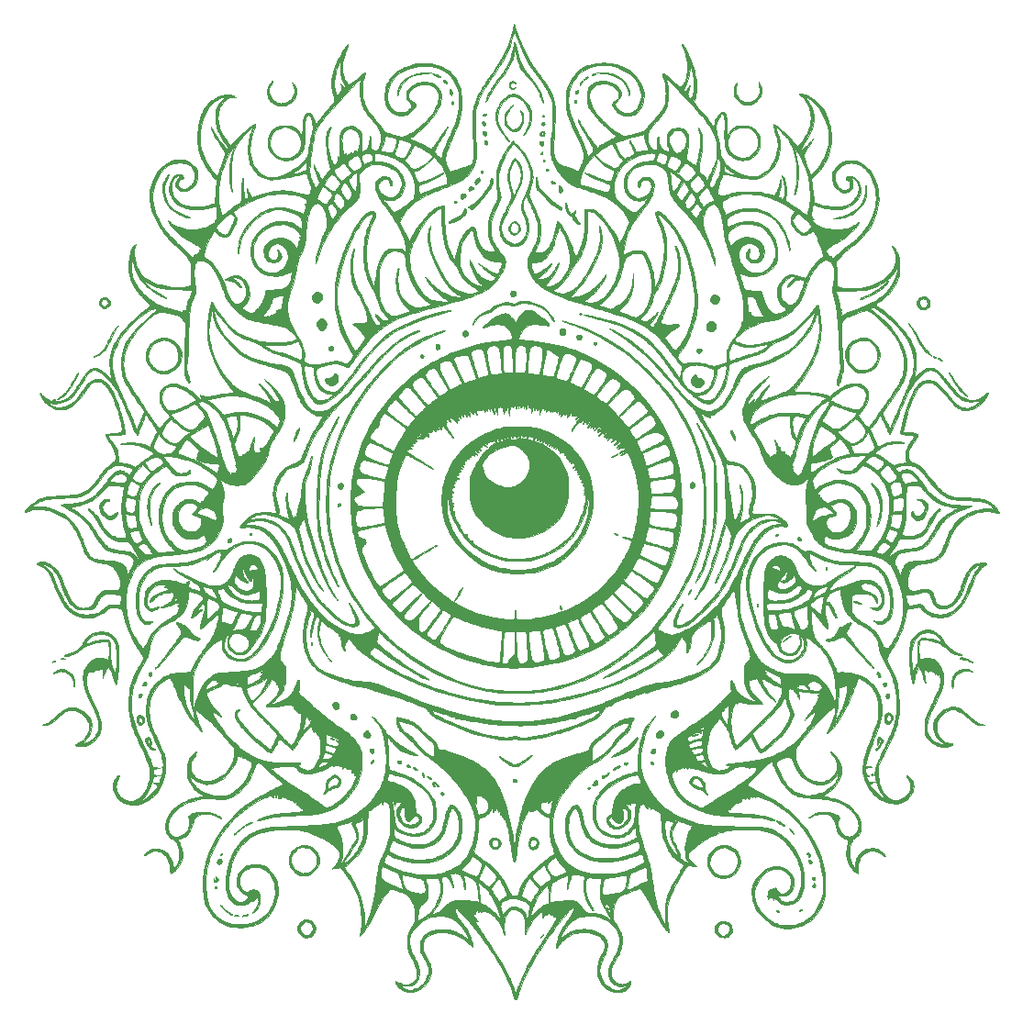
<source format=gbr>
%TF.GenerationSoftware,KiCad,Pcbnew,7.0.1*%
%TF.CreationDate,2023-09-06T22:19:43-07:00*%
%TF.ProjectId,flower_07,666c6f77-6572-45f3-9037-2e6b69636164,rev?*%
%TF.SameCoordinates,Original*%
%TF.FileFunction,Soldermask,Top*%
%TF.FilePolarity,Negative*%
%FSLAX46Y46*%
G04 Gerber Fmt 4.6, Leading zero omitted, Abs format (unit mm)*
G04 Created by KiCad (PCBNEW 7.0.1) date 2023-09-06 22:19:43*
%MOMM*%
%LPD*%
G01*
G04 APERTURE LIST*
%ADD10C,0.010000*%
G04 APERTURE END LIST*
%TO.C,G\u002A\u002A\u002A*%
D10*
X53347498Y-30478459D02*
X53579092Y-30478459D01*
X53586570Y-30609894D01*
X53593810Y-30663662D01*
X53606819Y-30727810D01*
X53627831Y-30816551D01*
X53654890Y-30922938D01*
X53686038Y-31040028D01*
X53719318Y-31160876D01*
X53752774Y-31278537D01*
X53784447Y-31386066D01*
X53812381Y-31476519D01*
X53834619Y-31542950D01*
X53849203Y-31578415D01*
X53852730Y-31582421D01*
X53871301Y-31567576D01*
X53911702Y-31527156D01*
X53967874Y-31467436D01*
X54030076Y-31398817D01*
X54129229Y-31283247D01*
X54199809Y-31186333D01*
X54244546Y-31098228D01*
X54266170Y-31009090D01*
X54267411Y-30909072D01*
X54251000Y-30788330D01*
X54229258Y-30680596D01*
X54211463Y-30593548D01*
X54199095Y-30523231D01*
X54193688Y-30478998D01*
X54194517Y-30468761D01*
X54211396Y-30478908D01*
X54246228Y-30514479D01*
X54285601Y-30560671D01*
X54365543Y-30655918D01*
X54442363Y-30741314D01*
X54510613Y-30811330D01*
X54564841Y-30860438D01*
X54599597Y-30883107D01*
X54604321Y-30884000D01*
X54626683Y-30866009D01*
X54631885Y-30817035D01*
X54620407Y-30744577D01*
X54592732Y-30656133D01*
X54589076Y-30646659D01*
X54562602Y-30583942D01*
X54522619Y-30494973D01*
X54474464Y-30391407D01*
X54423477Y-30284897D01*
X54421459Y-30280750D01*
X54357668Y-30146694D01*
X54305467Y-30027605D01*
X54263700Y-29917062D01*
X54231211Y-29808641D01*
X54206847Y-29695922D01*
X54189452Y-29572482D01*
X54177871Y-29431899D01*
X54170948Y-29267751D01*
X54167530Y-29073616D01*
X54166486Y-28863139D01*
X54166311Y-28686290D01*
X54165515Y-28550169D01*
X54162780Y-28453175D01*
X54156788Y-28393708D01*
X54146218Y-28370167D01*
X54129754Y-28380953D01*
X54106075Y-28424466D01*
X54073864Y-28499105D01*
X54031803Y-28603270D01*
X54005782Y-28668119D01*
X53938115Y-28849760D01*
X53870187Y-29056824D01*
X53804279Y-29280255D01*
X53742673Y-29511000D01*
X53687650Y-29740001D01*
X53641489Y-29958203D01*
X53606473Y-30156552D01*
X53584882Y-30325991D01*
X53583119Y-30346162D01*
X53579092Y-30478459D01*
X53347498Y-30478459D01*
X53347086Y-30393461D01*
X53358034Y-30169673D01*
X53380391Y-29953055D01*
X53396621Y-29846834D01*
X53477651Y-29478107D01*
X53594869Y-29094302D01*
X53746565Y-28699208D01*
X53931028Y-28296612D01*
X54146549Y-27890301D01*
X54391418Y-27484062D01*
X54611841Y-27155181D01*
X54697757Y-27035165D01*
X54764093Y-26948517D01*
X54813345Y-26892484D01*
X54848007Y-26864311D01*
X54870574Y-26861244D01*
X54875085Y-26864529D01*
X54871232Y-26886635D01*
X54854641Y-26943244D01*
X54827051Y-27029075D01*
X54790202Y-27138851D01*
X54745834Y-27267292D01*
X54695686Y-27409120D01*
X54695006Y-27411021D01*
X54638351Y-27572606D01*
X54582009Y-27738967D01*
X54529070Y-27900562D01*
X54482624Y-28047848D01*
X54445761Y-28171283D01*
X54428175Y-28235074D01*
X54398088Y-28354343D01*
X54376620Y-28453087D01*
X54361960Y-28544560D01*
X54352296Y-28642010D01*
X54345818Y-28758691D01*
X54341994Y-28865755D01*
X54338629Y-29025425D01*
X54340109Y-29155376D01*
X54347004Y-29268007D01*
X54359885Y-29375715D01*
X54367749Y-29425661D01*
X54416907Y-29659533D01*
X54482772Y-29879624D01*
X54562602Y-30079337D01*
X54653655Y-30252073D01*
X54753187Y-30391234D01*
X54782531Y-30423625D01*
X54832900Y-30471723D01*
X54880857Y-30505003D01*
X54930296Y-30521893D01*
X54985112Y-30520820D01*
X55049200Y-30500210D01*
X55126454Y-30458491D01*
X55220770Y-30394090D01*
X55336042Y-30305433D01*
X55476166Y-30190949D01*
X55585500Y-30099341D01*
X55794156Y-29924827D01*
X55972421Y-29778638D01*
X56120928Y-29660298D01*
X56240309Y-29569330D01*
X56331197Y-29505254D01*
X56394225Y-29467594D01*
X56430025Y-29455872D01*
X56435628Y-29457389D01*
X56444861Y-29475115D01*
X56444181Y-29513863D01*
X56432740Y-29577776D01*
X56409689Y-29670996D01*
X56374180Y-29797664D01*
X56347222Y-29889167D01*
X56306908Y-30027757D01*
X56275294Y-30147334D01*
X56251347Y-30256278D01*
X56234037Y-30362970D01*
X56222335Y-30475792D01*
X56215209Y-30603126D01*
X56211629Y-30753352D01*
X56210564Y-30934851D01*
X56210586Y-31000417D01*
X56211334Y-31177600D01*
X56213399Y-31320460D01*
X56217255Y-31437001D01*
X56223377Y-31535225D01*
X56232242Y-31623133D01*
X56244324Y-31708730D01*
X56257106Y-31783584D01*
X56299181Y-31996934D01*
X56345576Y-32186937D01*
X56399501Y-32359678D01*
X56464168Y-32521239D01*
X56542789Y-32677705D01*
X56638575Y-32835161D01*
X56754739Y-32999689D01*
X56894491Y-33177375D01*
X57061043Y-33374301D01*
X57150982Y-33476917D01*
X57353608Y-33709104D01*
X57529345Y-33917370D01*
X57682110Y-34106829D01*
X57815816Y-34282597D01*
X57934381Y-34449791D01*
X58041719Y-34613525D01*
X58122819Y-34746613D01*
X58156366Y-34799485D01*
X58192736Y-34846092D01*
X58235590Y-34887949D01*
X58288589Y-34926572D01*
X58355396Y-34963477D01*
X58439671Y-35000180D01*
X58545077Y-35038198D01*
X58675276Y-35079046D01*
X58833928Y-35124240D01*
X59024697Y-35175297D01*
X59251242Y-35233733D01*
X59375656Y-35265326D01*
X59980228Y-35418332D01*
X60370489Y-35212453D01*
X60635811Y-35068244D01*
X60869756Y-34930888D01*
X61081127Y-34793913D01*
X61278727Y-34650844D01*
X61471360Y-34495211D01*
X61667830Y-34320539D01*
X61876941Y-34120356D01*
X61937521Y-34060283D01*
X62231859Y-33752224D01*
X62486589Y-33454575D01*
X62702688Y-33165705D01*
X62881134Y-32883983D01*
X63022904Y-32607779D01*
X63128975Y-32335462D01*
X63200325Y-32065403D01*
X63225984Y-31910697D01*
X63238907Y-31671817D01*
X63214669Y-31449055D01*
X63154951Y-31244901D01*
X63061434Y-31061850D01*
X62935800Y-30902393D01*
X62779730Y-30769022D01*
X62594905Y-30664229D01*
X62383006Y-30590508D01*
X62326476Y-30577326D01*
X62197773Y-30558386D01*
X62043356Y-30548466D01*
X61878879Y-30547610D01*
X61720001Y-30555862D01*
X61582376Y-30573269D01*
X61572237Y-30575157D01*
X61341714Y-30636515D01*
X61125602Y-30727534D01*
X60929411Y-30844517D01*
X60758653Y-30983765D01*
X60618836Y-31141582D01*
X60537946Y-31269245D01*
X60482631Y-31405485D01*
X60455186Y-31547956D01*
X60456481Y-31685423D01*
X60487387Y-31806653D01*
X60494974Y-31823453D01*
X60553809Y-31917021D01*
X60636759Y-31999191D01*
X60750269Y-32075364D01*
X60867658Y-32135728D01*
X60993347Y-32198178D01*
X61081340Y-32253673D01*
X61134059Y-32308762D01*
X61153928Y-32369998D01*
X61143371Y-32443929D01*
X61104812Y-32537108D01*
X61052465Y-32635207D01*
X60906276Y-32863385D01*
X60745775Y-33051953D01*
X60570196Y-33201406D01*
X60378775Y-33312241D01*
X60170746Y-33384954D01*
X59945343Y-33420042D01*
X59836945Y-33423687D01*
X59641597Y-33413080D01*
X59463526Y-33379264D01*
X59285135Y-33318253D01*
X59193911Y-33277988D01*
X58960350Y-33151688D01*
X58764867Y-33008869D01*
X58605867Y-32847782D01*
X58481757Y-32666683D01*
X58390942Y-32463823D01*
X58360501Y-32364924D01*
X58318462Y-32164226D01*
X58290754Y-31935318D01*
X58277445Y-31689849D01*
X58277631Y-31649482D01*
X58484320Y-31649482D01*
X58508455Y-31917145D01*
X58570843Y-32172976D01*
X58671420Y-32414852D01*
X58810125Y-32640649D01*
X58836349Y-32675792D01*
X58955153Y-32815348D01*
X59077927Y-32925262D01*
X59211044Y-33008281D01*
X59360875Y-33067150D01*
X59533793Y-33104614D01*
X59736170Y-33123420D01*
X59883469Y-33126928D01*
X60002241Y-33124161D01*
X60099424Y-33112227D01*
X60184969Y-33086997D01*
X60268827Y-33044341D01*
X60360948Y-32980128D01*
X60471283Y-32890229D01*
X60487942Y-32876049D01*
X60605135Y-32769008D01*
X60686504Y-32678031D01*
X60734145Y-32600362D01*
X60750153Y-32533246D01*
X60750167Y-32531354D01*
X60733472Y-32470064D01*
X60683405Y-32382798D01*
X60599991Y-32269594D01*
X60496336Y-32145461D01*
X60429879Y-32062978D01*
X60367183Y-31974701D01*
X60319568Y-31896817D01*
X60311352Y-31880878D01*
X60284689Y-31821860D01*
X60267668Y-31768384D01*
X60258156Y-31707925D01*
X60254020Y-31627955D01*
X60253143Y-31539069D01*
X60253706Y-31437281D01*
X60257644Y-31364501D01*
X60267695Y-31307405D01*
X60286596Y-31252674D01*
X60317084Y-31186984D01*
X60331432Y-31158069D01*
X60452401Y-30962311D01*
X60607144Y-30789403D01*
X60792853Y-30640891D01*
X61006721Y-30518321D01*
X61245938Y-30423241D01*
X61507698Y-30357197D01*
X61789191Y-30321735D01*
X61856604Y-30318060D01*
X62132443Y-30319962D01*
X62379845Y-30350730D01*
X62602542Y-30411714D01*
X62804268Y-30504264D01*
X62988755Y-30629730D01*
X63159284Y-30788975D01*
X63284610Y-30943878D01*
X63385401Y-31110999D01*
X63455716Y-31279599D01*
X63478741Y-31366584D01*
X63504750Y-31590122D01*
X63495588Y-31833348D01*
X63451845Y-32093295D01*
X63374112Y-32366994D01*
X63262978Y-32651478D01*
X63193717Y-32799584D01*
X63067277Y-33030732D01*
X62910278Y-33272769D01*
X62721350Y-33527439D01*
X62499119Y-33796486D01*
X62242214Y-34081653D01*
X61949262Y-34384684D01*
X61935694Y-34398284D01*
X61720545Y-34609107D01*
X61524164Y-34791398D01*
X61340121Y-34950645D01*
X61161992Y-35092335D01*
X60983348Y-35221958D01*
X60922554Y-35263447D01*
X60812809Y-35340327D01*
X60718650Y-35412288D01*
X60645192Y-35474970D01*
X60597549Y-35524012D01*
X60580834Y-35554789D01*
X60598832Y-35573602D01*
X60643672Y-35596241D01*
X60660209Y-35602510D01*
X60746903Y-35636186D01*
X60863809Y-35686132D01*
X61004850Y-35749382D01*
X61163952Y-35822973D01*
X61335041Y-35903940D01*
X61512041Y-35989316D01*
X61688877Y-36076137D01*
X61859475Y-36161438D01*
X62017759Y-36242253D01*
X62157655Y-36315619D01*
X62273089Y-36378570D01*
X62357984Y-36428140D01*
X62378328Y-36441100D01*
X62441238Y-36479983D01*
X62487958Y-36496810D01*
X62529317Y-36489266D01*
X62576145Y-36455038D01*
X62639269Y-36391810D01*
X62647021Y-36383670D01*
X62676785Y-36348127D01*
X62728410Y-36281665D01*
X62799265Y-36187892D01*
X62886719Y-36070419D01*
X62988140Y-35932855D01*
X63100898Y-35778809D01*
X63222361Y-35611891D01*
X63349899Y-35435710D01*
X63480879Y-35253876D01*
X63612672Y-35069997D01*
X63742646Y-34887685D01*
X63868170Y-34710548D01*
X63913428Y-34646375D01*
X63986384Y-34545440D01*
X64039164Y-34478899D01*
X64073506Y-34444926D01*
X64091151Y-34441698D01*
X64094500Y-34456370D01*
X64083924Y-34484396D01*
X64054156Y-34543389D01*
X64008133Y-34628228D01*
X63948794Y-34733792D01*
X63879077Y-34854961D01*
X63801919Y-34986614D01*
X63720260Y-35123629D01*
X63637038Y-35260887D01*
X63577235Y-35357894D01*
X63494420Y-35492680D01*
X63408581Y-35634993D01*
X63326182Y-35773934D01*
X63253689Y-35898605D01*
X63198863Y-35995750D01*
X63144864Y-36096607D01*
X63087119Y-36209224D01*
X63028639Y-36327177D01*
X62972430Y-36444040D01*
X62921503Y-36553389D01*
X62878865Y-36648798D01*
X62847525Y-36723842D01*
X62830492Y-36772096D01*
X62828645Y-36786395D01*
X62847945Y-36809346D01*
X62892566Y-36854246D01*
X62956020Y-36915113D01*
X63031818Y-36985965D01*
X63113469Y-37060820D01*
X63194484Y-37133695D01*
X63268376Y-37198607D01*
X63328653Y-37249575D01*
X63347514Y-37264730D01*
X63408431Y-37308882D01*
X63456985Y-37337334D01*
X63483769Y-37344682D01*
X63485181Y-37343786D01*
X63496256Y-37318914D01*
X63516555Y-37260439D01*
X63543773Y-37175493D01*
X63575605Y-37071208D01*
X63599628Y-36989730D01*
X63677652Y-36742225D01*
X63776250Y-36466128D01*
X63896091Y-36159719D01*
X64037848Y-35821278D01*
X64194303Y-35466584D01*
X64320704Y-35184745D01*
X64430604Y-34936673D01*
X64525766Y-34717939D01*
X64607950Y-34524117D01*
X64678920Y-34350783D01*
X64740437Y-34193508D01*
X64794263Y-34047868D01*
X64842161Y-33909436D01*
X64885892Y-33773786D01*
X64927219Y-33636491D01*
X64938817Y-33596393D01*
X65043076Y-33181660D01*
X65112382Y-32783263D01*
X65147408Y-32394673D01*
X65148826Y-32009361D01*
X65130334Y-31739635D01*
X65074341Y-31337406D01*
X64987586Y-30963247D01*
X64870427Y-30617595D01*
X64723225Y-30300885D01*
X64546338Y-30013555D01*
X64340125Y-29756040D01*
X64104945Y-29528777D01*
X63841158Y-29332203D01*
X63549122Y-29166753D01*
X63229196Y-29032865D01*
X62881740Y-28930974D01*
X62804964Y-28913608D01*
X62686369Y-28893965D01*
X62535138Y-28877859D01*
X62360844Y-28865598D01*
X62173060Y-28857485D01*
X61981360Y-28853826D01*
X61795318Y-28854927D01*
X61624506Y-28861093D01*
X61488026Y-28871608D01*
X61083091Y-28930650D01*
X60701785Y-29020037D01*
X60345525Y-29138919D01*
X60015725Y-29286446D01*
X59713801Y-29461768D01*
X59441168Y-29664034D01*
X59199242Y-29892394D01*
X58989437Y-30146000D01*
X58813170Y-30424000D01*
X58771578Y-30503000D01*
X58642067Y-30796747D01*
X58551063Y-31087159D01*
X58498501Y-31372112D01*
X58484320Y-31649482D01*
X58277631Y-31649482D01*
X58278603Y-31439467D01*
X58294297Y-31195821D01*
X58324593Y-30970558D01*
X58351616Y-30841667D01*
X58415521Y-30638763D01*
X58509788Y-30428115D01*
X58636347Y-30206153D01*
X58797134Y-29969310D01*
X58893945Y-29840334D01*
X59076487Y-29635789D01*
X59296811Y-29444068D01*
X59551900Y-29266701D01*
X59838740Y-29105214D01*
X60154313Y-28961137D01*
X60495603Y-28835997D01*
X60859594Y-28731323D01*
X61243271Y-28648642D01*
X61247584Y-28647862D01*
X61332135Y-28634479D01*
X61422823Y-28624385D01*
X61526998Y-28617190D01*
X61652007Y-28612504D01*
X61805200Y-28609937D01*
X61977834Y-28609110D01*
X62146677Y-28609318D01*
X62280859Y-28610656D01*
X62388045Y-28613618D01*
X62475902Y-28618701D01*
X62552095Y-28626400D01*
X62624292Y-28637210D01*
X62700159Y-28651628D01*
X62729250Y-28657670D01*
X63105924Y-28753195D01*
X63450196Y-28874466D01*
X63763962Y-29022411D01*
X64049113Y-29197959D01*
X64307545Y-29402038D01*
X64375204Y-29464256D01*
X64581674Y-29680216D01*
X64757517Y-29909052D01*
X64911253Y-30162415D01*
X64972166Y-30280750D01*
X65120273Y-30623838D01*
X65235007Y-30983398D01*
X65317023Y-31362524D01*
X65366974Y-31764311D01*
X65385515Y-32191854D01*
X65385667Y-32235891D01*
X65378563Y-32512577D01*
X65356533Y-32788100D01*
X65318500Y-33066340D01*
X65263386Y-33351178D01*
X65190113Y-33646496D01*
X65097604Y-33956174D01*
X64984781Y-34284094D01*
X64850568Y-34634136D01*
X64693885Y-35010182D01*
X64513656Y-35416113D01*
X64485741Y-35477167D01*
X64350063Y-35777556D01*
X64234021Y-36044870D01*
X64136247Y-36282788D01*
X64055374Y-36494990D01*
X63990034Y-36685156D01*
X63938860Y-36856966D01*
X63900484Y-37014099D01*
X63884442Y-37095013D01*
X63865821Y-37254030D01*
X63861978Y-37430474D01*
X63872412Y-37606519D01*
X63896618Y-37764336D01*
X63904244Y-37796823D01*
X63927108Y-37870838D01*
X63961917Y-37963904D01*
X64005518Y-38069426D01*
X64054757Y-38180809D01*
X64106482Y-38291461D01*
X64157539Y-38394788D01*
X64204775Y-38484196D01*
X64245038Y-38553090D01*
X64275174Y-38594878D01*
X64290330Y-38604218D01*
X64316990Y-38595448D01*
X64378450Y-38575967D01*
X64469058Y-38547542D01*
X64583161Y-38511941D01*
X64715107Y-38470934D01*
X64845917Y-38430409D01*
X65084073Y-38355668D01*
X65309646Y-38282792D01*
X65518308Y-38213288D01*
X65705732Y-38148661D01*
X65867591Y-38090418D01*
X65999560Y-38040066D01*
X66097311Y-37999112D01*
X66131864Y-37982699D01*
X66213055Y-37927676D01*
X66282107Y-37849100D01*
X66340749Y-37743175D01*
X66390708Y-37606108D01*
X66433714Y-37434104D01*
X66468175Y-37244584D01*
X66479573Y-37142741D01*
X66487738Y-37007216D01*
X66492724Y-36846535D01*
X66494582Y-36669221D01*
X66493365Y-36483799D01*
X66489126Y-36298793D01*
X66481918Y-36122728D01*
X66471794Y-35964128D01*
X66459474Y-35837000D01*
X66434961Y-35623814D01*
X66415198Y-35427079D01*
X66399727Y-35238169D01*
X66388091Y-35048459D01*
X66379832Y-34849322D01*
X66374492Y-34632134D01*
X66371614Y-34388269D01*
X66370774Y-34164834D01*
X66371706Y-33878546D01*
X66375649Y-33628786D01*
X66383298Y-33409811D01*
X66395351Y-33215878D01*
X66412503Y-33041246D01*
X66435451Y-32880170D01*
X66464892Y-32726909D01*
X66501522Y-32575721D01*
X66546039Y-32420862D01*
X66599137Y-32256590D01*
X66603989Y-32242244D01*
X66738585Y-31889036D01*
X66908525Y-31517942D01*
X67112329Y-31131961D01*
X67346177Y-30737838D01*
X67392489Y-30664268D01*
X67438433Y-30592700D01*
X67486634Y-30519363D01*
X67539721Y-30440483D01*
X67600320Y-30352288D01*
X67671059Y-30251007D01*
X67754567Y-30132866D01*
X67853468Y-29994092D01*
X67970393Y-29830915D01*
X68107966Y-29639560D01*
X68203160Y-29507370D01*
X68523168Y-29041405D01*
X68822665Y-28561444D01*
X69098451Y-28073584D01*
X69347325Y-27583923D01*
X69566086Y-27098556D01*
X69751534Y-26623582D01*
X69817400Y-26432639D01*
X69855502Y-26311754D01*
X69900163Y-26160602D01*
X69948321Y-25990142D01*
X69996913Y-25811332D01*
X70042876Y-25635132D01*
X70065579Y-25544709D01*
X70101820Y-25399798D01*
X70135276Y-25269382D01*
X70164507Y-25158810D01*
X70188071Y-25073435D01*
X70204527Y-25018606D01*
X70212371Y-24999667D01*
X70221852Y-25018958D01*
X70242232Y-25073260D01*
X70271664Y-25157213D01*
X70308302Y-25265459D01*
X70350300Y-25392638D01*
X70389259Y-25512959D01*
X70604102Y-26136196D01*
X70839846Y-26729637D01*
X71100746Y-27302406D01*
X71391056Y-27863630D01*
X71715028Y-28422432D01*
X71837183Y-28619167D01*
X71919501Y-28748641D01*
X71995407Y-28865653D01*
X72069570Y-28976919D01*
X72146662Y-29089151D01*
X72231352Y-29209063D01*
X72328312Y-29343369D01*
X72442210Y-29498784D01*
X72558675Y-29656334D01*
X72767814Y-29941613D01*
X72951502Y-30199508D01*
X73112201Y-30434464D01*
X73252375Y-30650922D01*
X73374487Y-30853325D01*
X73480998Y-31046116D01*
X73574373Y-31233739D01*
X73657075Y-31420635D01*
X73731565Y-31611248D01*
X73800308Y-31810020D01*
X73861162Y-32005834D01*
X73899010Y-32140069D01*
X73928711Y-32263693D01*
X73951169Y-32384770D01*
X73967287Y-32511364D01*
X73977968Y-32651540D01*
X73984115Y-32813362D01*
X73986630Y-33004894D01*
X73986791Y-33127667D01*
X73986301Y-33255817D01*
X73985146Y-33378954D01*
X73983149Y-33501314D01*
X73980133Y-33627132D01*
X73975919Y-33760644D01*
X73970331Y-33906087D01*
X73963190Y-34067697D01*
X73954320Y-34249710D01*
X73943543Y-34456361D01*
X73930681Y-34691887D01*
X73915557Y-34960524D01*
X73897993Y-35266508D01*
X73894990Y-35318417D01*
X73879992Y-35578822D01*
X73867433Y-35801049D01*
X73857194Y-35989172D01*
X73849158Y-36147270D01*
X73843204Y-36279418D01*
X73839215Y-36389694D01*
X73837071Y-36482174D01*
X73836654Y-36560935D01*
X73837844Y-36630053D01*
X73840524Y-36693605D01*
X73844574Y-36755668D01*
X73849875Y-36820318D01*
X73850890Y-36831834D01*
X73880894Y-37073868D01*
X73926121Y-37280412D01*
X73988983Y-37456324D01*
X74071894Y-37606462D01*
X74177268Y-37735684D01*
X74307516Y-37848850D01*
X74381500Y-37900139D01*
X74486924Y-37962896D01*
X74603187Y-38020441D01*
X74737285Y-38075546D01*
X74896210Y-38130980D01*
X75086957Y-38189513D01*
X75178013Y-38215623D01*
X75430562Y-38290832D01*
X75641470Y-38362272D01*
X75811247Y-38430130D01*
X75940399Y-38494591D01*
X75943351Y-38496299D01*
X76024192Y-38533853D01*
X76086604Y-38537300D01*
X76139358Y-38504972D01*
X76181246Y-38451084D01*
X76227722Y-38370710D01*
X76283782Y-38260238D01*
X76345020Y-38129522D01*
X76407031Y-37988419D01*
X76465410Y-37846784D01*
X76515750Y-37714473D01*
X76534707Y-37660308D01*
X76572077Y-37543046D01*
X76596227Y-37445752D01*
X76610681Y-37349512D01*
X76618959Y-37235410D01*
X76620595Y-37199025D01*
X76622826Y-37095641D01*
X76619932Y-36995999D01*
X76610703Y-36896633D01*
X76593929Y-36794078D01*
X76568400Y-36684870D01*
X76532908Y-36565544D01*
X76486241Y-36432634D01*
X76427191Y-36282676D01*
X76354548Y-36112206D01*
X76267102Y-35917758D01*
X76163643Y-35695867D01*
X76042962Y-35443070D01*
X75915984Y-35180834D01*
X75763514Y-34863803D01*
X75630446Y-34578650D01*
X75515005Y-34320595D01*
X75415419Y-34084860D01*
X75329914Y-33866665D01*
X75256715Y-33661232D01*
X75194048Y-33463782D01*
X75140140Y-33269534D01*
X75093218Y-33073712D01*
X75051506Y-32871535D01*
X75043897Y-32831334D01*
X75029401Y-32725682D01*
X75018096Y-32586681D01*
X75009992Y-32422798D01*
X75005097Y-32242502D01*
X75003419Y-32054263D01*
X75004001Y-31983655D01*
X75208412Y-31983655D01*
X75214902Y-32206427D01*
X75231144Y-32427661D01*
X75256511Y-32633277D01*
X75279366Y-32760403D01*
X75357532Y-33080889D01*
X75462228Y-33424296D01*
X75594104Y-33792402D01*
X75753810Y-34186986D01*
X75941995Y-34609825D01*
X76001206Y-34736334D01*
X76137792Y-35025650D01*
X76257443Y-35280228D01*
X76361657Y-35503438D01*
X76451929Y-35698652D01*
X76529757Y-35869242D01*
X76596638Y-36018579D01*
X76654067Y-36150034D01*
X76703543Y-36266978D01*
X76746562Y-36372784D01*
X76784620Y-36470822D01*
X76819215Y-36564464D01*
X76844368Y-36635501D01*
X76882745Y-36761074D01*
X76917023Y-36900558D01*
X76941452Y-37030026D01*
X76944729Y-37053211D01*
X76971849Y-37260507D01*
X77196328Y-37030295D01*
X77213179Y-37012436D01*
X77740365Y-37012436D01*
X77762665Y-37081286D01*
X77815179Y-37165452D01*
X77894653Y-37262067D01*
X77997830Y-37368262D01*
X78121455Y-37481170D01*
X78262271Y-37597923D01*
X78417022Y-37715652D01*
X78582452Y-37831490D01*
X78755306Y-37942567D01*
X78932328Y-38046018D01*
X79058797Y-38113284D01*
X79222482Y-38190905D01*
X79365590Y-38247206D01*
X79484829Y-38281272D01*
X79576908Y-38292185D01*
X79638534Y-38279027D01*
X79643219Y-38276134D01*
X79665925Y-38254685D01*
X79710291Y-38207918D01*
X79771355Y-38141442D01*
X79844157Y-38060863D01*
X79923734Y-37971790D01*
X80005127Y-37879830D01*
X80083374Y-37790592D01*
X80153515Y-37709682D01*
X80210587Y-37642709D01*
X80249630Y-37595280D01*
X80265684Y-37573004D01*
X80265834Y-37572361D01*
X80252637Y-37551145D01*
X80216737Y-37505215D01*
X80163661Y-37441398D01*
X80100943Y-37368801D01*
X79959306Y-37203734D01*
X79841357Y-37056277D01*
X79739643Y-36915367D01*
X79646707Y-36769941D01*
X79555094Y-36608937D01*
X79457349Y-36421291D01*
X79442492Y-36391749D01*
X79388858Y-36286656D01*
X79338637Y-36191764D01*
X79296228Y-36115131D01*
X79266028Y-36064815D01*
X79257542Y-36052844D01*
X79230706Y-36023365D01*
X79205474Y-36015050D01*
X79165874Y-36026176D01*
X79133378Y-36039458D01*
X79037581Y-36084443D01*
X78919873Y-36147598D01*
X78785739Y-36225261D01*
X78640666Y-36313770D01*
X78490141Y-36409463D01*
X78339649Y-36508678D01*
X78194677Y-36607754D01*
X78060712Y-36703028D01*
X77943240Y-36790839D01*
X77847747Y-36867524D01*
X77779719Y-36929423D01*
X77751537Y-36961772D01*
X77740365Y-37012436D01*
X77213179Y-37012436D01*
X77278766Y-36942930D01*
X77353095Y-36858944D01*
X77412801Y-36786081D01*
X77451368Y-36732085D01*
X77459311Y-36717729D01*
X77480351Y-36660199D01*
X77489551Y-36598509D01*
X77485499Y-36529037D01*
X77466782Y-36448159D01*
X77431990Y-36352250D01*
X77379708Y-36237687D01*
X77308527Y-36100846D01*
X77217032Y-35938102D01*
X77103814Y-35745833D01*
X77038060Y-35636573D01*
X76847938Y-35318070D01*
X76677648Y-35023887D01*
X76527885Y-34755383D01*
X76399349Y-34513920D01*
X76292737Y-34300858D01*
X76208746Y-34117557D01*
X76148073Y-33965376D01*
X76111416Y-33845677D01*
X76105485Y-33817815D01*
X76099218Y-33764104D01*
X76107635Y-33748533D01*
X76130972Y-33771370D01*
X76169464Y-33832886D01*
X76223348Y-33933348D01*
X76246123Y-33978231D01*
X76317848Y-34113121D01*
X76410380Y-34274562D01*
X76520181Y-34457256D01*
X76643713Y-34655903D01*
X76777437Y-34865205D01*
X76917817Y-35079863D01*
X77061314Y-35294578D01*
X77204391Y-35504052D01*
X77343509Y-35702985D01*
X77475130Y-35886078D01*
X77595717Y-36048034D01*
X77701732Y-36183552D01*
X77782660Y-36279546D01*
X77833289Y-36332558D01*
X77869965Y-36357969D01*
X77903955Y-36362181D01*
X77921994Y-36358711D01*
X77976603Y-36325507D01*
X78029619Y-36256987D01*
X78030967Y-36254703D01*
X78097075Y-36169579D01*
X78175417Y-36112850D01*
X78256805Y-36091056D01*
X78260912Y-36091000D01*
X78362240Y-36080223D01*
X78449255Y-36043545D01*
X78526114Y-35983326D01*
X79530004Y-35983326D01*
X79546747Y-36065300D01*
X79580932Y-36172918D01*
X79630705Y-36300666D01*
X79694212Y-36443029D01*
X79726847Y-36510533D01*
X79831604Y-36712647D01*
X79931457Y-36883585D01*
X80032808Y-37032966D01*
X80142056Y-37170412D01*
X80233078Y-37271507D01*
X80398107Y-37446597D01*
X80728845Y-37274253D01*
X80848254Y-37211612D01*
X80965334Y-37149444D01*
X81070418Y-37092937D01*
X81153835Y-37047277D01*
X81191875Y-37025863D01*
X81256759Y-36985293D01*
X81303938Y-36949553D01*
X81324011Y-36925845D01*
X81324167Y-36924524D01*
X81315384Y-36897988D01*
X81291025Y-36840096D01*
X81254074Y-36757539D01*
X81207515Y-36657009D01*
X81163327Y-36563908D01*
X81069124Y-36362829D01*
X80990254Y-36184735D01*
X80927590Y-36031995D01*
X80881999Y-35906984D01*
X80854352Y-35812071D01*
X80845518Y-35749629D01*
X80854912Y-35722801D01*
X80877326Y-35721107D01*
X80906625Y-35741810D01*
X80944400Y-35787427D01*
X80992241Y-35860476D01*
X81051736Y-35963474D01*
X81124478Y-36098941D01*
X81212054Y-36269393D01*
X81259011Y-36362742D01*
X81335032Y-36512713D01*
X81395210Y-36626777D01*
X81441117Y-36707612D01*
X81474321Y-36757899D01*
X81496394Y-36780315D01*
X81504594Y-36781650D01*
X81550153Y-36768875D01*
X81628737Y-36751617D01*
X81731472Y-36731444D01*
X81849485Y-36709921D01*
X81973902Y-36688616D01*
X82095849Y-36669097D01*
X82206453Y-36652929D01*
X82296840Y-36641680D01*
X82297834Y-36641574D01*
X82413646Y-36627569D01*
X82492016Y-36611720D01*
X82537768Y-36589838D01*
X82555726Y-36557734D01*
X82550717Y-36511222D01*
X82527564Y-36446111D01*
X82526381Y-36443188D01*
X82435405Y-36212050D01*
X82363022Y-36011546D01*
X82307358Y-35835249D01*
X82266542Y-35676733D01*
X82249915Y-35588847D01*
X82535936Y-35588847D01*
X82561270Y-35821676D01*
X82612193Y-36026031D01*
X82688029Y-36200454D01*
X82788100Y-36343486D01*
X82911728Y-36453669D01*
X83058236Y-36529547D01*
X83101311Y-36543869D01*
X83224644Y-36572864D01*
X83316918Y-36576636D01*
X83381217Y-36554987D01*
X83411528Y-36524157D01*
X83425347Y-36498199D01*
X83434029Y-36465598D01*
X83437927Y-36418688D01*
X83437394Y-36349801D01*
X83432785Y-36251272D01*
X83427891Y-36169615D01*
X83416064Y-35944824D01*
X83411403Y-35759614D01*
X83414135Y-35611803D01*
X83424488Y-35499211D01*
X83442689Y-35419658D01*
X83468965Y-35370964D01*
X83503543Y-35350946D01*
X83513273Y-35350167D01*
X83526610Y-35358890D01*
X83535216Y-35389209D01*
X83539855Y-35447345D01*
X83541291Y-35539521D01*
X83541197Y-35577709D01*
X83551644Y-35793347D01*
X83584190Y-35992420D01*
X83637107Y-36169445D01*
X83708665Y-36318938D01*
X83797138Y-36435416D01*
X83817781Y-36455238D01*
X83893927Y-36512288D01*
X83995338Y-36572011D01*
X84111253Y-36629677D01*
X84230909Y-36680559D01*
X84343542Y-36719927D01*
X84438389Y-36743054D01*
X84482273Y-36747167D01*
X84521505Y-36744409D01*
X84535710Y-36728008D01*
X84532035Y-36685770D01*
X84528801Y-36667792D01*
X84516072Y-36617042D01*
X84492196Y-36537425D01*
X84460581Y-36439823D01*
X84424638Y-36335120D01*
X84424389Y-36334417D01*
X84362832Y-36145336D01*
X84321357Y-35977879D01*
X84297693Y-35817722D01*
X84289887Y-35657084D01*
X84509750Y-35657084D01*
X84510757Y-35771290D01*
X84515141Y-35856765D01*
X84524950Y-35927089D01*
X84542229Y-35995844D01*
X84569025Y-36076610D01*
X84575869Y-36095854D01*
X84640754Y-36252794D01*
X84719336Y-36403537D01*
X84807492Y-36542990D01*
X84901096Y-36666060D01*
X84996026Y-36767656D01*
X85088158Y-36842684D01*
X85173367Y-36886053D01*
X85222915Y-36894852D01*
X85262945Y-36884841D01*
X85318987Y-36859279D01*
X85336676Y-36849354D01*
X85393212Y-36820901D01*
X85436582Y-36815734D01*
X85477146Y-36826982D01*
X85521123Y-36839496D01*
X85547989Y-36828131D01*
X85575052Y-36785627D01*
X85646019Y-36677836D01*
X85720004Y-36608399D01*
X85776214Y-36582832D01*
X85816157Y-36567044D01*
X85849811Y-36536029D01*
X85885363Y-36480540D01*
X85912235Y-36429223D01*
X85979711Y-36267667D01*
X86035142Y-36081098D01*
X86074653Y-35886040D01*
X86094368Y-35699019D01*
X86095846Y-35646500D01*
X86095450Y-35549247D01*
X86090456Y-35479004D01*
X86077584Y-35420468D01*
X86053550Y-35358336D01*
X86017928Y-35283139D01*
X85923844Y-35123190D01*
X85810296Y-34983815D01*
X85684925Y-34873649D01*
X85617600Y-34830773D01*
X85552486Y-34797908D01*
X85494538Y-34778962D01*
X85427230Y-34770271D01*
X85335250Y-34768172D01*
X85238797Y-34770685D01*
X85166205Y-34780892D01*
X85099177Y-34802612D01*
X85038917Y-34830038D01*
X84932427Y-34895662D01*
X84819462Y-34987956D01*
X84711820Y-35095402D01*
X84621299Y-35206486D01*
X84570931Y-35286796D01*
X84544770Y-35339188D01*
X84527356Y-35385187D01*
X84516919Y-35435496D01*
X84511692Y-35500814D01*
X84509906Y-35591845D01*
X84509750Y-35657084D01*
X84289887Y-35657084D01*
X84289568Y-35650540D01*
X84292664Y-35503618D01*
X84310589Y-35307226D01*
X84347476Y-35143706D01*
X84406447Y-35006670D01*
X84490624Y-34889732D01*
X84603128Y-34786505D01*
X84664898Y-34742105D01*
X84841099Y-34646954D01*
X85034936Y-34583383D01*
X85237855Y-34552138D01*
X85441307Y-34553967D01*
X85636739Y-34589616D01*
X85784369Y-34644306D01*
X85896348Y-34715791D01*
X86006533Y-34819456D01*
X86107638Y-34945508D01*
X86192374Y-35084152D01*
X86253455Y-35225594D01*
X86274866Y-35303584D01*
X86290621Y-35408881D01*
X86297807Y-35535840D01*
X86296214Y-35687415D01*
X86285633Y-35866562D01*
X86265855Y-36076238D01*
X86236671Y-36319397D01*
X86197873Y-36598996D01*
X86170236Y-36783233D01*
X86145347Y-36948595D01*
X86127367Y-37077966D01*
X86116006Y-37177075D01*
X86110970Y-37251647D01*
X86111968Y-37307409D01*
X86118708Y-37350087D01*
X86130898Y-37385408D01*
X86138704Y-37401632D01*
X86187333Y-37468421D01*
X86271541Y-37551340D01*
X86388756Y-37648167D01*
X86536407Y-37756678D01*
X86599985Y-37800530D01*
X86729127Y-37886657D01*
X86827818Y-37948766D01*
X86899198Y-37988600D01*
X86946410Y-38007900D01*
X86972596Y-38008408D01*
X86973761Y-38007761D01*
X86992164Y-37980201D01*
X87002358Y-37948688D01*
X87011332Y-37912886D01*
X87029471Y-37844145D01*
X87054667Y-37750329D01*
X87084812Y-37639305D01*
X87108843Y-37551500D01*
X87184437Y-37267609D01*
X87246048Y-37015664D01*
X87295014Y-36788151D01*
X87332674Y-36577552D01*
X87360367Y-36376352D01*
X87379430Y-36177033D01*
X87391202Y-35972080D01*
X87391527Y-35964000D01*
X87393375Y-35690704D01*
X87374647Y-35439686D01*
X87333340Y-35195184D01*
X87267454Y-34941436D01*
X87257509Y-34908669D01*
X87218811Y-34782012D01*
X87191865Y-34690407D01*
X87175609Y-34628563D01*
X87168980Y-34591185D01*
X87170914Y-34572980D01*
X87180348Y-34568654D01*
X87189630Y-34570661D01*
X87224255Y-34597352D01*
X87269209Y-34654030D01*
X87318945Y-34731437D01*
X87367919Y-34820314D01*
X87410586Y-34911403D01*
X87438623Y-34986390D01*
X87505467Y-35255494D01*
X87546685Y-35557328D01*
X87562308Y-35890952D01*
X87552364Y-36255421D01*
X87516884Y-36649794D01*
X87455898Y-37073128D01*
X87369434Y-37524481D01*
X87356743Y-37583250D01*
X87311751Y-37800783D01*
X87279955Y-37983108D01*
X87260875Y-38135079D01*
X87254029Y-38261550D01*
X87258938Y-38367378D01*
X87271568Y-38442906D01*
X87315555Y-38580766D01*
X87380807Y-38689924D01*
X87475432Y-38781914D01*
X87543435Y-38829692D01*
X87675470Y-38925968D01*
X87775613Y-39028348D01*
X87853976Y-39148209D01*
X87887434Y-39216652D01*
X87920091Y-39283333D01*
X87948817Y-39331327D01*
X87967598Y-39350633D01*
X87968079Y-39350667D01*
X87993805Y-39335505D01*
X88029688Y-39298409D01*
X88034486Y-39292459D01*
X88061405Y-39250664D01*
X88103288Y-39175993D01*
X88157401Y-39074028D01*
X88221011Y-38950349D01*
X88291383Y-38810536D01*
X88365782Y-38660170D01*
X88441476Y-38504833D01*
X88515729Y-38350104D01*
X88585807Y-38201564D01*
X88648977Y-38064794D01*
X88702505Y-37945375D01*
X88743655Y-37848887D01*
X88752616Y-37826667D01*
X88808753Y-37688095D01*
X88851462Y-37589538D01*
X88880729Y-37531021D01*
X88896543Y-37512567D01*
X88898888Y-37534203D01*
X88894639Y-37562084D01*
X88885580Y-37614573D01*
X88872782Y-37692537D01*
X88858930Y-37779605D01*
X88858191Y-37784334D01*
X88828369Y-37931290D01*
X88779428Y-38113926D01*
X88711937Y-38330443D01*
X88626466Y-38579046D01*
X88523583Y-38857936D01*
X88490986Y-38943149D01*
X88414015Y-39144178D01*
X88351904Y-39310305D01*
X88303596Y-39445857D01*
X88268035Y-39555157D01*
X88244165Y-39642533D01*
X88230929Y-39712309D01*
X88227272Y-39768812D01*
X88232138Y-39816366D01*
X88244470Y-39859299D01*
X88259010Y-39893242D01*
X88313018Y-39976586D01*
X88376112Y-40018640D01*
X88447882Y-40019304D01*
X88527923Y-39978475D01*
X88546431Y-39964055D01*
X88596450Y-39914502D01*
X88656336Y-39843189D01*
X88714045Y-39764575D01*
X88720084Y-39755591D01*
X88781972Y-39654531D01*
X88852355Y-39526611D01*
X88926623Y-39381534D01*
X89000171Y-39229001D01*
X89068390Y-39078715D01*
X89126673Y-38940379D01*
X89170413Y-38823696D01*
X89185959Y-38774527D01*
X89250448Y-38488911D01*
X89277246Y-38216078D01*
X89269669Y-38035209D01*
X89511430Y-38035209D01*
X89519095Y-38081322D01*
X89528717Y-38117095D01*
X89546173Y-38189083D01*
X89563487Y-38283355D01*
X89577021Y-38380008D01*
X89577448Y-38383781D01*
X89589155Y-38472099D01*
X89603574Y-38531474D01*
X89625644Y-38575239D01*
X89660306Y-38616725D01*
X89665921Y-38622571D01*
X89758977Y-38695113D01*
X89882046Y-38750388D01*
X90037655Y-38789061D01*
X90228333Y-38811794D01*
X90414439Y-38819026D01*
X90646462Y-38821500D01*
X90439061Y-38695047D01*
X90260263Y-38582613D01*
X90101402Y-38474374D01*
X89947352Y-38359432D01*
X89782988Y-38226886D01*
X89742807Y-38193328D01*
X89662945Y-38127337D01*
X89594315Y-38072605D01*
X89543550Y-38034279D01*
X89517281Y-38017507D01*
X89515809Y-38017167D01*
X89511430Y-38035209D01*
X89269669Y-38035209D01*
X89266425Y-37957795D01*
X89218061Y-37715828D01*
X89132883Y-37493292D01*
X89085656Y-37410055D01*
X89043322Y-37366987D01*
X89003351Y-37362583D01*
X88964909Y-37393262D01*
X88937743Y-37414075D01*
X88925276Y-37412612D01*
X88922106Y-37389022D01*
X88919220Y-37328309D01*
X88916718Y-37235681D01*
X88914699Y-37116350D01*
X88913262Y-36975523D01*
X88912507Y-36818411D01*
X88912417Y-36740059D01*
X88912204Y-36551248D01*
X88911351Y-36398781D01*
X88909535Y-36276667D01*
X88906432Y-36178917D01*
X88901718Y-36099542D01*
X88895072Y-36032551D01*
X88886170Y-35971957D01*
X88874688Y-35911769D01*
X88865404Y-35868750D01*
X88794355Y-35596127D01*
X88701845Y-35324714D01*
X88586098Y-35051464D01*
X88445337Y-34773334D01*
X88277786Y-34487276D01*
X88081668Y-34190245D01*
X87855207Y-33879196D01*
X87596626Y-33551083D01*
X87323376Y-33225180D01*
X87156122Y-33033280D01*
X86963519Y-32816728D01*
X86750327Y-32580630D01*
X86521306Y-32330092D01*
X86281216Y-32070218D01*
X86034818Y-31806116D01*
X85786871Y-31542890D01*
X85542137Y-31285647D01*
X85403046Y-31141036D01*
X85790334Y-31141036D01*
X85799072Y-31167474D01*
X85832317Y-31178730D01*
X85871190Y-31180334D01*
X85941320Y-31167025D01*
X86014068Y-31125159D01*
X86092665Y-31051827D01*
X86180342Y-30944121D01*
X86259612Y-30830620D01*
X86329411Y-30730568D01*
X86382992Y-30664321D01*
X86419380Y-30632676D01*
X86437597Y-30636430D01*
X86436669Y-30676379D01*
X86434229Y-30688209D01*
X86422516Y-30730738D01*
X86400388Y-30803107D01*
X86371049Y-30895074D01*
X86338751Y-30993266D01*
X86291231Y-31137856D01*
X86257122Y-31249479D01*
X86235502Y-31335001D01*
X86225451Y-31401287D01*
X86226046Y-31455203D01*
X86236368Y-31503617D01*
X86255494Y-31553393D01*
X86261743Y-31567290D01*
X86304658Y-31647532D01*
X86355810Y-31723359D01*
X86407979Y-31785875D01*
X86453942Y-31826187D01*
X86480310Y-31836500D01*
X86508817Y-31820537D01*
X86548956Y-31779808D01*
X86572696Y-31749584D01*
X86626703Y-31658743D01*
X86680895Y-31539287D01*
X86730155Y-31404601D01*
X86769365Y-31268069D01*
X86785588Y-31192751D01*
X86799616Y-31076200D01*
X86806429Y-30925819D01*
X86806526Y-30749403D01*
X86800401Y-30554745D01*
X86788554Y-30349642D01*
X86771481Y-30141886D01*
X86749678Y-29939274D01*
X86723643Y-29749600D01*
X86693874Y-29580659D01*
X86678158Y-29508167D01*
X86658528Y-29430829D01*
X86632509Y-29337601D01*
X86602556Y-29236217D01*
X86571125Y-29134416D01*
X86540673Y-29039935D01*
X86513656Y-28960511D01*
X86492530Y-28903880D01*
X86479750Y-28877779D01*
X86477838Y-28877125D01*
X86473249Y-28899372D01*
X86465077Y-28956112D01*
X86454322Y-29039757D01*
X86441984Y-29142715D01*
X86436484Y-29190667D01*
X86400336Y-29454749D01*
X86352482Y-29700729D01*
X86289915Y-29938520D01*
X86209629Y-30178034D01*
X86108619Y-30429184D01*
X85983879Y-30701884D01*
X85968601Y-30733578D01*
X85913025Y-30850320D01*
X85864522Y-30955966D01*
X85825983Y-31043905D01*
X85800300Y-31107527D01*
X85790366Y-31140221D01*
X85790334Y-31141036D01*
X85403046Y-31141036D01*
X85305376Y-31039491D01*
X85081348Y-30809529D01*
X84901808Y-30627916D01*
X84740456Y-30466837D01*
X84606131Y-30334655D01*
X84496772Y-30229514D01*
X84410313Y-30149557D01*
X84344692Y-30092927D01*
X84297846Y-30057767D01*
X84267711Y-30042222D01*
X84252745Y-30043866D01*
X84252513Y-30068246D01*
X84261589Y-30124483D01*
X84278304Y-30203547D01*
X84295344Y-30274360D01*
X84327764Y-30419960D01*
X84353343Y-30575489D01*
X84372620Y-30747190D01*
X84386134Y-30941309D01*
X84394424Y-31164090D01*
X84398029Y-31421779D01*
X84398205Y-31466084D01*
X84395824Y-31731632D01*
X84386344Y-31961681D01*
X84368660Y-32162638D01*
X84341664Y-32340911D01*
X84304249Y-32502908D01*
X84255308Y-32655036D01*
X84193734Y-32803703D01*
X84152181Y-32890105D01*
X84099892Y-32989792D01*
X84044543Y-33085418D01*
X83982756Y-33181390D01*
X83911153Y-33282114D01*
X83826355Y-33391999D01*
X83724985Y-33515450D01*
X83603663Y-33656874D01*
X83459011Y-33820680D01*
X83321033Y-33974334D01*
X83149540Y-34165993D01*
X83005382Y-34331771D01*
X82886119Y-34475881D01*
X82789314Y-34602537D01*
X82712528Y-34715950D01*
X82653321Y-34820335D01*
X82609255Y-34919904D01*
X82577891Y-35018870D01*
X82556790Y-35121446D01*
X82543514Y-35231846D01*
X82536869Y-35329000D01*
X82535936Y-35588847D01*
X82249915Y-35588847D01*
X82238701Y-35529574D01*
X82223331Y-35403084D01*
X82211298Y-35295953D01*
X82196360Y-35224620D01*
X82175677Y-35182547D01*
X82146414Y-35163199D01*
X82117657Y-35159667D01*
X82087043Y-35165180D01*
X82020017Y-35180960D01*
X81920931Y-35205867D01*
X81794140Y-35238761D01*
X81643999Y-35278503D01*
X81474862Y-35323953D01*
X81291083Y-35373972D01*
X81139443Y-35415681D01*
X80845172Y-35497163D01*
X80589121Y-35568505D01*
X80368629Y-35630562D01*
X80181036Y-35684189D01*
X80023681Y-35730244D01*
X79893905Y-35769580D01*
X79789046Y-35803055D01*
X79706444Y-35831523D01*
X79643438Y-35855841D01*
X79597369Y-35876864D01*
X79565575Y-35895447D01*
X79545397Y-35912447D01*
X79534173Y-35928720D01*
X79532555Y-35932511D01*
X79530004Y-35983326D01*
X78526114Y-35983326D01*
X78537351Y-35974522D01*
X78596240Y-35928406D01*
X78687401Y-35870132D01*
X78812717Y-35798607D01*
X78974072Y-35712738D01*
X79097882Y-35649365D01*
X79229362Y-35582149D01*
X79350575Y-35518807D01*
X79455599Y-35462545D01*
X79538512Y-35416566D01*
X79593392Y-35384075D01*
X79611510Y-35371465D01*
X79644833Y-35339932D01*
X79647552Y-35321126D01*
X79622962Y-35301780D01*
X79584785Y-35277203D01*
X79524739Y-35238739D01*
X79464212Y-35200069D01*
X79376050Y-35137584D01*
X79262424Y-35046958D01*
X79126610Y-34931136D01*
X78971886Y-34793059D01*
X78801526Y-34635672D01*
X78618808Y-34461916D01*
X78427007Y-34274735D01*
X78359100Y-34207355D01*
X78103600Y-33947874D01*
X77880170Y-33709963D01*
X77686536Y-33490438D01*
X77520424Y-33286117D01*
X77379562Y-33093816D01*
X77261676Y-32910352D01*
X77164493Y-32732543D01*
X77085739Y-32557205D01*
X77023141Y-32381155D01*
X77001022Y-32305880D01*
X76984516Y-32240370D01*
X76972461Y-32175299D01*
X76964165Y-32102204D01*
X76958938Y-32012622D01*
X76956087Y-31898091D01*
X76954922Y-31750147D01*
X76954895Y-31741250D01*
X76960200Y-31480603D01*
X76979060Y-31256545D01*
X77013401Y-31064959D01*
X77065155Y-30901730D01*
X77136251Y-30762740D01*
X77228617Y-30643873D01*
X77344183Y-30541012D01*
X77484878Y-30450040D01*
X77584194Y-30398468D01*
X77767990Y-30318823D01*
X77941343Y-30264897D01*
X78119233Y-30233390D01*
X78316640Y-30221009D01*
X78392584Y-30220580D01*
X78646782Y-30237400D01*
X78893752Y-30283041D01*
X79129104Y-30355010D01*
X79348451Y-30450812D01*
X79547403Y-30567951D01*
X79721574Y-30703933D01*
X79866573Y-30856265D01*
X79978013Y-31022450D01*
X80037219Y-31155501D01*
X80063414Y-31251090D01*
X80073309Y-31351547D01*
X80072048Y-31434221D01*
X80056952Y-31559047D01*
X80021016Y-31674393D01*
X79960018Y-31788755D01*
X79869739Y-31910630D01*
X79790517Y-32000994D01*
X79680097Y-32123588D01*
X79598446Y-32220296D01*
X79543344Y-32294071D01*
X79512569Y-32347865D01*
X79503834Y-32382176D01*
X79518410Y-32432726D01*
X79558455Y-32504584D01*
X79618440Y-32590222D01*
X79692834Y-32682115D01*
X79776111Y-32772737D01*
X79827746Y-32823095D01*
X80012426Y-32979408D01*
X80189552Y-33095628D01*
X80362842Y-33172470D01*
X80536015Y-33210648D01*
X80712788Y-33210874D01*
X80896881Y-33173861D01*
X81092010Y-33100325D01*
X81144250Y-33075683D01*
X81330009Y-32961859D01*
X81492491Y-32815784D01*
X81630612Y-32641254D01*
X81743291Y-32442066D01*
X81829444Y-32222018D01*
X81887987Y-31984906D01*
X81917839Y-31734528D01*
X81917914Y-31474681D01*
X81887131Y-31209163D01*
X81824407Y-30941770D01*
X81786389Y-30824443D01*
X81741451Y-30702044D01*
X81699272Y-30601611D01*
X81652715Y-30508802D01*
X81594644Y-30409275D01*
X81526013Y-30301138D01*
X81323905Y-30028003D01*
X81086744Y-29776454D01*
X80816843Y-29548188D01*
X80516520Y-29344898D01*
X80188089Y-29168283D01*
X79833865Y-29020037D01*
X79724792Y-28981975D01*
X79374299Y-28880326D01*
X79028998Y-28812569D01*
X78677205Y-28777031D01*
X78307238Y-28772043D01*
X78265584Y-28773266D01*
X77878921Y-28804371D01*
X77514794Y-28871106D01*
X77173493Y-28973300D01*
X76855312Y-29110781D01*
X76560542Y-29283376D01*
X76289475Y-29490915D01*
X76042403Y-29733225D01*
X75819617Y-30010134D01*
X75621411Y-30321471D01*
X75614542Y-30333667D01*
X75526432Y-30511982D01*
X75442717Y-30721454D01*
X75366839Y-30950917D01*
X75302242Y-31189205D01*
X75252370Y-31425152D01*
X75227199Y-31589818D01*
X75212302Y-31773425D01*
X75208412Y-31983655D01*
X75004001Y-31983655D01*
X75004968Y-31866548D01*
X75009752Y-31687826D01*
X75017779Y-31526566D01*
X75029057Y-31391237D01*
X75042344Y-31296750D01*
X75134231Y-30910750D01*
X75258831Y-30549806D01*
X75415304Y-30214941D01*
X75602807Y-29907182D01*
X75820498Y-29627552D01*
X76067535Y-29377078D01*
X76343075Y-29156784D01*
X76646276Y-28967694D01*
X76976296Y-28810835D01*
X77134366Y-28750671D01*
X77435749Y-28663074D01*
X77763005Y-28602171D01*
X78109291Y-28567790D01*
X78467766Y-28559758D01*
X78831587Y-28577900D01*
X79193912Y-28622045D01*
X79547899Y-28692019D01*
X79886706Y-28787648D01*
X79988692Y-28822876D01*
X80315966Y-28959868D01*
X80626349Y-29126603D01*
X80916941Y-29320029D01*
X81184843Y-29537092D01*
X81427156Y-29774740D01*
X81640980Y-30029920D01*
X81823417Y-30299579D01*
X81971566Y-30580663D01*
X82082529Y-30870120D01*
X82138799Y-31086961D01*
X82179513Y-31366386D01*
X82187807Y-31645663D01*
X82165178Y-31920269D01*
X82113120Y-32185679D01*
X82033128Y-32437372D01*
X81926696Y-32670823D01*
X81795319Y-32881508D01*
X81640491Y-33064906D01*
X81463709Y-33216491D01*
X81426672Y-33242047D01*
X81283412Y-33324487D01*
X81134394Y-33382722D01*
X80969041Y-33419769D01*
X80776778Y-33438647D01*
X80730659Y-33440632D01*
X80563629Y-33442193D01*
X80424091Y-33432037D01*
X80298141Y-33407313D01*
X80171879Y-33365173D01*
X80031401Y-33302768D01*
X80012087Y-33293370D01*
X79925922Y-33248091D01*
X79851347Y-33200480D01*
X79777616Y-33142354D01*
X79693984Y-33065534D01*
X79629959Y-33002437D01*
X79483519Y-32842583D01*
X79376308Y-32695171D01*
X79307621Y-32558593D01*
X79276753Y-32431241D01*
X79282999Y-32311509D01*
X79300634Y-32251845D01*
X79327345Y-32191548D01*
X79360193Y-32143692D01*
X79407100Y-32101361D01*
X79475992Y-32057641D01*
X79574791Y-32005615D01*
X79593441Y-31996288D01*
X79697182Y-31941703D01*
X79768956Y-31892672D01*
X79814522Y-31839573D01*
X79839637Y-31772784D01*
X79850062Y-31682683D01*
X79851591Y-31564940D01*
X79843101Y-31399839D01*
X79817611Y-31263273D01*
X79771458Y-31143599D01*
X79700982Y-31029175D01*
X79670370Y-30988818D01*
X79540711Y-30855597D01*
X79376855Y-30737215D01*
X79185191Y-30636489D01*
X78972112Y-30556235D01*
X78744009Y-30499268D01*
X78507273Y-30468403D01*
X78485976Y-30467015D01*
X78253870Y-30472099D01*
X78033361Y-30513911D01*
X77828325Y-30589884D01*
X77642641Y-30697447D01*
X77480185Y-30834031D01*
X77344835Y-30997068D01*
X77240468Y-31183987D01*
X77188102Y-31327050D01*
X77168739Y-31425607D01*
X77157704Y-31552319D01*
X77155060Y-31693824D01*
X77160873Y-31836757D01*
X77175207Y-31967756D01*
X77184749Y-32020654D01*
X77260534Y-32290770D01*
X77375381Y-32569750D01*
X77527625Y-32854908D01*
X77715602Y-33143554D01*
X77937646Y-33433001D01*
X78192093Y-33720560D01*
X78316786Y-33848694D01*
X78727800Y-34235037D01*
X79153999Y-34587463D01*
X79302750Y-34700049D01*
X79494303Y-34837671D01*
X79667958Y-34952654D01*
X79835756Y-35052291D01*
X80009734Y-35143875D01*
X80133803Y-35203456D01*
X80372190Y-35314378D01*
X80948720Y-35181146D01*
X81207610Y-35120877D01*
X81428869Y-35067975D01*
X81616252Y-35020908D01*
X81773516Y-34978142D01*
X81904414Y-34938141D01*
X82012704Y-34899373D01*
X82102140Y-34860303D01*
X82176479Y-34819397D01*
X82239475Y-34775122D01*
X82294884Y-34725943D01*
X82346462Y-34670325D01*
X82397964Y-34606736D01*
X82417520Y-34581188D01*
X82515176Y-34457957D01*
X82643208Y-34305861D01*
X82801331Y-34125227D01*
X82989259Y-33916378D01*
X83206709Y-33679641D01*
X83228200Y-33656457D01*
X83434502Y-33429738D01*
X83610641Y-33224683D01*
X83758811Y-33035661D01*
X83881206Y-32857039D01*
X83980020Y-32683186D01*
X84057446Y-32508468D01*
X84115680Y-32327253D01*
X84156913Y-32133909D01*
X84183341Y-31922804D01*
X84197158Y-31688305D01*
X84200556Y-31424779D01*
X84196798Y-31169750D01*
X84190374Y-30956488D01*
X84181126Y-30777406D01*
X84167600Y-30624376D01*
X84148341Y-30489266D01*
X84121892Y-30363946D01*
X84086799Y-30240287D01*
X84041607Y-30110158D01*
X83984860Y-29965429D01*
X83978379Y-29949560D01*
X83926520Y-29810100D01*
X83895073Y-29696010D01*
X83884489Y-29610211D01*
X83895217Y-29555623D01*
X83915031Y-29537775D01*
X83958594Y-29539097D01*
X84025808Y-29568032D01*
X84117492Y-29625184D01*
X84234469Y-29711157D01*
X84377560Y-29826553D01*
X84547586Y-29971977D01*
X84745017Y-30147714D01*
X84933819Y-30315831D01*
X85095841Y-30454428D01*
X85233125Y-30564991D01*
X85347713Y-30649005D01*
X85441647Y-30707958D01*
X85516969Y-30743334D01*
X85575721Y-30756620D01*
X85581997Y-30756802D01*
X85641710Y-30737246D01*
X85709083Y-30681199D01*
X85781243Y-30593171D01*
X85855316Y-30477671D01*
X85928429Y-30339210D01*
X85997708Y-30182299D01*
X86060279Y-30011446D01*
X86063902Y-30000406D01*
X86141283Y-29730277D01*
X86191450Y-29472107D01*
X86217232Y-29208030D01*
X86222279Y-29000167D01*
X86202917Y-28592782D01*
X86147055Y-28193700D01*
X86055854Y-27807706D01*
X85930474Y-27439587D01*
X85772075Y-27094127D01*
X85750043Y-27052834D01*
X85713598Y-26980470D01*
X85684832Y-26914063D01*
X85672822Y-26878209D01*
X85667504Y-26836239D01*
X85684385Y-26821219D01*
X85701831Y-26820000D01*
X85736989Y-26830230D01*
X85776983Y-26862889D01*
X85823764Y-26920931D01*
X85879287Y-27007309D01*
X85945502Y-27124979D01*
X86024364Y-27276893D01*
X86086613Y-27402084D01*
X86236981Y-27721459D01*
X86379918Y-28050511D01*
X86513224Y-28382947D01*
X86634698Y-28712473D01*
X86742143Y-29032797D01*
X86833357Y-29337626D01*
X86906142Y-29620666D01*
X86958299Y-29875625D01*
X86964784Y-29914650D01*
X86994316Y-30141683D01*
X87014816Y-30389681D01*
X87025527Y-30642385D01*
X87025692Y-30883537D01*
X87017893Y-31054832D01*
X87001534Y-31244475D01*
X86980202Y-31406895D01*
X86950867Y-31557160D01*
X86910495Y-31710336D01*
X86856057Y-31881488D01*
X86845040Y-31913883D01*
X86756877Y-32171182D01*
X87009147Y-32461827D01*
X87245015Y-32734196D01*
X87454444Y-32977464D01*
X87639321Y-33193986D01*
X87801536Y-33386119D01*
X87942978Y-33556219D01*
X88065535Y-33706642D01*
X88171096Y-33839745D01*
X88261551Y-33957882D01*
X88338788Y-34063411D01*
X88404696Y-34158688D01*
X88461164Y-34246068D01*
X88510081Y-34327908D01*
X88521993Y-34348924D01*
X88568943Y-34430920D01*
X88600169Y-34479757D01*
X88619478Y-34499833D01*
X88630680Y-34495548D01*
X88635751Y-34480338D01*
X88644641Y-34438569D01*
X88659368Y-34366721D01*
X88677597Y-34276254D01*
X88690557Y-34211190D01*
X88753364Y-33961934D01*
X88838645Y-33728038D01*
X88943224Y-33515910D01*
X89063926Y-33331958D01*
X89197578Y-33182589D01*
X89202454Y-33178064D01*
X89306690Y-33097924D01*
X89402009Y-33058402D01*
X89488992Y-33059737D01*
X89568216Y-33102168D01*
X89640260Y-33185934D01*
X89705703Y-33311274D01*
X89739838Y-33400155D01*
X89781465Y-33536390D01*
X89812533Y-33678730D01*
X89833781Y-33834381D01*
X89845948Y-34010549D01*
X89849770Y-34214441D01*
X89846356Y-34440000D01*
X89841888Y-34586345D01*
X89836652Y-34729098D01*
X89831055Y-34858985D01*
X89825501Y-34966735D01*
X89820397Y-35043074D01*
X89819572Y-35052601D01*
X89805180Y-35210118D01*
X90047713Y-34936184D01*
X90206840Y-34765135D01*
X90351551Y-34628721D01*
X90486122Y-34523594D01*
X90614831Y-34446407D01*
X90740045Y-34394435D01*
X90841019Y-34370531D01*
X90973336Y-34352448D01*
X91126365Y-34340486D01*
X91289476Y-34334946D01*
X91452040Y-34336128D01*
X91603426Y-34344333D01*
X91733006Y-34359862D01*
X91763648Y-34365505D01*
X92006475Y-34434203D01*
X92223460Y-34536100D01*
X92413357Y-34670056D01*
X92574918Y-34834931D01*
X92706900Y-35029584D01*
X92808055Y-35252876D01*
X92839770Y-35350513D01*
X92861379Y-35437556D01*
X92877052Y-35534066D01*
X92888018Y-35650358D01*
X92895506Y-35796747D01*
X92896588Y-35827369D01*
X92900183Y-35958335D01*
X92900371Y-36058233D01*
X92896346Y-36138247D01*
X92887297Y-36209561D01*
X92872418Y-36283361D01*
X92859886Y-36335369D01*
X92777433Y-36584971D01*
X92661645Y-36809948D01*
X92514009Y-37008458D01*
X92336010Y-37178661D01*
X92129136Y-37318714D01*
X92021808Y-37373853D01*
X91771516Y-37473928D01*
X91530049Y-37535028D01*
X91293678Y-37556926D01*
X91058675Y-37539394D01*
X90821310Y-37482204D01*
X90577854Y-37385128D01*
X90366174Y-37272746D01*
X90250287Y-37191955D01*
X90129383Y-37085796D01*
X90014353Y-36965584D01*
X89916090Y-36842633D01*
X89849323Y-36735795D01*
X89794608Y-36621077D01*
X89747797Y-36501284D01*
X89708542Y-36372849D01*
X89676498Y-36232202D01*
X89651316Y-36075776D01*
X89638385Y-35953998D01*
X89890804Y-35953998D01*
X89911938Y-36189722D01*
X89973603Y-36414315D01*
X90075042Y-36625999D01*
X90215498Y-36822993D01*
X90299196Y-36914488D01*
X90482093Y-37070475D01*
X90685028Y-37190562D01*
X90903893Y-37273625D01*
X91134582Y-37318537D01*
X91372987Y-37324171D01*
X91615001Y-37289402D01*
X91642555Y-37282842D01*
X91859543Y-37207359D01*
X92063990Y-37092011D01*
X92254143Y-36937866D01*
X92325194Y-36866243D01*
X92475966Y-36676586D01*
X92590390Y-36467422D01*
X92651747Y-36302667D01*
X92673063Y-36226938D01*
X92687291Y-36155095D01*
X92695723Y-36075329D01*
X92699651Y-35975832D01*
X92700402Y-35858167D01*
X92695908Y-35681512D01*
X92681558Y-35534504D01*
X92654930Y-35405111D01*
X92613604Y-35281304D01*
X92560144Y-35161218D01*
X92466801Y-35013721D01*
X92337868Y-34875448D01*
X92179849Y-34751138D01*
X91999250Y-34645531D01*
X91802575Y-34563368D01*
X91695834Y-34531410D01*
X91564444Y-34507765D01*
X91411096Y-34496400D01*
X91252078Y-34497325D01*
X91103678Y-34510548D01*
X90999715Y-34531011D01*
X90769044Y-34614835D01*
X90556040Y-34734626D01*
X90364799Y-34886281D01*
X90199414Y-35065700D01*
X90063980Y-35268781D01*
X89962590Y-35491422D01*
X89926697Y-35605971D01*
X89903047Y-35733659D01*
X89891650Y-35889612D01*
X89890804Y-35953998D01*
X89638385Y-35953998D01*
X89632651Y-35900002D01*
X89620157Y-35701312D01*
X89613486Y-35476136D01*
X89612292Y-35220906D01*
X89616229Y-34932055D01*
X89624949Y-34606013D01*
X89629441Y-34471750D01*
X89636017Y-34216422D01*
X89636190Y-33999605D01*
X89629578Y-33817907D01*
X89615800Y-33667938D01*
X89594477Y-33546305D01*
X89565226Y-33449618D01*
X89527668Y-33374483D01*
X89502388Y-33339991D01*
X89445528Y-33289593D01*
X89389741Y-33278686D01*
X89330521Y-33307701D01*
X89276286Y-33361522D01*
X89210192Y-33453350D01*
X89139274Y-33576645D01*
X89067660Y-33721494D01*
X88999474Y-33877987D01*
X88938844Y-34036214D01*
X88889896Y-34186263D01*
X88856756Y-34318224D01*
X88844898Y-34397667D01*
X88843443Y-34519339D01*
X88856751Y-34676893D01*
X88884953Y-34871191D01*
X88928176Y-35103095D01*
X88986549Y-35373467D01*
X88997670Y-35421943D01*
X89065800Y-35732936D01*
X89119124Y-36014204D01*
X89159183Y-36275073D01*
X89187516Y-36524869D01*
X89195825Y-36622673D01*
X89223054Y-36848239D01*
X89269618Y-37047097D01*
X89339063Y-37231817D01*
X89404048Y-37361000D01*
X89576375Y-37631316D01*
X89784381Y-37887365D01*
X90023142Y-38126054D01*
X90287732Y-38344287D01*
X90573227Y-38538970D01*
X90874701Y-38707007D01*
X91187229Y-38845304D01*
X91505885Y-38950765D01*
X91825745Y-39020297D01*
X92089643Y-39048560D01*
X92370605Y-39045037D01*
X92637165Y-39002855D01*
X92891091Y-38921330D01*
X93134151Y-38799779D01*
X93368113Y-38637518D01*
X93538859Y-38488523D01*
X93780525Y-38229675D01*
X93991367Y-37943809D01*
X94169937Y-37634388D01*
X94314785Y-37304877D01*
X94424463Y-36958740D01*
X94497524Y-36599440D01*
X94532518Y-36230443D01*
X94535477Y-36105082D01*
X94534067Y-35968591D01*
X94527168Y-35843695D01*
X94513262Y-35722226D01*
X94490832Y-35596017D01*
X94458361Y-35456900D01*
X94414331Y-35296707D01*
X94357225Y-35107271D01*
X94339606Y-35050811D01*
X94271955Y-34832791D01*
X94217736Y-34652562D01*
X94176385Y-34507965D01*
X94147339Y-34396837D01*
X94130034Y-34317019D01*
X94123907Y-34266348D01*
X94128394Y-34242664D01*
X94128761Y-34242273D01*
X94163484Y-34230746D01*
X94220904Y-34245395D01*
X94303682Y-34287276D01*
X94408585Y-34353486D01*
X94571169Y-34470869D01*
X94752819Y-34616635D01*
X94947599Y-34785007D01*
X95149571Y-34970209D01*
X95352799Y-35166462D01*
X95551346Y-35367991D01*
X95739275Y-35569017D01*
X95910650Y-35763762D01*
X96059533Y-35946451D01*
X96099957Y-35999420D01*
X96184644Y-36108688D01*
X96250595Y-36184611D01*
X96300944Y-36230090D01*
X96338828Y-36248025D01*
X96363919Y-36243578D01*
X96388156Y-36220572D01*
X96433652Y-36169406D01*
X96496011Y-36095591D01*
X96570833Y-36004639D01*
X96653722Y-35902062D01*
X96740279Y-35793371D01*
X96826106Y-35684077D01*
X96906806Y-35579693D01*
X96977980Y-35485730D01*
X97035231Y-35407699D01*
X97065222Y-35364686D01*
X97248003Y-35055945D01*
X97394368Y-34727435D01*
X97505189Y-34377071D01*
X97540188Y-34228334D01*
X97571713Y-34027948D01*
X97588098Y-33803397D01*
X97589343Y-33569968D01*
X97575451Y-33342947D01*
X97546422Y-33137620D01*
X97540095Y-33106500D01*
X97454554Y-32799091D01*
X97332244Y-32496772D01*
X97178134Y-32210420D01*
X97033080Y-31997213D01*
X96989832Y-31943903D01*
X96924586Y-31868347D01*
X96844678Y-31778821D01*
X96757443Y-31683603D01*
X96712403Y-31635417D01*
X96616729Y-31531852D01*
X96550714Y-31455669D01*
X96513126Y-31405299D01*
X96502735Y-31379178D01*
X96507535Y-31374683D01*
X96547622Y-31375710D01*
X96619068Y-31385780D01*
X96712366Y-31402878D01*
X96818013Y-31424988D01*
X96926503Y-31450093D01*
X97028330Y-31476178D01*
X97113990Y-31501226D01*
X97131674Y-31507059D01*
X97426642Y-31629424D01*
X97710046Y-31791109D01*
X97979896Y-31990197D01*
X98234203Y-32224773D01*
X98470977Y-32492921D01*
X98688228Y-32792722D01*
X98883967Y-33122262D01*
X98957659Y-33265766D01*
X99124763Y-33649462D01*
X99261700Y-34056902D01*
X99366172Y-34479962D01*
X99435882Y-34910521D01*
X99444365Y-34986307D01*
X99454226Y-35120215D01*
X99459561Y-35281282D01*
X99460625Y-35459487D01*
X99457674Y-35644808D01*
X99450964Y-35827224D01*
X99440750Y-35996715D01*
X99427287Y-36143260D01*
X99412151Y-36249750D01*
X99317392Y-36667467D01*
X99188361Y-37073835D01*
X99027243Y-37464474D01*
X98836222Y-37835001D01*
X98617483Y-38181035D01*
X98373210Y-38498194D01*
X98192410Y-38696382D01*
X98123259Y-38765331D01*
X98034028Y-38851933D01*
X97935973Y-38945373D01*
X97840348Y-39034839D01*
X97835540Y-39039283D01*
X97614664Y-39243346D01*
X97693240Y-39757382D01*
X97744050Y-40108617D01*
X97784251Y-40430282D01*
X97815048Y-40733460D01*
X97837644Y-41029231D01*
X97844964Y-41153646D01*
X97852026Y-41268267D01*
X97859479Y-41347238D01*
X97868488Y-41397235D01*
X97880223Y-41424935D01*
X97894421Y-41436462D01*
X97925537Y-41447875D01*
X97989236Y-41470227D01*
X98077992Y-41500911D01*
X98184279Y-41537321D01*
X98263709Y-41564354D01*
X98496326Y-41637749D01*
X98721280Y-41696314D01*
X98946390Y-41741053D01*
X99179473Y-41772971D01*
X99428350Y-41793073D01*
X99700839Y-41802364D01*
X100004757Y-41801849D01*
X100097818Y-41800055D01*
X100273997Y-41795370D01*
X100415080Y-41789354D01*
X100528304Y-41780769D01*
X100620905Y-41768378D01*
X100700120Y-41750943D01*
X100773187Y-41727227D01*
X100847341Y-41695991D01*
X100924500Y-41658669D01*
X101165931Y-41520983D01*
X101382272Y-41363794D01*
X101569309Y-41191023D01*
X101722825Y-41006591D01*
X101838603Y-40814418D01*
X101843646Y-40804007D01*
X101908791Y-40657497D01*
X101952547Y-40529579D01*
X101978477Y-40404648D01*
X101990139Y-40267096D01*
X101991722Y-40155000D01*
X101989055Y-40039072D01*
X101980770Y-39948721D01*
X101964337Y-39867300D01*
X101937226Y-39778167D01*
X101932190Y-39763417D01*
X101850082Y-39565503D01*
X101752743Y-39405417D01*
X101638658Y-39280939D01*
X101564836Y-39224589D01*
X101493782Y-39186078D01*
X101417490Y-39157934D01*
X101348012Y-39143233D01*
X101297396Y-39145051D01*
X101283311Y-39152722D01*
X101284380Y-39178615D01*
X101305889Y-39227443D01*
X101335396Y-39276634D01*
X101416986Y-39433242D01*
X101460206Y-39601302D01*
X101465827Y-39784814D01*
X101453711Y-39890417D01*
X101408532Y-40068272D01*
X101334153Y-40215695D01*
X101229779Y-40333644D01*
X101094614Y-40423077D01*
X100969896Y-40472849D01*
X100781999Y-40510681D01*
X100596540Y-40506452D01*
X100414295Y-40460402D01*
X100236044Y-40372773D01*
X100062564Y-40243804D01*
X99981591Y-40167663D01*
X99845425Y-40014300D01*
X99739748Y-39855373D01*
X99656609Y-39677491D01*
X99609595Y-39541167D01*
X99580070Y-39406776D01*
X99563366Y-39247114D01*
X99559676Y-39077316D01*
X99569191Y-38912515D01*
X99592103Y-38767846D01*
X99599420Y-38738526D01*
X99682344Y-38512283D01*
X99802129Y-38305210D01*
X99957228Y-38118671D01*
X100146098Y-37954027D01*
X100367193Y-37812641D01*
X100618967Y-37695875D01*
X100878453Y-37610801D01*
X101020650Y-37583263D01*
X101188870Y-37567986D01*
X101368622Y-37564955D01*
X101545416Y-37574151D01*
X101704762Y-37595558D01*
X101777174Y-37611845D01*
X102051510Y-37707015D01*
X102313900Y-37841574D01*
X102562409Y-38013776D01*
X102795099Y-38221876D01*
X103010036Y-38464132D01*
X103205285Y-38738796D01*
X103378909Y-39044127D01*
X103389362Y-39064917D01*
X103562617Y-39458193D01*
X103694685Y-39860472D01*
X103785565Y-40270975D01*
X103835258Y-40688926D01*
X103843765Y-41113548D01*
X103811086Y-41544064D01*
X103737221Y-41979698D01*
X103622172Y-42419672D01*
X103465938Y-42863209D01*
X103386743Y-43053345D01*
X103172750Y-43493736D01*
X102926442Y-43906798D01*
X102647854Y-44292485D01*
X102337024Y-44650749D01*
X101993989Y-44981545D01*
X101644167Y-45265937D01*
X101345333Y-45496472D01*
X101064288Y-45728360D01*
X100788418Y-45972449D01*
X100505111Y-46239591D01*
X100450513Y-46292761D01*
X100293902Y-46448212D01*
X100167204Y-46579227D01*
X100068012Y-46688707D01*
X99993917Y-46779554D01*
X99942510Y-46854668D01*
X99911383Y-46916952D01*
X99900122Y-46955772D01*
X99897657Y-47013339D01*
X99904320Y-47094121D01*
X99918176Y-47178017D01*
X99945162Y-47334485D01*
X99965411Y-47516946D01*
X99979072Y-47728620D01*
X99986296Y-47972727D01*
X99987235Y-48252488D01*
X99982506Y-48551465D01*
X99967583Y-49190346D01*
X100049166Y-49211829D01*
X100288774Y-49271560D01*
X100503358Y-49316781D01*
X100704949Y-49348867D01*
X100905577Y-49369193D01*
X101117274Y-49379135D01*
X101352069Y-49380068D01*
X101496000Y-49377223D01*
X101881042Y-49359909D01*
X102230652Y-49328507D01*
X102549657Y-49282027D01*
X102842881Y-49219478D01*
X103115151Y-49139871D01*
X103371291Y-49042213D01*
X103562581Y-48953079D01*
X103893186Y-48771567D01*
X104202565Y-48569511D01*
X104502723Y-48338707D01*
X104663096Y-48201102D01*
X104893300Y-47974622D01*
X105082157Y-47740340D01*
X105230073Y-47497439D01*
X105337453Y-47245105D01*
X105404702Y-46982522D01*
X105432227Y-46708875D01*
X105433000Y-46653167D01*
X105428722Y-46503389D01*
X105414268Y-46366101D01*
X105387203Y-46231216D01*
X105345097Y-46088648D01*
X105285517Y-45928312D01*
X105221154Y-45774750D01*
X105169839Y-45655465D01*
X105134187Y-45569050D01*
X105112380Y-45509820D01*
X105102603Y-45472089D01*
X105103039Y-45450171D01*
X105111870Y-45438381D01*
X105113358Y-45437407D01*
X105143167Y-45442409D01*
X105186603Y-45481148D01*
X105240730Y-45548401D01*
X105302612Y-45638948D01*
X105369311Y-45747565D01*
X105437891Y-45869032D01*
X105505416Y-45998127D01*
X105568949Y-46129628D01*
X105625554Y-46258314D01*
X105672293Y-46378962D01*
X105706230Y-46486350D01*
X105708831Y-46496254D01*
X105735217Y-46628646D01*
X105756275Y-46794135D01*
X105771854Y-46983801D01*
X105781802Y-47188725D01*
X105785965Y-47399988D01*
X105784193Y-47608670D01*
X105776333Y-47805852D01*
X105762233Y-47982615D01*
X105741741Y-48130039D01*
X105737101Y-48154052D01*
X105678360Y-48369887D01*
X105588182Y-48603672D01*
X105470086Y-48849479D01*
X105327592Y-49101380D01*
X105164219Y-49353448D01*
X104983486Y-49599754D01*
X104788913Y-49834371D01*
X104650699Y-49983995D01*
X104518236Y-50116489D01*
X104389863Y-50234522D01*
X104256406Y-50345514D01*
X104108691Y-50456883D01*
X103937544Y-50576046D01*
X103829625Y-50647909D01*
X103730696Y-50713341D01*
X103645394Y-50770439D01*
X103579471Y-50815298D01*
X103538677Y-50844012D01*
X103528000Y-50852721D01*
X103544350Y-50866431D01*
X103590220Y-50901419D01*
X103660838Y-50954135D01*
X103751433Y-51021032D01*
X103857235Y-51098562D01*
X103924875Y-51147867D01*
X104110117Y-51283841D01*
X104269650Y-51404070D01*
X104412979Y-51516307D01*
X104549609Y-51628303D01*
X104689048Y-51747809D01*
X104840799Y-51882577D01*
X104973715Y-52003175D01*
X105224755Y-52238717D01*
X105469258Y-52480285D01*
X105703567Y-52723710D01*
X105924023Y-52964824D01*
X106126968Y-53199457D01*
X106308744Y-53423441D01*
X106465692Y-53632605D01*
X106594153Y-53822782D01*
X106646718Y-53909724D01*
X106820282Y-54226841D01*
X106962929Y-54524131D01*
X107077093Y-54807842D01*
X107165208Y-55084223D01*
X107229705Y-55359521D01*
X107245671Y-55447917D01*
X107263243Y-55591323D01*
X107274503Y-55768698D01*
X107279718Y-55972193D01*
X107279157Y-56193959D01*
X107273088Y-56426145D01*
X107261778Y-56660903D01*
X107245497Y-56890383D01*
X107224512Y-57106736D01*
X107199092Y-57302112D01*
X107178083Y-57425965D01*
X107163472Y-57504436D01*
X107152661Y-57566533D01*
X107147639Y-57600731D01*
X107147504Y-57603066D01*
X107161906Y-57606232D01*
X107204955Y-57578664D01*
X107276404Y-57520570D01*
X107376003Y-57432155D01*
X107503506Y-57313624D01*
X107555642Y-57264143D01*
X107730238Y-57103302D01*
X107885207Y-56973780D01*
X108025791Y-56872633D01*
X108157231Y-56796922D01*
X108284769Y-56743705D01*
X108413646Y-56710039D01*
X108549103Y-56692985D01*
X108576250Y-56691368D01*
X108699608Y-56691538D01*
X108816863Y-56706337D01*
X108931172Y-56738016D01*
X109045693Y-56788827D01*
X109163584Y-56861021D01*
X109288001Y-56956852D01*
X109422101Y-57078571D01*
X109569042Y-57228430D01*
X109731980Y-57408681D01*
X109914074Y-57621576D01*
X109963655Y-57681000D01*
X110145373Y-57898639D01*
X110323420Y-58109825D01*
X110494293Y-58310500D01*
X110654492Y-58496610D01*
X110800512Y-58664099D01*
X110928853Y-58808910D01*
X111036011Y-58926989D01*
X111083512Y-58977866D01*
X111273913Y-59165181D01*
X111458612Y-59316905D01*
X111644798Y-59437772D01*
X111839658Y-59532514D01*
X112026417Y-59598762D01*
X112113354Y-59623408D01*
X112189522Y-59639995D01*
X112267707Y-59650091D01*
X112360696Y-59655265D01*
X112481274Y-59657084D01*
X112502667Y-59657165D01*
X112621966Y-59656838D01*
X112711079Y-59653936D01*
X112782140Y-59646764D01*
X112847288Y-59633627D01*
X112918659Y-59612830D01*
X112989500Y-59589158D01*
X113166915Y-59519893D01*
X113324488Y-59438051D01*
X113475060Y-59335823D01*
X113631470Y-59205397D01*
X113654010Y-59184951D01*
X113751023Y-59097448D01*
X113822656Y-59036469D01*
X113873697Y-58998841D01*
X113908937Y-58981391D01*
X113933165Y-58980948D01*
X113947616Y-58990483D01*
X113951958Y-59023121D01*
X113933274Y-59083549D01*
X113894897Y-59166429D01*
X113840159Y-59266423D01*
X113772392Y-59378193D01*
X113694928Y-59496401D01*
X113611099Y-59615711D01*
X113524237Y-59730783D01*
X113437675Y-59836281D01*
X113378522Y-59902129D01*
X113162050Y-60107411D01*
X112929812Y-60281306D01*
X112686826Y-60420739D01*
X112438111Y-60522640D01*
X112301584Y-60561362D01*
X112079124Y-60596223D01*
X111847787Y-60599461D01*
X111621178Y-60571668D01*
X111441841Y-60523884D01*
X111324848Y-60478149D01*
X111212061Y-60422059D01*
X111099665Y-60352416D01*
X110983843Y-60266019D01*
X110860779Y-60159671D01*
X110726654Y-60030171D01*
X110577653Y-59874321D01*
X110409960Y-59688921D01*
X110310388Y-59575505D01*
X110136599Y-59378199D01*
X109962425Y-59184768D01*
X109790965Y-58998392D01*
X109625319Y-58822249D01*
X109468588Y-58659519D01*
X109323872Y-58513381D01*
X109194271Y-58387013D01*
X109082885Y-58283594D01*
X108992815Y-58206304D01*
X108930040Y-58160116D01*
X108789493Y-58094209D01*
X108625732Y-58055351D01*
X108448123Y-58043558D01*
X108266029Y-58058843D01*
X108088814Y-58101222D01*
X107949059Y-58158536D01*
X107863450Y-58213292D01*
X107763648Y-58295398D01*
X107658116Y-58396439D01*
X107555312Y-58508004D01*
X107463698Y-58621677D01*
X107418260Y-58686417D01*
X107283444Y-58909812D01*
X107147218Y-59169922D01*
X107011433Y-59461253D01*
X106877942Y-59778313D01*
X106748596Y-60115608D01*
X106625249Y-60467645D01*
X106509752Y-60828932D01*
X106403957Y-61193975D01*
X106309717Y-61557282D01*
X106228883Y-61913360D01*
X106163308Y-62256714D01*
X106121083Y-62533459D01*
X106107740Y-62634000D01*
X106318461Y-62634000D01*
X106517469Y-62638928D01*
X106714968Y-62652948D01*
X106903226Y-62674916D01*
X107074512Y-62703688D01*
X107221094Y-62738120D01*
X107335243Y-62777066D01*
X107359167Y-62788043D01*
X107413936Y-62820898D01*
X107448247Y-62858496D01*
X107461112Y-62905204D01*
X107451540Y-62965387D01*
X107418544Y-63043412D01*
X107361136Y-63143642D01*
X107278325Y-63270444D01*
X107235852Y-63332500D01*
X107086091Y-63551102D01*
X106959921Y-63739944D01*
X106855420Y-63903049D01*
X106770666Y-64044440D01*
X106703737Y-64168138D01*
X106652712Y-64278166D01*
X106615668Y-64378546D01*
X106590685Y-64473301D01*
X106575839Y-64566454D01*
X106569211Y-64662026D01*
X106568409Y-64729500D01*
X106580869Y-64894922D01*
X106619084Y-65044275D01*
X106687563Y-65192281D01*
X106733600Y-65268879D01*
X106821711Y-65374639D01*
X106925511Y-65441845D01*
X107043612Y-65469647D01*
X107062834Y-65470371D01*
X107124371Y-65479183D01*
X107202805Y-65500769D01*
X107253334Y-65519297D01*
X107389871Y-65586847D01*
X107532909Y-65680358D01*
X107684220Y-65801579D01*
X107845577Y-65952261D01*
X108018754Y-66134152D01*
X108205524Y-66349002D01*
X108407659Y-66598561D01*
X108598070Y-66846167D01*
X108851730Y-67172389D01*
X109092942Y-67460593D01*
X109323783Y-67712526D01*
X109546327Y-67929936D01*
X109762650Y-68114569D01*
X109974826Y-68268173D01*
X110184930Y-68392494D01*
X110395037Y-68489280D01*
X110607223Y-68560276D01*
X110646227Y-68570561D01*
X110745633Y-68594303D01*
X110843549Y-68614247D01*
X110945299Y-68630857D01*
X111056208Y-68644596D01*
X111181600Y-68655926D01*
X111326800Y-68665310D01*
X111497132Y-68673213D01*
X111697921Y-68680097D01*
X111934492Y-68686425D01*
X111994667Y-68687854D01*
X112231778Y-68693852D01*
X112432445Y-68700145D01*
X112602558Y-68707170D01*
X112748005Y-68715366D01*
X112874676Y-68725170D01*
X112988460Y-68737021D01*
X113095246Y-68751356D01*
X113200924Y-68768612D01*
X113282150Y-68783573D01*
X113581713Y-68857540D01*
X113859020Y-68959750D01*
X114110668Y-69088352D01*
X114333251Y-69241493D01*
X114523365Y-69417323D01*
X114591101Y-69495498D01*
X114630068Y-69547579D01*
X114680823Y-69620992D01*
X114738744Y-69708386D01*
X114799207Y-69802405D01*
X114857591Y-69895697D01*
X114909272Y-69980910D01*
X114949628Y-70050688D01*
X114974037Y-70097681D01*
X114979167Y-70112791D01*
X114960211Y-70112039D01*
X114909232Y-70102063D01*
X114835065Y-70084720D01*
X114783375Y-70071621D01*
X114406183Y-69995271D01*
X114020201Y-69959817D01*
X113628156Y-69965417D01*
X113382201Y-69989714D01*
X113055109Y-70044588D01*
X112753188Y-70121583D01*
X112470985Y-70223551D01*
X112203049Y-70353348D01*
X111943927Y-70513827D01*
X111688166Y-70707844D01*
X111430314Y-70938252D01*
X111274179Y-71093253D01*
X111140878Y-71232854D01*
X111030907Y-71355051D01*
X110935742Y-71470325D01*
X110846860Y-71589155D01*
X110755736Y-71722022D01*
X110725885Y-71767417D01*
X110670427Y-71855105D01*
X110620486Y-71941004D01*
X110573354Y-72031184D01*
X110526321Y-72131715D01*
X110476679Y-72248666D01*
X110421719Y-72388108D01*
X110358733Y-72556111D01*
X110291379Y-72741084D01*
X110204750Y-72978729D01*
X110128833Y-73180661D01*
X110061352Y-73351455D01*
X110000030Y-73495689D01*
X109942591Y-73617941D01*
X109886759Y-73722787D01*
X109830258Y-73814805D01*
X109770811Y-73898571D01*
X109706142Y-73978664D01*
X109637593Y-74055740D01*
X109445673Y-74238648D01*
X109235256Y-74388329D01*
X109084250Y-74471310D01*
X108953603Y-74532333D01*
X108824683Y-74583569D01*
X108689460Y-74627200D01*
X108539904Y-74665408D01*
X108367982Y-74700375D01*
X108165666Y-74734283D01*
X108055487Y-74750810D01*
X107922996Y-74771517D01*
X107794374Y-74794144D01*
X107679942Y-74816696D01*
X107590017Y-74837176D01*
X107547487Y-74849109D01*
X107312824Y-74942604D01*
X107110095Y-75060800D01*
X106938362Y-75205020D01*
X106796692Y-75376593D01*
X106684148Y-75576844D01*
X106599794Y-75807098D01*
X106542694Y-76068683D01*
X106515229Y-76311921D01*
X106505890Y-76516674D01*
X106511475Y-76687456D01*
X106533693Y-76830514D01*
X106574251Y-76952095D01*
X106634858Y-77058447D01*
X106717223Y-77155816D01*
X106756282Y-77193318D01*
X106820181Y-77249598D01*
X106866993Y-77282333D01*
X106909661Y-77297816D01*
X106961127Y-77302339D01*
X106980825Y-77302500D01*
X107037980Y-77297317D01*
X107126053Y-77283029D01*
X107235082Y-77261531D01*
X107355106Y-77234714D01*
X107418328Y-77219353D01*
X107635699Y-77167663D01*
X107818580Y-77130308D01*
X107972040Y-77106544D01*
X108101144Y-77095630D01*
X108210961Y-77096821D01*
X108238150Y-77099141D01*
X108399025Y-77126475D01*
X108536864Y-77175035D01*
X108654289Y-77247914D01*
X108753923Y-77348204D01*
X108838389Y-77479000D01*
X108910309Y-77643393D01*
X108972306Y-77844477D01*
X109011799Y-78011496D01*
X109055696Y-78183200D01*
X109108105Y-78318376D01*
X109173214Y-78422606D01*
X109255212Y-78501476D01*
X109358287Y-78560568D01*
X109449017Y-78594353D01*
X109590703Y-78628422D01*
X109745736Y-78648406D01*
X109900032Y-78653634D01*
X110039506Y-78643436D01*
X110122151Y-78626366D01*
X110315462Y-78551050D01*
X110498416Y-78439210D01*
X110672035Y-78289793D01*
X110837342Y-78101746D01*
X110995363Y-77874018D01*
X111147118Y-77605554D01*
X111182293Y-77535812D01*
X111249473Y-77395077D01*
X111314553Y-77248211D01*
X111380514Y-77087796D01*
X111450339Y-76906412D01*
X111527008Y-76696639D01*
X111582295Y-76540500D01*
X111699085Y-76221008D01*
X111812482Y-75940731D01*
X111924631Y-75696914D01*
X112037673Y-75486801D01*
X112153753Y-75307638D01*
X112275013Y-75156668D01*
X112403598Y-75031138D01*
X112541650Y-74928293D01*
X112691313Y-74845376D01*
X112854730Y-74779633D01*
X112981902Y-74741441D01*
X113101816Y-74715888D01*
X113240057Y-74696156D01*
X113382735Y-74683392D01*
X113515966Y-74678742D01*
X113625861Y-74683352D01*
X113649626Y-74686317D01*
X113741301Y-74706777D01*
X113795212Y-74735836D01*
X113811041Y-74774697D01*
X113788468Y-74824567D01*
X113727172Y-74886651D01*
X113626835Y-74962154D01*
X113565668Y-75002898D01*
X113473852Y-75063883D01*
X113387032Y-75124355D01*
X113316301Y-75176436D01*
X113279270Y-75206310D01*
X113168212Y-75321347D01*
X113052404Y-75474390D01*
X112934036Y-75661682D01*
X112815301Y-75879469D01*
X112698390Y-76123995D01*
X112585493Y-76391505D01*
X112580979Y-76402917D01*
X112537007Y-76514318D01*
X112481889Y-76653893D01*
X112420047Y-76810449D01*
X112355902Y-76972793D01*
X112293876Y-77129732D01*
X112280678Y-77163120D01*
X112155413Y-77469413D01*
X112035310Y-77739854D01*
X111917167Y-77980093D01*
X111797780Y-78195777D01*
X111673945Y-78392553D01*
X111542459Y-78576070D01*
X111400118Y-78751974D01*
X111341154Y-78819529D01*
X111110800Y-79059159D01*
X110881444Y-79258414D01*
X110650335Y-79419084D01*
X110414717Y-79542960D01*
X110171840Y-79631833D01*
X110041883Y-79664782D01*
X109882153Y-79690562D01*
X109695780Y-79706179D01*
X109497298Y-79711306D01*
X109301241Y-79705614D01*
X109122142Y-79688772D01*
X109102865Y-79686043D01*
X108829061Y-79631401D01*
X108585124Y-79551034D01*
X108365050Y-79441699D01*
X108162835Y-79300154D01*
X107972475Y-79123154D01*
X107887915Y-79029721D01*
X107793558Y-78922892D01*
X107716483Y-78846236D01*
X107647670Y-78796753D01*
X107578098Y-78771442D01*
X107498751Y-78767304D01*
X107400607Y-78781340D01*
X107274647Y-78810549D01*
X107248654Y-78817103D01*
X107136309Y-78841977D01*
X107001116Y-78866511D01*
X106862456Y-78887410D01*
X106770389Y-78898455D01*
X106657205Y-78910945D01*
X106578454Y-78922313D01*
X106526341Y-78934456D01*
X106493076Y-78949273D01*
X106470863Y-78968663D01*
X106467967Y-78972127D01*
X106453995Y-78992848D01*
X106440499Y-79022082D01*
X106426377Y-79064439D01*
X106410528Y-79124528D01*
X106391852Y-79206960D01*
X106369247Y-79316346D01*
X106341612Y-79457294D01*
X106307846Y-79634416D01*
X106300529Y-79673167D01*
X106244475Y-79953521D01*
X106185111Y-80213683D01*
X106120258Y-80458955D01*
X106047738Y-80694638D01*
X105965375Y-80926035D01*
X105870991Y-81158446D01*
X105762408Y-81397174D01*
X105637449Y-81647520D01*
X105493937Y-81914787D01*
X105329694Y-82204274D01*
X105142542Y-82521286D01*
X105105402Y-82583095D01*
X105014461Y-82735246D01*
X104925649Y-82885995D01*
X104842737Y-83028778D01*
X104769497Y-83157031D01*
X104709703Y-83264190D01*
X104667126Y-83343691D01*
X104658564Y-83360583D01*
X104557610Y-83563813D01*
X104626577Y-83729865D01*
X104658355Y-83800994D01*
X104705853Y-83900370D01*
X104764622Y-84019021D01*
X104830213Y-84147973D01*
X104898178Y-84278254D01*
X104903072Y-84287500D01*
X105054191Y-84581052D01*
X105184890Y-84855032D01*
X105296827Y-85115784D01*
X105391657Y-85369647D01*
X105471038Y-85622965D01*
X105536624Y-85882078D01*
X105590074Y-86153327D01*
X105633042Y-86443056D01*
X105667185Y-86757604D01*
X105694160Y-87103314D01*
X105710216Y-87377834D01*
X105725294Y-87802994D01*
X105723992Y-88194935D01*
X105705641Y-88559750D01*
X105669571Y-88903528D01*
X105615113Y-89232361D01*
X105541597Y-89552342D01*
X105448355Y-89869560D01*
X105430465Y-89923737D01*
X105381896Y-90064696D01*
X105330339Y-90206013D01*
X105274288Y-90350977D01*
X105212241Y-90502876D01*
X105142693Y-90665000D01*
X105064140Y-90840637D01*
X104975078Y-91033078D01*
X104874002Y-91245610D01*
X104759409Y-91481524D01*
X104629795Y-91744108D01*
X104483655Y-92036650D01*
X104319486Y-92362442D01*
X104275467Y-92449437D01*
X103818199Y-93352498D01*
X103830661Y-94042874D01*
X103835106Y-94261940D01*
X103840174Y-94444218D01*
X103846423Y-94595254D01*
X103854408Y-94720591D01*
X103864688Y-94825775D01*
X103877820Y-94916352D01*
X103894361Y-94997866D01*
X103914869Y-95075863D01*
X103939899Y-95155887D01*
X103943632Y-95167079D01*
X104047135Y-95432542D01*
X104172991Y-95682413D01*
X104317394Y-95911178D01*
X104476537Y-96113322D01*
X104646615Y-96283332D01*
X104790614Y-96394254D01*
X104989039Y-96503504D01*
X105194758Y-96571218D01*
X105406497Y-96597319D01*
X105622979Y-96581729D01*
X105842929Y-96524368D01*
X105981455Y-96467336D01*
X106203458Y-96344013D01*
X106391319Y-96200079D01*
X106544119Y-96038256D01*
X106660939Y-95861265D01*
X106740860Y-95671828D01*
X106782963Y-95472663D01*
X106786328Y-95266494D01*
X106750036Y-95056039D01*
X106673169Y-94844022D01*
X106585085Y-94680334D01*
X106499670Y-94537406D01*
X106438767Y-94424815D01*
X106402832Y-94343502D01*
X106392324Y-94294407D01*
X106393840Y-94286964D01*
X106418865Y-94269322D01*
X106465000Y-94282535D01*
X106528099Y-94323484D01*
X106604018Y-94389049D01*
X106688611Y-94476110D01*
X106766492Y-94567474D01*
X106893326Y-94744811D01*
X106982666Y-94918161D01*
X107037585Y-95095630D01*
X107061158Y-95285323D01*
X107062582Y-95347928D01*
X107046162Y-95558662D01*
X106995149Y-95761376D01*
X106907873Y-95959668D01*
X106782662Y-96157132D01*
X106617844Y-96357367D01*
X106569428Y-96409145D01*
X106391769Y-96574271D01*
X106206231Y-96704676D01*
X106009273Y-96801262D01*
X105797357Y-96864929D01*
X105566941Y-96896578D01*
X105314488Y-96897110D01*
X105036455Y-96867427D01*
X104877690Y-96839786D01*
X104528317Y-96752488D01*
X104203918Y-96631458D01*
X103904945Y-96476950D01*
X103631853Y-96289218D01*
X103385093Y-96068517D01*
X103259402Y-95931580D01*
X103077830Y-95698102D01*
X102908590Y-95438905D01*
X102755991Y-95162836D01*
X102624344Y-94878737D01*
X102517956Y-94595455D01*
X102441138Y-94321832D01*
X102417134Y-94202888D01*
X102399091Y-94058501D01*
X102388804Y-93885437D01*
X102386254Y-93696635D01*
X102391422Y-93505032D01*
X102404289Y-93323565D01*
X102418581Y-93204599D01*
X102460100Y-92969883D01*
X102519284Y-92711378D01*
X102596711Y-92427310D01*
X102692959Y-92115906D01*
X102808607Y-91775392D01*
X102944232Y-91403995D01*
X103100413Y-90999942D01*
X103277728Y-90561459D01*
X103290022Y-90531667D01*
X103395468Y-90272566D01*
X103484460Y-90044481D01*
X103559221Y-89840436D01*
X103621974Y-89653457D01*
X103674943Y-89476568D01*
X103720351Y-89302793D01*
X103760419Y-89125159D01*
X103795993Y-88944167D01*
X103812752Y-88822246D01*
X103825101Y-88668024D01*
X103833043Y-88491243D01*
X103836581Y-88301644D01*
X103835718Y-88108971D01*
X103830458Y-87922964D01*
X103820804Y-87753367D01*
X103806760Y-87609922D01*
X103795514Y-87536584D01*
X103713043Y-87193512D01*
X103597762Y-86869813D01*
X103451406Y-86568380D01*
X103275707Y-86292107D01*
X103072400Y-86043887D01*
X102843218Y-85826613D01*
X102708649Y-85722697D01*
X102616983Y-85660347D01*
X102512581Y-85594633D01*
X102401525Y-85528790D01*
X102289898Y-85466053D01*
X102183784Y-85409653D01*
X102089264Y-85362826D01*
X102012421Y-85328805D01*
X101959339Y-85310825D01*
X101936157Y-85312013D01*
X101924899Y-85339459D01*
X101902020Y-85400895D01*
X101869690Y-85490287D01*
X101830081Y-85601600D01*
X101785363Y-85728802D01*
X101759327Y-85803496D01*
X101634778Y-86156024D01*
X101517422Y-86475195D01*
X101404083Y-86768697D01*
X101291586Y-87044217D01*
X101176755Y-87309442D01*
X101056414Y-87572060D01*
X100927390Y-87839758D01*
X100872961Y-87949334D01*
X100629166Y-88415673D01*
X100382320Y-88846971D01*
X100133368Y-89241818D01*
X99883251Y-89598803D01*
X99632913Y-89916517D01*
X99383297Y-90193549D01*
X99347434Y-90230042D01*
X99246445Y-90328763D01*
X99170080Y-90396361D01*
X99115931Y-90434294D01*
X99081591Y-90444020D01*
X99064653Y-90426995D01*
X99061834Y-90402952D01*
X99072503Y-90358443D01*
X99102495Y-90284259D01*
X99148785Y-90186676D01*
X99208347Y-90071974D01*
X99278159Y-89946431D01*
X99299708Y-89909203D01*
X99406268Y-89711295D01*
X99506791Y-89495074D01*
X99562809Y-89356917D01*
X99799717Y-89356917D01*
X99843438Y-89307054D01*
X99872801Y-89267013D01*
X99915379Y-89200870D01*
X99964175Y-89119718D01*
X99990276Y-89074221D01*
X100111497Y-88850463D01*
X100235213Y-88606274D01*
X100356258Y-88352791D01*
X100469468Y-88101152D01*
X100569677Y-87862496D01*
X100651723Y-87647961D01*
X100652045Y-87647060D01*
X100763332Y-87305804D01*
X100844436Y-86985496D01*
X100896759Y-86678899D01*
X100921706Y-86378778D01*
X100924375Y-86243355D01*
X100924500Y-85966127D01*
X100675792Y-86057328D01*
X100572848Y-86092925D01*
X100477139Y-86122163D01*
X100399442Y-86141989D01*
X100350989Y-86149348D01*
X100299639Y-86155259D01*
X100258536Y-86174587D01*
X100226345Y-86211563D01*
X100201728Y-86270416D01*
X100183351Y-86355378D01*
X100169875Y-86470679D01*
X100159965Y-86620550D01*
X100153478Y-86774584D01*
X100139918Y-87024852D01*
X100116406Y-87307601D01*
X100084074Y-87614454D01*
X100044053Y-87937035D01*
X99997473Y-88266966D01*
X99945466Y-88595872D01*
X99889163Y-88915377D01*
X99829694Y-89217103D01*
X99813184Y-89294702D01*
X99799717Y-89356917D01*
X99562809Y-89356917D01*
X99598808Y-89268134D01*
X99679852Y-89038070D01*
X99747458Y-88812476D01*
X99799156Y-88598947D01*
X99832482Y-88405077D01*
X99844967Y-88238462D01*
X99845000Y-88230512D01*
X99839582Y-88128872D01*
X99823936Y-88060659D01*
X99814544Y-88043337D01*
X99794771Y-88020243D01*
X99773647Y-88014428D01*
X99738579Y-88026821D01*
X99687779Y-88052691D01*
X99593723Y-88110760D01*
X99475120Y-88198434D01*
X99334734Y-88312976D01*
X99175330Y-88451645D01*
X98999670Y-88611702D01*
X98810519Y-88790407D01*
X98610641Y-88985021D01*
X98402799Y-89192805D01*
X98189757Y-89411018D01*
X97974279Y-89636921D01*
X97759128Y-89867775D01*
X97547069Y-90100839D01*
X97340865Y-90333375D01*
X97143280Y-90562644D01*
X97080118Y-90637500D01*
X96896091Y-90858080D01*
X96738372Y-91050033D01*
X96604905Y-91216157D01*
X96493635Y-91359254D01*
X96402508Y-91482123D01*
X96329468Y-91587563D01*
X96272460Y-91678375D01*
X96229430Y-91757359D01*
X96198322Y-91827314D01*
X96189716Y-91850628D01*
X96169241Y-91939488D01*
X96156325Y-92060395D01*
X96150852Y-92203767D01*
X96152705Y-92360020D01*
X96161766Y-92519570D01*
X96177920Y-92672834D01*
X96201050Y-92810228D01*
X96201430Y-92812030D01*
X96289339Y-93134622D01*
X96411752Y-93441279D01*
X96566109Y-93728630D01*
X96749851Y-93993302D01*
X96960415Y-94231924D01*
X97195242Y-94441124D01*
X97451772Y-94617529D01*
X97654012Y-94724947D01*
X97835903Y-94802320D01*
X98003403Y-94854550D01*
X98173037Y-94885371D01*
X98361327Y-94898517D01*
X98426834Y-94899591D01*
X98612995Y-94894125D01*
X98776239Y-94872807D01*
X98931040Y-94832116D01*
X99091868Y-94768531D01*
X99219140Y-94706792D01*
X99318277Y-94652206D01*
X99403441Y-94595371D01*
X99487376Y-94526645D01*
X99582825Y-94436390D01*
X99602584Y-94416741D01*
X99693671Y-94322629D01*
X99761088Y-94244184D01*
X99813532Y-94169794D01*
X99859704Y-94087845D01*
X99880788Y-94045334D01*
X99932943Y-93928917D01*
X100204834Y-93928917D01*
X100215417Y-93939500D01*
X100226000Y-93928917D01*
X100215417Y-93918334D01*
X100204834Y-93928917D01*
X99932943Y-93928917D01*
X99941191Y-93910507D01*
X99982073Y-93792162D01*
X100008457Y-93672289D01*
X100025366Y-93532879D01*
X100026119Y-93524307D01*
X100023322Y-93325646D01*
X99983346Y-93120229D01*
X99908866Y-92915582D01*
X99802555Y-92719230D01*
X99682288Y-92556321D01*
X99582451Y-92437746D01*
X99507840Y-92346597D01*
X99455418Y-92278785D01*
X99422146Y-92230219D01*
X99404986Y-92196809D01*
X99400800Y-92177375D01*
X99410736Y-92147263D01*
X99443221Y-92145243D01*
X99501205Y-92171843D01*
X99554137Y-92204845D01*
X99758240Y-92364848D01*
X99942579Y-92560308D01*
X100104972Y-92788177D01*
X100243235Y-93045402D01*
X100352608Y-93321190D01*
X100416868Y-93553051D01*
X100447603Y-93768722D01*
X100445681Y-93976699D01*
X100431086Y-94090478D01*
X100361692Y-94378035D01*
X100253179Y-94660517D01*
X100108757Y-94933565D01*
X99931635Y-95192818D01*
X99725022Y-95433917D01*
X99492127Y-95652502D01*
X99236160Y-95844214D01*
X99061834Y-95950726D01*
X98972176Y-96001850D01*
X98881686Y-96054943D01*
X98808073Y-96099591D01*
X98799954Y-96104681D01*
X98764703Y-96126311D01*
X98738693Y-96143575D01*
X98725540Y-96158202D01*
X98728862Y-96171924D01*
X98752275Y-96186471D01*
X98799398Y-96203571D01*
X98873847Y-96224957D01*
X98979239Y-96252357D01*
X99119192Y-96287502D01*
X99251278Y-96320552D01*
X99516537Y-96389618D01*
X99747843Y-96455664D01*
X99953181Y-96521411D01*
X100140542Y-96589584D01*
X100317912Y-96662902D01*
X100491302Y-96743129D01*
X100830653Y-96925683D01*
X101136032Y-97126968D01*
X101406377Y-97345881D01*
X101640628Y-97581316D01*
X101837722Y-97832170D01*
X101996599Y-98097338D01*
X102116197Y-98375716D01*
X102144689Y-98463064D01*
X102168424Y-98546916D01*
X102184605Y-98621580D01*
X102194696Y-98699222D01*
X102200160Y-98792004D01*
X102202458Y-98912089D01*
X102202696Y-98945417D01*
X102201739Y-99088668D01*
X102196427Y-99199943D01*
X102185897Y-99289457D01*
X102169288Y-99367423D01*
X102166058Y-99379334D01*
X102088533Y-99595551D01*
X101984253Y-99780410D01*
X101850909Y-99937113D01*
X101686192Y-100068861D01*
X101654119Y-100089497D01*
X101544751Y-100164544D01*
X101459599Y-100241780D01*
X101388791Y-100332641D01*
X101322456Y-100448564D01*
X101293852Y-100506846D01*
X101221599Y-100698227D01*
X101170789Y-100917311D01*
X101141673Y-101155153D01*
X101134500Y-101402812D01*
X101149518Y-101651344D01*
X101186978Y-101891807D01*
X101247128Y-102115256D01*
X101248881Y-102120417D01*
X101286377Y-102219316D01*
X101333355Y-102326857D01*
X101386039Y-102436113D01*
X101440655Y-102540158D01*
X101493427Y-102632065D01*
X101540580Y-102704910D01*
X101578340Y-102751765D01*
X101600755Y-102766000D01*
X101621258Y-102744999D01*
X101641846Y-102682654D01*
X101662282Y-102579955D01*
X101682329Y-102437890D01*
X101685361Y-102412627D01*
X101729418Y-102170131D01*
X101803025Y-101953762D01*
X101909315Y-101756570D01*
X102051420Y-101571602D01*
X102077082Y-101543332D01*
X102271838Y-101361648D01*
X102483260Y-101218566D01*
X102710358Y-101114527D01*
X102952139Y-101049973D01*
X103207614Y-101025343D01*
X103242250Y-101025098D01*
X103407692Y-101033779D01*
X103559991Y-101061139D01*
X103712683Y-101110764D01*
X103879307Y-101186243D01*
X103910499Y-101202165D01*
X104083617Y-101308037D01*
X104227798Y-101430058D01*
X104337555Y-101563258D01*
X104370768Y-101618889D01*
X104404754Y-101684426D01*
X104428974Y-101734516D01*
X104438167Y-101758255D01*
X104428773Y-101770793D01*
X104398433Y-101762978D01*
X104343905Y-101733120D01*
X104261952Y-101679529D01*
X104186663Y-101627084D01*
X104020757Y-101513941D01*
X103877219Y-101426818D01*
X103747896Y-101362398D01*
X103624637Y-101317362D01*
X103499289Y-101288393D01*
X103363700Y-101272175D01*
X103305616Y-101268556D01*
X103084079Y-101273087D01*
X102884004Y-101311325D01*
X102699725Y-101385484D01*
X102525580Y-101497775D01*
X102373424Y-101632676D01*
X102246809Y-101772394D01*
X102145505Y-101915752D01*
X102067932Y-102068233D01*
X102012516Y-102235321D01*
X101977677Y-102422499D01*
X101961838Y-102635251D01*
X101963422Y-102879060D01*
X101971292Y-103030584D01*
X101977194Y-103139481D01*
X101977877Y-103214440D01*
X101972885Y-103263584D01*
X101961762Y-103295038D01*
X101955981Y-103303847D01*
X101936330Y-103326291D01*
X101914879Y-103332285D01*
X101879198Y-103321015D01*
X101824189Y-103295218D01*
X101747937Y-103247328D01*
X101655328Y-103172121D01*
X101554026Y-103077138D01*
X101451694Y-102969920D01*
X101355996Y-102858009D01*
X101286416Y-102766000D01*
X101126770Y-102510213D01*
X101006998Y-102251327D01*
X100924723Y-101983604D01*
X100891933Y-101813500D01*
X100870780Y-101643682D01*
X100861642Y-101481539D01*
X100865178Y-101318340D01*
X100882043Y-101145353D01*
X100912894Y-100953845D01*
X100958388Y-100735084D01*
X100980120Y-100641008D01*
X101005390Y-100527703D01*
X101025343Y-100425862D01*
X101038519Y-100343991D01*
X101043458Y-100290599D01*
X101042490Y-100277649D01*
X101016508Y-100238023D01*
X100956463Y-100204091D01*
X100929832Y-100193956D01*
X100771818Y-100130814D01*
X100616614Y-100055605D01*
X100475251Y-99974398D01*
X100358760Y-99893261D01*
X100313903Y-99855183D01*
X100192315Y-99728917D01*
X100093155Y-99593390D01*
X100013145Y-99441628D01*
X99949012Y-99266655D01*
X99897481Y-99061498D01*
X99869042Y-98907744D01*
X99822103Y-98683020D01*
X99760051Y-98493401D01*
X99680386Y-98333584D01*
X99580610Y-98198263D01*
X99494610Y-98112752D01*
X99330444Y-97993178D01*
X99147095Y-97907717D01*
X98941410Y-97855299D01*
X98710234Y-97834853D01*
X98674649Y-97834480D01*
X98487166Y-97843010D01*
X98302181Y-97870606D01*
X98111870Y-97919412D01*
X97908408Y-97991571D01*
X97683970Y-98089226D01*
X97602453Y-98128150D01*
X97520715Y-98166204D01*
X97450827Y-98195591D01*
X97403129Y-98212104D01*
X97390786Y-98214218D01*
X97381702Y-98203082D01*
X97402566Y-98174337D01*
X97447376Y-98132725D01*
X97510128Y-98082986D01*
X97584818Y-98029862D01*
X97665443Y-97978093D01*
X97745998Y-97932421D01*
X97750805Y-97929923D01*
X98019537Y-97814713D01*
X98305076Y-97737328D01*
X98605095Y-97697831D01*
X98917267Y-97696283D01*
X99239265Y-97732749D01*
X99568762Y-97807289D01*
X99783302Y-97875288D01*
X99941591Y-97934954D01*
X100061162Y-97990759D01*
X100144900Y-98046658D01*
X100195692Y-98106605D01*
X100216426Y-98174554D01*
X100209989Y-98254459D01*
X100179266Y-98350276D01*
X100161244Y-98392994D01*
X100107546Y-98563654D01*
X100086811Y-98750879D01*
X100097805Y-98946278D01*
X100139297Y-99141460D01*
X100210054Y-99328035D01*
X100308843Y-99497611D01*
X100327157Y-99522590D01*
X100464307Y-99674680D01*
X100618408Y-99794182D01*
X100784745Y-99879647D01*
X100958604Y-99929628D01*
X101135270Y-99942677D01*
X101310028Y-99917347D01*
X101448559Y-99866942D01*
X101613347Y-99766562D01*
X101750149Y-99636044D01*
X101857139Y-99478530D01*
X101932493Y-99297162D01*
X101974388Y-99095082D01*
X101982834Y-98946573D01*
X101961705Y-98695811D01*
X101898326Y-98447569D01*
X101792704Y-98201865D01*
X101644847Y-97958714D01*
X101454764Y-97718135D01*
X101304400Y-97559000D01*
X101055850Y-97339678D01*
X100772892Y-97139487D01*
X100459948Y-96960694D01*
X100121441Y-96805565D01*
X99761791Y-96676369D01*
X99386379Y-96575588D01*
X99117531Y-96522545D01*
X98819824Y-96476865D01*
X98506308Y-96439937D01*
X98190035Y-96413153D01*
X97884055Y-96397905D01*
X97690399Y-96394834D01*
X97308020Y-96384250D01*
X96962256Y-96352494D01*
X96653060Y-96299555D01*
X96380384Y-96225425D01*
X96144180Y-96130092D01*
X96017609Y-96061296D01*
X95774380Y-95897636D01*
X95546341Y-95710454D01*
X95330808Y-95496588D01*
X95125101Y-95252874D01*
X94926538Y-94976151D01*
X94732437Y-94663256D01*
X94550490Y-94331084D01*
X94448207Y-94128480D01*
X94361962Y-93944103D01*
X94284721Y-93761645D01*
X94209455Y-93564801D01*
X94158561Y-93422278D01*
X94099324Y-93258070D01*
X94080599Y-93210576D01*
X94384000Y-93210576D01*
X94394864Y-93296403D01*
X94425830Y-93412746D01*
X94474464Y-93554287D01*
X94538330Y-93715710D01*
X94614991Y-93891694D01*
X94702012Y-94076924D01*
X94796958Y-94266080D01*
X94897391Y-94453845D01*
X95000878Y-94634901D01*
X95104981Y-94803930D01*
X95134758Y-94849667D01*
X95348918Y-95139726D01*
X95585259Y-95393959D01*
X95844973Y-95613302D01*
X96129255Y-95798694D01*
X96439296Y-95951072D01*
X96628805Y-96023794D01*
X96916344Y-96107048D01*
X97193706Y-96152003D01*
X97467375Y-96159278D01*
X97741436Y-96129903D01*
X97949898Y-96086913D01*
X98171739Y-96028100D01*
X98396108Y-95957197D01*
X98612155Y-95877939D01*
X98809029Y-95794058D01*
X98975879Y-95709288D01*
X98993728Y-95699023D01*
X99262727Y-95522523D01*
X99495751Y-95327071D01*
X99696369Y-95108829D01*
X99868149Y-94863955D01*
X100003265Y-94612952D01*
X100038506Y-94531424D01*
X100075447Y-94433996D01*
X100111657Y-94328727D01*
X100144704Y-94223681D01*
X100172156Y-94126920D01*
X100191582Y-94046505D01*
X100200551Y-93990499D01*
X100197850Y-93967795D01*
X100183320Y-93978870D01*
X100156930Y-94019071D01*
X100129568Y-94069687D01*
X99996585Y-94303614D01*
X99848383Y-94508647D01*
X99688556Y-94680398D01*
X99520693Y-94814481D01*
X99518822Y-94815726D01*
X99267563Y-94957972D01*
X99003799Y-95060295D01*
X98729798Y-95122442D01*
X98447827Y-95144163D01*
X98160155Y-95125205D01*
X97869048Y-95065318D01*
X97711932Y-95016121D01*
X97428139Y-94898978D01*
X97168255Y-94754322D01*
X96930650Y-94580357D01*
X96713693Y-94375286D01*
X96515755Y-94137310D01*
X96335207Y-93864632D01*
X96170419Y-93555455D01*
X96019762Y-93207983D01*
X95981294Y-93107364D01*
X95916779Y-92944628D01*
X95859006Y-92821752D01*
X95806893Y-92736992D01*
X95759359Y-92688605D01*
X95715324Y-92674847D01*
X95713218Y-92675034D01*
X95668509Y-92663353D01*
X95637937Y-92621875D01*
X95613089Y-92580921D01*
X95593208Y-92563669D01*
X95593075Y-92563667D01*
X95566695Y-92569438D01*
X95510127Y-92584855D01*
X95433631Y-92607073D01*
X95398439Y-92617624D01*
X95303335Y-92642915D01*
X95221905Y-92658099D01*
X95166194Y-92661021D01*
X95160524Y-92660216D01*
X95090716Y-92663783D01*
X95022941Y-92688548D01*
X94962774Y-92714709D01*
X94879600Y-92745353D01*
X94791276Y-92773906D01*
X94790069Y-92774265D01*
X94652050Y-92831091D01*
X94537632Y-92910004D01*
X94451661Y-93005796D01*
X94398982Y-93113262D01*
X94384000Y-93210576D01*
X94080599Y-93210576D01*
X94050269Y-93133652D01*
X94010866Y-93047857D01*
X93980589Y-92999516D01*
X93961858Y-92987000D01*
X93925981Y-93001830D01*
X93863059Y-93044904D01*
X93775542Y-93114098D01*
X93665881Y-93207289D01*
X93536524Y-93322354D01*
X93389923Y-93457168D01*
X93228527Y-93609609D01*
X93094937Y-93738417D01*
X92853884Y-93974773D01*
X92632819Y-94195521D01*
X92433109Y-94399173D01*
X92256119Y-94584241D01*
X92103217Y-94749238D01*
X91975769Y-94892676D01*
X91875143Y-95013068D01*
X91802704Y-95108925D01*
X91759819Y-95178761D01*
X91750252Y-95202203D01*
X91746771Y-95215185D01*
X91746737Y-95227473D01*
X91753246Y-95240886D01*
X91769391Y-95257243D01*
X91798266Y-95278363D01*
X91842966Y-95306065D01*
X91906584Y-95342167D01*
X91992214Y-95388489D01*
X92102951Y-95446850D01*
X92241889Y-95519068D01*
X92412121Y-95606962D01*
X92616742Y-95712352D01*
X92627167Y-95717720D01*
X92975584Y-95898519D01*
X93289719Y-96064712D01*
X93573957Y-96218926D01*
X93832682Y-96363788D01*
X94070278Y-96501928D01*
X94291131Y-96635972D01*
X94499624Y-96768550D01*
X94700142Y-96902289D01*
X94897069Y-97039817D01*
X95094790Y-97183763D01*
X95183261Y-97249879D01*
X95557590Y-97548479D01*
X95930008Y-97877908D01*
X96292724Y-98230227D01*
X96637946Y-98597497D01*
X96957884Y-98971777D01*
X97244747Y-99345130D01*
X97259495Y-99365599D01*
X97546890Y-99791656D01*
X97817354Y-100243847D01*
X98065937Y-100712575D01*
X98287692Y-101188246D01*
X98477671Y-101661266D01*
X98551609Y-101871097D01*
X98668035Y-102245192D01*
X98761528Y-102610130D01*
X98833281Y-102974232D01*
X98884485Y-103345817D01*
X98916334Y-103733208D01*
X98930019Y-104144726D01*
X98928605Y-104501667D01*
X98923012Y-104734714D01*
X98914957Y-104933454D01*
X98903598Y-105105880D01*
X98888090Y-105259988D01*
X98867592Y-105403772D01*
X98841259Y-105545226D01*
X98808250Y-105692346D01*
X98799085Y-105730020D01*
X98718635Y-105997779D01*
X98607975Y-106278242D01*
X98472430Y-106561103D01*
X98317326Y-106836057D01*
X98147986Y-107092797D01*
X97988323Y-107299165D01*
X97809433Y-107490762D01*
X97608524Y-107664918D01*
X97379432Y-107826299D01*
X97115997Y-107979574D01*
X97032824Y-108022905D01*
X96668176Y-108187906D01*
X96305998Y-108310807D01*
X95947214Y-108391817D01*
X95592745Y-108431140D01*
X95243516Y-108428983D01*
X94900449Y-108385553D01*
X94564466Y-108301056D01*
X94236491Y-108175697D01*
X93917446Y-108009684D01*
X93608254Y-107803223D01*
X93309838Y-107556520D01*
X93023121Y-107269780D01*
X92868072Y-107091866D01*
X92652399Y-106804367D01*
X92475325Y-106506190D01*
X92335582Y-106193994D01*
X92231907Y-105864438D01*
X92163032Y-105514180D01*
X92127693Y-105139879D01*
X92127537Y-105136667D01*
X92125502Y-104961687D01*
X92138634Y-104798796D01*
X92169186Y-104640370D01*
X92219413Y-104478782D01*
X92291569Y-104306410D01*
X92387908Y-104115630D01*
X92475855Y-103958529D01*
X92662815Y-103670302D01*
X92869579Y-103418068D01*
X93095371Y-103202458D01*
X93339410Y-103024104D01*
X93600918Y-102883635D01*
X93879117Y-102781684D01*
X93952687Y-102761912D01*
X94117541Y-102731294D01*
X94301353Y-102714756D01*
X94490545Y-102712304D01*
X94671540Y-102723944D01*
X94830761Y-102749683D01*
X94877003Y-102761497D01*
X95121049Y-102850945D01*
X95342290Y-102971696D01*
X95537726Y-103120772D01*
X95704356Y-103295198D01*
X95839180Y-103491999D01*
X95939198Y-103708198D01*
X95984687Y-103860077D01*
X96017123Y-104070014D01*
X96018588Y-104287051D01*
X95990952Y-104503345D01*
X95936082Y-104711058D01*
X95855847Y-104902346D01*
X95752115Y-105069369D01*
X95675167Y-105158986D01*
X95537279Y-105275073D01*
X95383848Y-105356785D01*
X95211003Y-105405327D01*
X95014876Y-105421901D01*
X94854171Y-105414451D01*
X94730775Y-105405229D01*
X94644000Y-105404473D01*
X94588854Y-105412860D01*
X94560348Y-105431066D01*
X94553334Y-105455238D01*
X94566239Y-105486541D01*
X94601180Y-105541518D01*
X94652493Y-105611831D01*
X94701785Y-105673834D01*
X94777853Y-105762636D01*
X94840619Y-105825807D01*
X94900785Y-105872589D01*
X94969052Y-105912221D01*
X94990142Y-105922836D01*
X95155068Y-105981260D01*
X95334134Y-106004256D01*
X95520725Y-105993296D01*
X95708227Y-105949848D01*
X95890028Y-105875385D01*
X96059512Y-105771374D01*
X96194710Y-105655071D01*
X96325957Y-105496618D01*
X96438286Y-105304277D01*
X96532352Y-105076601D01*
X96608809Y-104812144D01*
X96639586Y-104671000D01*
X96657983Y-104548248D01*
X96672198Y-104392847D01*
X96682090Y-104214288D01*
X96687517Y-104022062D01*
X96688337Y-103825662D01*
X96684409Y-103634577D01*
X96675590Y-103458300D01*
X96661739Y-103306320D01*
X96660155Y-103293479D01*
X96584737Y-102865527D01*
X96468595Y-102447682D01*
X96312493Y-102041626D01*
X96117192Y-101649042D01*
X95883456Y-101271612D01*
X95612048Y-100911017D01*
X95542143Y-100828043D01*
X95256759Y-100517503D01*
X94969354Y-100247572D01*
X94677512Y-100016530D01*
X94378815Y-99822656D01*
X94070846Y-99664226D01*
X93751187Y-99539521D01*
X93717250Y-99528443D01*
X93546132Y-99476557D01*
X93380067Y-99433044D01*
X93213075Y-99397158D01*
X93039170Y-99368157D01*
X92852372Y-99345298D01*
X92646696Y-99327835D01*
X92416159Y-99315027D01*
X92154779Y-99306130D01*
X91885649Y-99300813D01*
X91469083Y-99297519D01*
X91092568Y-99300559D01*
X90754277Y-99310054D01*
X90452385Y-99326127D01*
X90185068Y-99348901D01*
X89950499Y-99378499D01*
X89746854Y-99415043D01*
X89583168Y-99455499D01*
X89389815Y-99517383D01*
X89170853Y-99598218D01*
X88936046Y-99693704D01*
X88695158Y-99799539D01*
X88457956Y-99911422D01*
X88234203Y-100025051D01*
X88033666Y-100136125D01*
X88020591Y-100143787D01*
X87815278Y-100269113D01*
X87608215Y-100403939D01*
X87403299Y-100545131D01*
X87204425Y-100689554D01*
X87015491Y-100834076D01*
X86840393Y-100975562D01*
X86683028Y-101110878D01*
X86547292Y-101236892D01*
X86437081Y-101350468D01*
X86356293Y-101448475D01*
X86314199Y-101516109D01*
X86281228Y-101607862D01*
X86266990Y-101700536D01*
X86266887Y-101707667D01*
X86271175Y-101773107D01*
X86286151Y-101836206D01*
X86314987Y-101901598D01*
X86360853Y-101973914D01*
X86426918Y-102057787D01*
X86516355Y-102157850D01*
X86632333Y-102278735D01*
X86714521Y-102361728D01*
X86812479Y-102460297D01*
X86899218Y-102548398D01*
X86970647Y-102621809D01*
X87022679Y-102676309D01*
X87051222Y-102707675D01*
X87055384Y-102713626D01*
X87033692Y-102712368D01*
X86976424Y-102706100D01*
X86889937Y-102695601D01*
X86780591Y-102681647D01*
X86654745Y-102665016D01*
X86626417Y-102661202D01*
X86498114Y-102643965D01*
X86385201Y-102628969D01*
X86293974Y-102617039D01*
X86230732Y-102608995D01*
X86201774Y-102605659D01*
X86200632Y-102605637D01*
X86187655Y-102624335D01*
X86155210Y-102674354D01*
X86106197Y-102751074D01*
X86043515Y-102849874D01*
X85970065Y-102966135D01*
X85888747Y-103095236D01*
X85802460Y-103232556D01*
X85714104Y-103373477D01*
X85626580Y-103513377D01*
X85542787Y-103647636D01*
X85465626Y-103771634D01*
X85397995Y-103880751D01*
X85342796Y-103970366D01*
X85302928Y-104035860D01*
X85302844Y-104036000D01*
X85078853Y-104423551D01*
X84887078Y-104789053D01*
X84726010Y-105136041D01*
X84594136Y-105468048D01*
X84489945Y-105788610D01*
X84411925Y-106101259D01*
X84404650Y-106136433D01*
X84361927Y-106404965D01*
X84334981Y-106704426D01*
X84323605Y-107026543D01*
X84327590Y-107363046D01*
X84346728Y-107705664D01*
X84380810Y-108046125D01*
X84429628Y-108376160D01*
X84465886Y-108565640D01*
X84485196Y-108661369D01*
X84499809Y-108740736D01*
X84508272Y-108795329D01*
X84509226Y-108816664D01*
X84491036Y-108807299D01*
X84449362Y-108775680D01*
X84392124Y-108727937D01*
X84372499Y-108710857D01*
X84312029Y-108655568D01*
X84253414Y-108596788D01*
X84194683Y-108531554D01*
X84133865Y-108456906D01*
X84068989Y-108369881D01*
X83998086Y-108267519D01*
X83919183Y-108146858D01*
X83830310Y-108004937D01*
X83729496Y-107838795D01*
X83614771Y-107645469D01*
X83484164Y-107421999D01*
X83335704Y-107165422D01*
X83282118Y-107072391D01*
X83075535Y-106714171D01*
X82888480Y-106391474D01*
X82720004Y-106102773D01*
X82569157Y-105846538D01*
X82434990Y-105621242D01*
X82316553Y-105425357D01*
X82212898Y-105257354D01*
X82123075Y-105115707D01*
X82046135Y-104998886D01*
X81981129Y-104905364D01*
X81927106Y-104833612D01*
X81883119Y-104782102D01*
X81848216Y-104749307D01*
X81832167Y-104738481D01*
X81816570Y-104731929D01*
X81796631Y-104729374D01*
X81768469Y-104732086D01*
X81728208Y-104741333D01*
X81671968Y-104758382D01*
X81595870Y-104784502D01*
X81496036Y-104820962D01*
X81368587Y-104869029D01*
X81209645Y-104929973D01*
X81015330Y-105005061D01*
X81006667Y-105008415D01*
X80756620Y-105105640D01*
X80542859Y-105189972D01*
X80361989Y-105263258D01*
X80210611Y-105327346D01*
X80085329Y-105384083D01*
X79982746Y-105435317D01*
X79899463Y-105482894D01*
X79832085Y-105528662D01*
X79777214Y-105574469D01*
X79731452Y-105622161D01*
X79691404Y-105673587D01*
X79653670Y-105730592D01*
X79641125Y-105750981D01*
X79562143Y-105904957D01*
X79492197Y-106088017D01*
X79432394Y-106292400D01*
X79383842Y-106510344D01*
X79347649Y-106734088D01*
X79324922Y-106955870D01*
X79316769Y-107167930D01*
X79324298Y-107362506D01*
X79348616Y-107531837D01*
X79373782Y-107624196D01*
X79395771Y-107674065D01*
X79436373Y-107752535D01*
X79491591Y-107852418D01*
X79557427Y-107966527D01*
X79629885Y-108087673D01*
X79647969Y-108117245D01*
X79768807Y-108315402D01*
X79868549Y-108482700D01*
X79949391Y-108623632D01*
X80013531Y-108742689D01*
X80063163Y-108844362D01*
X80100486Y-108933141D01*
X80127696Y-109013520D01*
X80146990Y-109089987D01*
X80160203Y-109164570D01*
X80165461Y-109234561D01*
X80166692Y-109336905D01*
X80164360Y-109461860D01*
X80158930Y-109599685D01*
X80150867Y-109740638D01*
X80140636Y-109874979D01*
X80128701Y-109992965D01*
X80116550Y-110079084D01*
X80094291Y-110185090D01*
X80062422Y-110297979D01*
X80019283Y-110421424D01*
X79963218Y-110559103D01*
X79892567Y-110714691D01*
X79805672Y-110891865D01*
X79700874Y-111094300D01*
X79576517Y-111325672D01*
X79452900Y-111550167D01*
X79357889Y-111724041D01*
X79283126Y-111868207D01*
X79226202Y-111988714D01*
X79184711Y-112091615D01*
X79156246Y-112182962D01*
X79138398Y-112268805D01*
X79128760Y-112355198D01*
X79127974Y-112366956D01*
X79133484Y-112582741D01*
X79175427Y-112789678D01*
X79251027Y-112982659D01*
X79357508Y-113156576D01*
X79492094Y-113306321D01*
X79652008Y-113426785D01*
X79726084Y-113467433D01*
X79877572Y-113531489D01*
X80021688Y-113568075D01*
X80164569Y-113576466D01*
X80312347Y-113555938D01*
X80471160Y-113505767D01*
X80647141Y-113425228D01*
X80800774Y-113340569D01*
X80876569Y-113301526D01*
X80925878Y-113291932D01*
X80953037Y-113314837D01*
X80962383Y-113373295D01*
X80959619Y-113452399D01*
X80935534Y-113591824D01*
X80881709Y-113718973D01*
X80793980Y-113841643D01*
X80700216Y-113938413D01*
X80515260Y-114083108D01*
X80308879Y-114191432D01*
X80081693Y-114263158D01*
X79834321Y-114298056D01*
X79717406Y-114301685D01*
X79447643Y-114282915D01*
X79194595Y-114226381D01*
X78956201Y-114131196D01*
X78730401Y-113996472D01*
X78515137Y-113821322D01*
X78444905Y-113753335D01*
X78259677Y-113537059D01*
X78109148Y-113296606D01*
X77993396Y-113032163D01*
X77912498Y-112743913D01*
X77866533Y-112432043D01*
X77861205Y-112361683D01*
X77857411Y-112203572D01*
X77867504Y-112047026D01*
X77893003Y-111886533D01*
X77935426Y-111716582D01*
X77996294Y-111531660D01*
X78077126Y-111326258D01*
X78179441Y-111094863D01*
X78254136Y-110936334D01*
X78333706Y-110769236D01*
X78396439Y-110633554D01*
X78444707Y-110522977D01*
X78480880Y-110431196D01*
X78507329Y-110351900D01*
X78526426Y-110278780D01*
X78540540Y-110205526D01*
X78548398Y-110153167D01*
X78557444Y-109957107D01*
X78527910Y-109773302D01*
X78458818Y-109599100D01*
X78349190Y-109431848D01*
X78235656Y-109305251D01*
X78055846Y-109154910D01*
X77843289Y-109028278D01*
X77600953Y-108926333D01*
X77331806Y-108850054D01*
X77038814Y-108800421D01*
X76724946Y-108778413D01*
X76635750Y-108777334D01*
X76303884Y-108792011D01*
X75997831Y-108837075D01*
X75712415Y-108914077D01*
X75442456Y-109024567D01*
X75182777Y-109170094D01*
X75069722Y-109246134D01*
X74952488Y-109336367D01*
X74819774Y-109450631D01*
X74680557Y-109580133D01*
X74543815Y-109716078D01*
X74418523Y-109849674D01*
X74313659Y-109972128D01*
X74268004Y-110031459D01*
X74214096Y-110102136D01*
X74167351Y-110157529D01*
X74134396Y-110190074D01*
X74124312Y-110195500D01*
X74113046Y-110181280D01*
X74108722Y-110135799D01*
X74111135Y-110054824D01*
X74114803Y-109999709D01*
X74155672Y-109679186D01*
X74231201Y-109358672D01*
X74285333Y-109201532D01*
X74508500Y-109201532D01*
X74515554Y-109233904D01*
X74538736Y-109245631D01*
X74581075Y-109235372D01*
X74645600Y-109201789D01*
X74735343Y-109143543D01*
X74853332Y-109059296D01*
X74887624Y-109033996D01*
X75147553Y-108865646D01*
X75428530Y-108728182D01*
X75725891Y-108621673D01*
X76034970Y-108546185D01*
X76351103Y-108501789D01*
X76669626Y-108488551D01*
X76985873Y-108506540D01*
X77295181Y-108555825D01*
X77592884Y-108636474D01*
X77874319Y-108748554D01*
X78134820Y-108892134D01*
X78267469Y-108984545D01*
X78451236Y-109141573D01*
X78594653Y-109305561D01*
X78699554Y-109479920D01*
X78767772Y-109668066D01*
X78801142Y-109873411D01*
X78805334Y-109985566D01*
X78799459Y-110120853D01*
X78780493Y-110255944D01*
X78746421Y-110397641D01*
X78695229Y-110552746D01*
X78624904Y-110728061D01*
X78533431Y-110930387D01*
X78512481Y-110974566D01*
X78394135Y-111228278D01*
X78294511Y-111454069D01*
X78214355Y-111650081D01*
X78154412Y-111814455D01*
X78115426Y-111945331D01*
X78105295Y-111990825D01*
X78086066Y-112193247D01*
X78100642Y-112410606D01*
X78146215Y-112636585D01*
X78219979Y-112864867D01*
X78319126Y-113089137D01*
X78440849Y-113303078D01*
X78582342Y-113500373D01*
X78740797Y-113674706D01*
X78913406Y-113819761D01*
X78920259Y-113824648D01*
X79044286Y-113907126D01*
X79156400Y-113967696D01*
X79274206Y-114014797D01*
X79391159Y-114050322D01*
X79539672Y-114088393D01*
X79659670Y-114111234D01*
X79762041Y-114119085D01*
X79857677Y-114112186D01*
X79957466Y-114090775D01*
X80043584Y-114064684D01*
X80226010Y-113991279D01*
X80400057Y-113895933D01*
X80550878Y-113787100D01*
X80587092Y-113755206D01*
X80644932Y-113699675D01*
X80688212Y-113654348D01*
X80709381Y-113627247D01*
X80710334Y-113624275D01*
X80692561Y-113623754D01*
X80645496Y-113637593D01*
X80578511Y-113662923D01*
X80562939Y-113669372D01*
X80360391Y-113732282D01*
X80146450Y-113758350D01*
X79929285Y-113748279D01*
X79717065Y-113702771D01*
X79517958Y-113622526D01*
X79429632Y-113571998D01*
X79294594Y-113464366D01*
X79170928Y-113323986D01*
X79064683Y-113160109D01*
X78981912Y-112981985D01*
X78930867Y-112809584D01*
X78910824Y-112663178D01*
X78904958Y-112493629D01*
X78912853Y-112317530D01*
X78934095Y-112151479D01*
X78949122Y-112079334D01*
X78969972Y-111997215D01*
X78991657Y-111923368D01*
X79017066Y-111851302D01*
X79049085Y-111774528D01*
X79090603Y-111686557D01*
X79144507Y-111580898D01*
X79213683Y-111451063D01*
X79295957Y-111299820D01*
X79432217Y-111047334D01*
X79547502Y-110825879D01*
X79643750Y-110630892D01*
X79722899Y-110457807D01*
X79786885Y-110302060D01*
X79837647Y-110159086D01*
X79877122Y-110024320D01*
X79907249Y-109893199D01*
X79918375Y-109833575D01*
X79942536Y-109573462D01*
X79925202Y-109313450D01*
X79867165Y-109055589D01*
X79769219Y-108801929D01*
X79632157Y-108554518D01*
X79456770Y-108315407D01*
X79243854Y-108086645D01*
X79241661Y-108084535D01*
X79022859Y-107891837D01*
X78790543Y-107723523D01*
X78532701Y-107571219D01*
X78425748Y-107515910D01*
X78245368Y-107433807D01*
X78067609Y-107370885D01*
X77883525Y-107325328D01*
X77684174Y-107295325D01*
X77460609Y-107279061D01*
X77235951Y-107274674D01*
X76895360Y-107284540D01*
X76587917Y-107316148D01*
X76309342Y-107371814D01*
X76055354Y-107453852D01*
X75821674Y-107564578D01*
X75604022Y-107706307D01*
X75398117Y-107881355D01*
X75199679Y-108092037D01*
X75004428Y-108340669D01*
X74849472Y-108565667D01*
X74766154Y-108696601D01*
X74689228Y-108824733D01*
X74621923Y-108944042D01*
X74567467Y-109048508D01*
X74529090Y-109132111D01*
X74510018Y-109188829D01*
X74508500Y-109201532D01*
X74285333Y-109201532D01*
X74342355Y-109036003D01*
X74490099Y-108709018D01*
X74675401Y-108375555D01*
X74899227Y-108033450D01*
X75135955Y-107714399D01*
X75301754Y-107491832D01*
X75434909Y-107289314D01*
X75537492Y-107102674D01*
X75611578Y-106927739D01*
X75659240Y-106760336D01*
X75680757Y-106618334D01*
X75686734Y-106526436D01*
X75682510Y-106469084D01*
X75664608Y-106445724D01*
X75629549Y-106455802D01*
X75573858Y-106498765D01*
X75494056Y-106574059D01*
X75481334Y-106586584D01*
X75361309Y-106710176D01*
X75220093Y-106864386D01*
X75060961Y-107045287D01*
X74887189Y-107248950D01*
X74702054Y-107471447D01*
X74508832Y-107708852D01*
X74310798Y-107957234D01*
X74111230Y-108212668D01*
X73954156Y-108417500D01*
X73702142Y-108754825D01*
X73447371Y-109107018D01*
X73192883Y-109469370D01*
X72941720Y-109837173D01*
X72696923Y-110205717D01*
X72461534Y-110570294D01*
X72238595Y-110926195D01*
X72031145Y-111268710D01*
X71842228Y-111593132D01*
X71674883Y-111894751D01*
X71535153Y-112162863D01*
X71445186Y-112347202D01*
X71350166Y-112550606D01*
X71251925Y-112768501D01*
X71152294Y-112996315D01*
X71053102Y-113229473D01*
X70956181Y-113463402D01*
X70863360Y-113693528D01*
X70776471Y-113915278D01*
X70697344Y-114124078D01*
X70627810Y-114315355D01*
X70569698Y-114484535D01*
X70524841Y-114627044D01*
X70495067Y-114738309D01*
X70485741Y-114784795D01*
X70462976Y-114873074D01*
X70429497Y-114939473D01*
X70420213Y-114950739D01*
X70365636Y-114989119D01*
X70308740Y-114999004D01*
X70263315Y-114978410D01*
X70259353Y-114973875D01*
X70246462Y-114945782D01*
X70223739Y-114884287D01*
X70193636Y-114796501D01*
X70158601Y-114689535D01*
X70127189Y-114590183D01*
X70012645Y-114235577D01*
X69893109Y-113893523D01*
X69766769Y-113560660D01*
X69631815Y-113233630D01*
X69486435Y-112909074D01*
X69328819Y-112583632D01*
X69157156Y-112253945D01*
X68969635Y-111916653D01*
X68764446Y-111568399D01*
X68539777Y-111205821D01*
X68293818Y-110825561D01*
X68024757Y-110424260D01*
X67730784Y-109998558D01*
X67410088Y-109545097D01*
X67399877Y-109530806D01*
X67053696Y-109056734D01*
X66714004Y-108613092D01*
X66373101Y-108190429D01*
X66023284Y-107779290D01*
X65656856Y-107370221D01*
X65515600Y-107217580D01*
X65402679Y-107098332D01*
X66431405Y-107098332D01*
X66436786Y-107151019D01*
X66468189Y-107227597D01*
X66524691Y-107325687D01*
X66605369Y-107442907D01*
X66686442Y-107548539D01*
X66748220Y-107627209D01*
X66798883Y-107694258D01*
X66833256Y-107742657D01*
X66846163Y-107765376D01*
X66846167Y-107765498D01*
X66828224Y-107780195D01*
X66781189Y-107779542D01*
X66715252Y-107763967D01*
X66701609Y-107759420D01*
X66649411Y-107745555D01*
X66613726Y-107743602D01*
X66612734Y-107743895D01*
X66605828Y-107757159D01*
X66613215Y-107788884D01*
X66635885Y-107840692D01*
X66674831Y-107914203D01*
X66731044Y-108011039D01*
X66805517Y-108132821D01*
X66899241Y-108281169D01*
X67013207Y-108457706D01*
X67148409Y-108664051D01*
X67305837Y-108901827D01*
X67486483Y-109172654D01*
X67491063Y-109179500D01*
X67739651Y-109551785D01*
X67965775Y-109892086D01*
X68171143Y-110203176D01*
X68357460Y-110487826D01*
X68526434Y-110748808D01*
X68679770Y-110988895D01*
X68819177Y-111210857D01*
X68946359Y-111417468D01*
X69063024Y-111611498D01*
X69170879Y-111795719D01*
X69271629Y-111972904D01*
X69366982Y-112145824D01*
X69458644Y-112317252D01*
X69548321Y-112489958D01*
X69636173Y-112663620D01*
X69758196Y-112913043D01*
X69862848Y-113140068D01*
X69955610Y-113357934D01*
X70041961Y-113579880D01*
X70127378Y-113819145D01*
X70184262Y-113988010D01*
X70226349Y-114112233D01*
X70264938Y-114220374D01*
X70297868Y-114306843D01*
X70322983Y-114366050D01*
X70338123Y-114392404D01*
X70340604Y-114392898D01*
X70352449Y-114369333D01*
X70377243Y-114311572D01*
X70412818Y-114224959D01*
X70457006Y-114114840D01*
X70507640Y-113986560D01*
X70561507Y-113848171D01*
X70662318Y-113589417D01*
X70752568Y-113362575D01*
X70835735Y-113159621D01*
X70915296Y-112972529D01*
X70994728Y-112793274D01*
X71077511Y-112613830D01*
X71167121Y-112426173D01*
X71259219Y-112238084D01*
X71401209Y-111956805D01*
X71548804Y-111676885D01*
X71704577Y-111394010D01*
X71871100Y-111103863D01*
X72050947Y-110802130D01*
X72246691Y-110484495D01*
X72460903Y-110146645D01*
X72696157Y-109784263D01*
X72955025Y-109393035D01*
X72959329Y-109386582D01*
X73123357Y-109139975D01*
X73265901Y-108923930D01*
X73389627Y-108734242D01*
X73497203Y-108566706D01*
X73591295Y-108417115D01*
X73674570Y-108281264D01*
X73749695Y-108154947D01*
X73819336Y-108033958D01*
X73837924Y-108000984D01*
X73923077Y-107841279D01*
X73991673Y-107696123D01*
X74042420Y-107569352D01*
X74074029Y-107464800D01*
X74085209Y-107386301D01*
X74074670Y-107337690D01*
X74064489Y-107327719D01*
X74032766Y-107324925D01*
X73977994Y-107333225D01*
X73955725Y-107338658D01*
X73882651Y-107348909D01*
X73834094Y-107329619D01*
X73803917Y-107276306D01*
X73790739Y-107218165D01*
X73779884Y-107166834D01*
X73760578Y-107145080D01*
X73718711Y-107142125D01*
X73693295Y-107143736D01*
X73616881Y-107138202D01*
X73547954Y-107104236D01*
X73536013Y-107095676D01*
X73465866Y-107054282D01*
X73403238Y-107046005D01*
X73335709Y-107071248D01*
X73286153Y-107103747D01*
X73210145Y-107153275D01*
X73158947Y-107172107D01*
X73128612Y-107160614D01*
X73115265Y-107119787D01*
X73103370Y-107079745D01*
X73085029Y-107068129D01*
X73064998Y-107088730D01*
X73029881Y-107137941D01*
X72985348Y-107207477D01*
X72954265Y-107259262D01*
X72907610Y-107336464D01*
X72867818Y-107397751D01*
X72840145Y-107435274D01*
X72831042Y-107443211D01*
X72824030Y-107423916D01*
X72818602Y-107371732D01*
X72815553Y-107296095D01*
X72815167Y-107254711D01*
X72810315Y-107120524D01*
X72794391Y-107023585D01*
X72765348Y-106963453D01*
X72721135Y-106939685D01*
X72659702Y-106951841D01*
X72579001Y-106999477D01*
X72476982Y-107082152D01*
X72389402Y-107162912D01*
X72165505Y-107392259D01*
X71965694Y-107631379D01*
X71785445Y-107887119D01*
X71620237Y-108166326D01*
X71465549Y-108475846D01*
X71354664Y-108729709D01*
X71312302Y-108829130D01*
X71278934Y-108898737D01*
X71253679Y-108936901D01*
X71235659Y-108941995D01*
X71223992Y-108912392D01*
X71217799Y-108846462D01*
X71216199Y-108742580D01*
X71218312Y-108599117D01*
X71221283Y-108483059D01*
X71224695Y-108220399D01*
X71218506Y-107993314D01*
X71201761Y-107795940D01*
X71173505Y-107622410D01*
X71132780Y-107466859D01*
X71078633Y-107323421D01*
X71010106Y-107186230D01*
X71009943Y-107185938D01*
X70915792Y-107047955D01*
X70798988Y-106924802D01*
X70665850Y-106819664D01*
X70522693Y-106735724D01*
X70375837Y-106676166D01*
X70231599Y-106644174D01*
X70096296Y-106642932D01*
X69987485Y-106670693D01*
X69922208Y-106709409D01*
X69841798Y-106773909D01*
X69755349Y-106855264D01*
X69671955Y-106944541D01*
X69600709Y-107032812D01*
X69565293Y-107085302D01*
X69462959Y-107282052D01*
X69379239Y-107500597D01*
X69315455Y-107732551D01*
X69272929Y-107969528D01*
X69252982Y-108203141D01*
X69256935Y-108425003D01*
X69286110Y-108626729D01*
X69308934Y-108712272D01*
X69339569Y-108821453D01*
X69358459Y-108914069D01*
X69364847Y-108983706D01*
X69357971Y-109023953D01*
X69346724Y-109031334D01*
X69326748Y-109011804D01*
X69296174Y-108956033D01*
X69256834Y-108868247D01*
X69210559Y-108752672D01*
X69159181Y-108613534D01*
X69131837Y-108535540D01*
X69024778Y-108256519D01*
X68906174Y-108010897D01*
X68771075Y-107790258D01*
X68614531Y-107586184D01*
X68497636Y-107457080D01*
X68317361Y-107281947D01*
X68144380Y-107141397D01*
X67971201Y-107030345D01*
X67790331Y-106943707D01*
X67682250Y-106903743D01*
X67568688Y-106872963D01*
X67462425Y-106857428D01*
X67370459Y-106856780D01*
X67299789Y-106870660D01*
X67257415Y-106898708D01*
X67248334Y-106925995D01*
X67235315Y-106954148D01*
X67201243Y-106953759D01*
X67153592Y-106927561D01*
X67099836Y-106878290D01*
X67091233Y-106868524D01*
X67048113Y-106819298D01*
X67025545Y-106799624D01*
X67016888Y-106806608D01*
X67015500Y-106835524D01*
X67004116Y-106890191D01*
X66967850Y-106911289D01*
X66921162Y-106906204D01*
X66874266Y-106874449D01*
X66848991Y-106829004D01*
X66829647Y-106786171D01*
X66807498Y-106777138D01*
X66785659Y-106786065D01*
X66714099Y-106841748D01*
X66662157Y-106915623D01*
X66638569Y-106993904D01*
X66638497Y-107018371D01*
X66637999Y-107066403D01*
X66620889Y-107089856D01*
X66579654Y-107091809D01*
X66506776Y-107075344D01*
X66502406Y-107074158D01*
X66452971Y-107071919D01*
X66431405Y-107098332D01*
X65402679Y-107098332D01*
X65371854Y-107065780D01*
X65235664Y-106926301D01*
X65109917Y-106801805D01*
X64997499Y-106694953D01*
X64901297Y-106608406D01*
X64824197Y-106544825D01*
X64769085Y-106506873D01*
X64738847Y-106497211D01*
X64736111Y-106498833D01*
X64737163Y-106521862D01*
X64750160Y-106564085D01*
X64762085Y-106610161D01*
X64775756Y-106685540D01*
X64788982Y-106777374D01*
X64794664Y-106824751D01*
X64809268Y-106928200D01*
X64830626Y-107022683D01*
X64861791Y-107113843D01*
X64905818Y-107207325D01*
X64965761Y-107308773D01*
X65044675Y-107423830D01*
X65145612Y-107558142D01*
X65271628Y-107717353D01*
X65290007Y-107740167D01*
X65470042Y-107970623D01*
X65634128Y-108195290D01*
X65776578Y-108406159D01*
X65868529Y-108555084D01*
X65925746Y-108661327D01*
X65987911Y-108791985D01*
X66052897Y-108941064D01*
X66118577Y-109102572D01*
X66182827Y-109270517D01*
X66243521Y-109438906D01*
X66298531Y-109601747D01*
X66345734Y-109753049D01*
X66383003Y-109886818D01*
X66408211Y-109997062D01*
X66419234Y-110077789D01*
X66418686Y-110105850D01*
X66412250Y-110158936D01*
X66306417Y-110073804D01*
X66252706Y-110028577D01*
X66176872Y-109962016D01*
X66087571Y-109881846D01*
X65993463Y-109795794D01*
X65957167Y-109762158D01*
X65650846Y-109504469D01*
X65326252Y-109283921D01*
X64985180Y-109101321D01*
X64629430Y-108957479D01*
X64260797Y-108853203D01*
X63881080Y-108789301D01*
X63770032Y-108778509D01*
X63455887Y-108769377D01*
X63158319Y-108793841D01*
X62879787Y-108851053D01*
X62622749Y-108940162D01*
X62389664Y-109060320D01*
X62182990Y-109210676D01*
X62007654Y-109387442D01*
X61918496Y-109499516D01*
X61856618Y-109595918D01*
X61817380Y-109688786D01*
X61796145Y-109790256D01*
X61788274Y-109912467D01*
X61787818Y-109962667D01*
X61793441Y-110135879D01*
X61811663Y-110298900D01*
X61844685Y-110458567D01*
X61894709Y-110621714D01*
X61963937Y-110795177D01*
X62054572Y-110985792D01*
X62168815Y-111200394D01*
X62210578Y-111275000D01*
X62311944Y-111459460D01*
X62391166Y-111616634D01*
X62450854Y-111753580D01*
X62493618Y-111877355D01*
X62522067Y-111995016D01*
X62538811Y-112113620D01*
X62543614Y-112175555D01*
X62539794Y-112455584D01*
X62496165Y-112728182D01*
X62415055Y-112989972D01*
X62298794Y-113237576D01*
X62149710Y-113467618D01*
X61970134Y-113676720D01*
X61762394Y-113861505D01*
X61528820Y-114018596D01*
X61271740Y-114144615D01*
X61155677Y-114188025D01*
X60892740Y-114258950D01*
X60636459Y-114291180D01*
X60389531Y-114285278D01*
X60154648Y-114241806D01*
X59934506Y-114161326D01*
X59731799Y-114044400D01*
X59549221Y-113891590D01*
X59502709Y-113843144D01*
X59429311Y-113754499D01*
X59393087Y-113702797D01*
X59660084Y-113702797D01*
X59723584Y-113754944D01*
X59820580Y-113825429D01*
X59938933Y-113897309D01*
X60069526Y-113966392D01*
X60203246Y-114028487D01*
X60330978Y-114079401D01*
X60443607Y-114114943D01*
X60532019Y-114130921D01*
X60542099Y-114131362D01*
X60583912Y-114126066D01*
X60656130Y-114110804D01*
X60748656Y-114087917D01*
X60851390Y-114059744D01*
X60852638Y-114059385D01*
X61072834Y-113989586D01*
X61256533Y-113916926D01*
X61409566Y-113838934D01*
X61484384Y-113791777D01*
X61708475Y-113616295D01*
X61896832Y-113419022D01*
X62050479Y-113198408D01*
X62170438Y-112952906D01*
X62257730Y-112680964D01*
X62279072Y-112587432D01*
X62307469Y-112396414D01*
X62310436Y-112211476D01*
X62286544Y-112027179D01*
X62234362Y-111838084D01*
X62152461Y-111638752D01*
X62039410Y-111423744D01*
X61922939Y-111232667D01*
X61778845Y-110991948D01*
X61667872Y-110769541D01*
X61588088Y-110560019D01*
X61537564Y-110357951D01*
X61514372Y-110157907D01*
X61512315Y-110077178D01*
X61530659Y-109832330D01*
X61586608Y-109606473D01*
X61680954Y-109397702D01*
X61814487Y-109204111D01*
X61923944Y-109084250D01*
X62094553Y-108934523D01*
X62279272Y-108812371D01*
X62488323Y-108711638D01*
X62630656Y-108658586D01*
X62780640Y-108609945D01*
X62913029Y-108573183D01*
X63038260Y-108546771D01*
X63166771Y-108529176D01*
X63308999Y-108518870D01*
X63475382Y-108514320D01*
X63618250Y-108513755D01*
X63826219Y-108516897D01*
X64003355Y-108526338D01*
X64160904Y-108543724D01*
X64310109Y-108570697D01*
X64462216Y-108608903D01*
X64628469Y-108659984D01*
X64636453Y-108662608D01*
X64829771Y-108735976D01*
X65036430Y-108831427D01*
X65246742Y-108943275D01*
X65451018Y-109065834D01*
X65639570Y-109193417D01*
X65802711Y-109320340D01*
X65887509Y-109396848D01*
X65951548Y-109457697D01*
X66002609Y-109503844D01*
X66034403Y-109529750D01*
X66041834Y-109532753D01*
X66033274Y-109499154D01*
X66009791Y-109434963D01*
X65974673Y-109347804D01*
X65931212Y-109245298D01*
X65882698Y-109135069D01*
X65832422Y-109024739D01*
X65783673Y-108921931D01*
X65743152Y-108840834D01*
X65560510Y-108526275D01*
X65355210Y-108244021D01*
X65128740Y-107995633D01*
X64882584Y-107782675D01*
X64618228Y-107606708D01*
X64517834Y-107552175D01*
X64252364Y-107433492D01*
X63985797Y-107350339D01*
X63710624Y-107301291D01*
X63419333Y-107284920D01*
X63163199Y-107294879D01*
X62858044Y-107329037D01*
X62579901Y-107384647D01*
X62322607Y-107464635D01*
X62079998Y-107571926D01*
X61845911Y-107709448D01*
X61614183Y-107880125D01*
X61378650Y-108086883D01*
X61267438Y-108194805D01*
X61090813Y-108376507D01*
X60945295Y-108539632D01*
X60827201Y-108689725D01*
X60732851Y-108832335D01*
X60658565Y-108973009D01*
X60600662Y-109117294D01*
X60556634Y-109266078D01*
X60534774Y-109362297D01*
X60522846Y-109446684D01*
X60519459Y-109536403D01*
X60523222Y-109648617D01*
X60524197Y-109666334D01*
X60535045Y-109794273D01*
X60553937Y-109921705D01*
X60582462Y-110053230D01*
X60622207Y-110193449D01*
X60674762Y-110346960D01*
X60741714Y-110518364D01*
X60824652Y-110712261D01*
X60925165Y-110933252D01*
X61044840Y-111185935D01*
X61059255Y-111215889D01*
X61130020Y-111365453D01*
X61199094Y-111516425D01*
X61262799Y-111660385D01*
X61317455Y-111788917D01*
X61359381Y-111893603D01*
X61378493Y-111946139D01*
X61413918Y-112055599D01*
X61437443Y-112144958D01*
X61452011Y-112230623D01*
X61460570Y-112328999D01*
X61465094Y-112428584D01*
X61458787Y-112685643D01*
X61420067Y-112916114D01*
X61348580Y-113121052D01*
X61243973Y-113301513D01*
X61127510Y-113437684D01*
X61012715Y-113537342D01*
X60888387Y-113615669D01*
X60749661Y-113673784D01*
X60591672Y-113712808D01*
X60409554Y-113733860D01*
X60198443Y-113738060D01*
X59953473Y-113726528D01*
X59892917Y-113721857D01*
X59660084Y-113702797D01*
X59393087Y-113702797D01*
X59359920Y-113655459D01*
X59299908Y-113555371D01*
X59254647Y-113463578D01*
X59229510Y-113389426D01*
X59226167Y-113362113D01*
X59231932Y-113330033D01*
X59251953Y-113312672D01*
X59290315Y-113310896D01*
X59351107Y-113325566D01*
X59438415Y-113357548D01*
X59556326Y-113407705D01*
X59657463Y-113453269D01*
X59833181Y-113530450D01*
X59979887Y-113586390D01*
X60104803Y-113621739D01*
X60215152Y-113637146D01*
X60318156Y-113633259D01*
X60421038Y-113610728D01*
X60531021Y-113570202D01*
X60602070Y-113538160D01*
X60807310Y-113424621D01*
X60973159Y-113296444D01*
X61100216Y-113152870D01*
X61189085Y-112993138D01*
X61240367Y-112816488D01*
X61252448Y-112716687D01*
X61255228Y-112590548D01*
X61245428Y-112460772D01*
X61221689Y-112323105D01*
X61182656Y-112173289D01*
X61126973Y-112007069D01*
X61053282Y-111820190D01*
X60960226Y-111608396D01*
X60846450Y-111367430D01*
X60777586Y-111227046D01*
X60704780Y-111079799D01*
X60636724Y-110941434D01*
X60576096Y-110817450D01*
X60525572Y-110713344D01*
X60487828Y-110634616D01*
X60465541Y-110586764D01*
X60462468Y-110579724D01*
X60414726Y-110435375D01*
X60377170Y-110259069D01*
X60350082Y-110060005D01*
X60333740Y-109847384D01*
X60328425Y-109630407D01*
X60334417Y-109418274D01*
X60351997Y-109220186D01*
X60381444Y-109045342D01*
X60412309Y-108932556D01*
X60439637Y-108865899D01*
X60483738Y-108774130D01*
X60539085Y-108668121D01*
X60600152Y-108558745D01*
X60616703Y-108530389D01*
X60724535Y-108347576D01*
X60813111Y-108196067D01*
X60884301Y-108070484D01*
X60939976Y-107965448D01*
X60982008Y-107875580D01*
X61012267Y-107795500D01*
X61025621Y-107745859D01*
X61296877Y-107745859D01*
X61367480Y-107703706D01*
X61409874Y-107678400D01*
X61480497Y-107636249D01*
X61571227Y-107582100D01*
X61673942Y-107520801D01*
X61733219Y-107485427D01*
X61945673Y-107352915D01*
X62145308Y-107217247D01*
X62324825Y-107083753D01*
X62394771Y-107025812D01*
X62676334Y-107025812D01*
X62679907Y-107049359D01*
X62697159Y-107060673D01*
X62737885Y-107062207D01*
X62802093Y-107057310D01*
X62904716Y-107041378D01*
X63005417Y-107010705D01*
X63108682Y-106962387D01*
X63218995Y-106893521D01*
X63340843Y-106801204D01*
X63478711Y-106682532D01*
X63637084Y-106534602D01*
X63692334Y-106481092D01*
X63788740Y-106388031D01*
X63880899Y-106300829D01*
X63962179Y-106225629D01*
X64025950Y-106168576D01*
X64062750Y-106137927D01*
X64194059Y-106052979D01*
X64352790Y-105974388D01*
X64524039Y-105909263D01*
X64575001Y-105893596D01*
X64624956Y-105879765D01*
X64672237Y-105868897D01*
X64722653Y-105860647D01*
X64782009Y-105854670D01*
X64856113Y-105850622D01*
X64950771Y-105848158D01*
X65071792Y-105846932D01*
X65224983Y-105846602D01*
X65364500Y-105846733D01*
X65695438Y-105850485D01*
X65989522Y-105861415D01*
X66251803Y-105880690D01*
X66487333Y-105909479D01*
X66701162Y-105948948D01*
X66898341Y-106000266D01*
X67083922Y-106064600D01*
X67262955Y-106143117D01*
X67440491Y-106236987D01*
X67621582Y-106347376D01*
X67671667Y-106380116D01*
X67983483Y-106598123D01*
X68254096Y-106812103D01*
X68484364Y-107022835D01*
X68675142Y-107231102D01*
X68822010Y-107429563D01*
X68878141Y-107513124D01*
X68925861Y-107579713D01*
X68960736Y-107623470D01*
X68978330Y-107638537D01*
X68979410Y-107637521D01*
X68979235Y-107608063D01*
X68972610Y-107547727D01*
X68960826Y-107467255D01*
X68954159Y-107427193D01*
X68916342Y-107257870D01*
X68857726Y-107060344D01*
X68781376Y-106841379D01*
X68690356Y-106607740D01*
X68587729Y-106366192D01*
X68561188Y-106308249D01*
X68943438Y-106308249D01*
X68950507Y-106440413D01*
X68980747Y-106601666D01*
X68984649Y-106618334D01*
X69027406Y-106787211D01*
X69067785Y-106924299D01*
X69104915Y-107027303D01*
X69137928Y-107093932D01*
X69165953Y-107121891D01*
X69175536Y-107121747D01*
X69194091Y-107103517D01*
X69232451Y-107058577D01*
X69284808Y-106993920D01*
X69338638Y-106925250D01*
X69469396Y-106765086D01*
X69588879Y-106639952D01*
X69702817Y-106546111D01*
X69816944Y-106479826D01*
X69936990Y-106437359D01*
X70068686Y-106414975D01*
X70127801Y-106410714D01*
X70349747Y-106419964D01*
X70558880Y-106469371D01*
X70753231Y-106558176D01*
X70930832Y-106685619D01*
X70994834Y-106745334D01*
X71106251Y-106871458D01*
X71195451Y-107008007D01*
X71268787Y-107166176D01*
X71322232Y-107322125D01*
X71356250Y-107422882D01*
X71385711Y-107483252D01*
X71412214Y-107504730D01*
X71437359Y-107488812D01*
X71457996Y-107449125D01*
X71484973Y-107367034D01*
X71491704Y-107339491D01*
X71672167Y-107339491D01*
X71673703Y-107347634D01*
X71680589Y-107348522D01*
X71696242Y-107339166D01*
X71724081Y-107316575D01*
X71767522Y-107277759D01*
X71829982Y-107219728D01*
X71914879Y-107139492D01*
X72025630Y-107034060D01*
X72074423Y-106987514D01*
X72312582Y-106770748D01*
X72541010Y-106585685D01*
X72768592Y-106426006D01*
X73004213Y-106285394D01*
X73210886Y-106179294D01*
X73455717Y-106061565D01*
X73443271Y-105900741D01*
X73439023Y-105839386D01*
X73437285Y-105811682D01*
X73514892Y-105811682D01*
X73515715Y-105914687D01*
X73518956Y-105982832D01*
X73524661Y-106018587D01*
X73530159Y-106025667D01*
X73561682Y-106021146D01*
X73620905Y-106009358D01*
X73687098Y-105994654D01*
X73822923Y-105967762D01*
X73992388Y-105941457D01*
X74186800Y-105916516D01*
X74397468Y-105893716D01*
X74615699Y-105873835D01*
X74832799Y-105857648D01*
X75040076Y-105845933D01*
X75228839Y-105839467D01*
X75390393Y-105839027D01*
X75420045Y-105839772D01*
X75569868Y-105847300D01*
X75698079Y-105862013D01*
X75810189Y-105887281D01*
X75911710Y-105926478D01*
X76008151Y-105982974D01*
X76105025Y-106060141D01*
X76207842Y-106161352D01*
X76322114Y-106289978D01*
X76453352Y-106449391D01*
X76488853Y-106493693D01*
X76577973Y-106603139D01*
X76663488Y-106704168D01*
X76740188Y-106790925D01*
X76802859Y-106857558D01*
X76846291Y-106898212D01*
X76854312Y-106904155D01*
X76940094Y-106943702D01*
X77062324Y-106972433D01*
X77222463Y-106990574D01*
X77421969Y-106998351D01*
X77465791Y-106998680D01*
X77720041Y-107015001D01*
X77980113Y-107060334D01*
X78233467Y-107131479D01*
X78467561Y-107225233D01*
X78579558Y-107283009D01*
X78651912Y-107327079D01*
X78744290Y-107387943D01*
X78843199Y-107456535D01*
X78911167Y-107505828D01*
X79006255Y-107575480D01*
X79072583Y-107621612D01*
X79114646Y-107646899D01*
X79136941Y-107654014D01*
X79143963Y-107645632D01*
X79144000Y-107644313D01*
X79133247Y-107613824D01*
X79101497Y-107548427D01*
X79049510Y-107449528D01*
X78978047Y-107318530D01*
X78887871Y-107156840D01*
X78779743Y-106965862D01*
X78714223Y-106851167D01*
X78632675Y-106707754D01*
X78554393Y-106568137D01*
X78482990Y-106438905D01*
X78422078Y-106326652D01*
X78394181Y-106273799D01*
X78530167Y-106273799D01*
X78542351Y-106325196D01*
X78575764Y-106399208D01*
X78625694Y-106489114D01*
X78687430Y-106588196D01*
X78756263Y-106689732D01*
X78827481Y-106787002D01*
X78896374Y-106873287D01*
X78958230Y-106941866D01*
X79008340Y-106986019D01*
X79038757Y-106999334D01*
X79059133Y-106982489D01*
X79067652Y-106965852D01*
X79079239Y-106898252D01*
X79074848Y-106796041D01*
X79054345Y-106657416D01*
X79039185Y-106579554D01*
X79007990Y-106448511D01*
X78976194Y-106357292D01*
X78942519Y-106303392D01*
X78905684Y-106284307D01*
X78889186Y-106286013D01*
X78835430Y-106281214D01*
X78794997Y-106242111D01*
X78779132Y-106195000D01*
X78771102Y-106142084D01*
X78742256Y-106200799D01*
X78696158Y-106255095D01*
X78634337Y-106274700D01*
X78574472Y-106259555D01*
X78541151Y-106246725D01*
X78530596Y-106262580D01*
X78530167Y-106273799D01*
X78394181Y-106273799D01*
X78375268Y-106237967D01*
X78346580Y-106180319D01*
X78249330Y-105924381D01*
X78180878Y-105639459D01*
X78141375Y-105327733D01*
X78130970Y-104991385D01*
X78138346Y-104850917D01*
X78332698Y-104850917D01*
X78333553Y-104995128D01*
X78339272Y-105103022D01*
X78351159Y-105180464D01*
X78370516Y-105233319D01*
X78398648Y-105267455D01*
X78429317Y-105285651D01*
X78474871Y-105294402D01*
X78554424Y-105298365D01*
X78659955Y-105297878D01*
X78783439Y-105293276D01*
X78916855Y-105284896D01*
X79052180Y-105273074D01*
X79181392Y-105258147D01*
X79222785Y-105252383D01*
X79425625Y-105220256D01*
X79611360Y-105186044D01*
X79773334Y-105151154D01*
X79904889Y-105116993D01*
X79981376Y-105092032D01*
X80112663Y-105029535D01*
X80226371Y-104945273D01*
X80244645Y-104924888D01*
X80556898Y-104924888D01*
X80808241Y-104821318D01*
X80927552Y-104771120D01*
X81067882Y-104710476D01*
X81211932Y-104646943D01*
X81342403Y-104588075D01*
X81345334Y-104586732D01*
X81453532Y-104536552D01*
X81588759Y-104472960D01*
X81740029Y-104401171D01*
X81896359Y-104326402D01*
X82046764Y-104253871D01*
X82072348Y-104241462D01*
X82513613Y-104027208D01*
X82506111Y-103497146D01*
X82503491Y-103330968D01*
X82500601Y-103201411D01*
X82496978Y-103102760D01*
X82492160Y-103029305D01*
X82485687Y-102975331D01*
X82477096Y-102935126D01*
X82465926Y-102902978D01*
X82456429Y-102882417D01*
X82421255Y-102827647D01*
X82378307Y-102797196D01*
X82321336Y-102790889D01*
X82244093Y-102808552D01*
X82140326Y-102850010D01*
X82092053Y-102872244D01*
X81871536Y-102970841D01*
X81636460Y-103066416D01*
X81407754Y-103150614D01*
X81324167Y-103178772D01*
X81182705Y-103228001D01*
X81076295Y-103273841D01*
X80998504Y-103321348D01*
X80942901Y-103375578D01*
X80903055Y-103441586D01*
X80872534Y-103524427D01*
X80868935Y-103536627D01*
X80856304Y-103585479D01*
X80835802Y-103671164D01*
X80808453Y-103789130D01*
X80775284Y-103934824D01*
X80737320Y-104103691D01*
X80695585Y-104291177D01*
X80651104Y-104492730D01*
X80604903Y-104703795D01*
X80569494Y-104866736D01*
X80556898Y-104924888D01*
X80244645Y-104924888D01*
X80324084Y-104836273D01*
X80407384Y-104699560D01*
X80477856Y-104532158D01*
X80537082Y-104331095D01*
X80586644Y-104093395D01*
X80617350Y-103897066D01*
X80633880Y-103773132D01*
X80642734Y-103674875D01*
X80640136Y-103600376D01*
X80622308Y-103547715D01*
X80585475Y-103514975D01*
X80525860Y-103500235D01*
X80439685Y-103501576D01*
X80323176Y-103517081D01*
X80172554Y-103544830D01*
X79994762Y-103580716D01*
X79882390Y-103602106D01*
X79742070Y-103626481D01*
X79587856Y-103651528D01*
X79433801Y-103674934D01*
X79349179Y-103686968D01*
X79146258Y-103715559D01*
X78981308Y-103740318D01*
X78850222Y-103762060D01*
X78748892Y-103781604D01*
X78673213Y-103799767D01*
X78619076Y-103817364D01*
X78582375Y-103835213D01*
X78573417Y-103841278D01*
X78521472Y-103900821D01*
X78473035Y-103996687D01*
X78429529Y-104122917D01*
X78392374Y-104273553D01*
X78362991Y-104442636D01*
X78342799Y-104624208D01*
X78333220Y-104812308D01*
X78332698Y-104850917D01*
X78138346Y-104850917D01*
X78149811Y-104632598D01*
X78198050Y-104253553D01*
X78209723Y-104184167D01*
X78229165Y-104067489D01*
X78244460Y-103965563D01*
X78254666Y-103885584D01*
X78258838Y-103834744D01*
X78257500Y-103820128D01*
X78233705Y-103814872D01*
X78173301Y-103807598D01*
X78081937Y-103798809D01*
X77965262Y-103789011D01*
X77828924Y-103778710D01*
X77681001Y-103768568D01*
X77491372Y-103756497D01*
X77339154Y-103748256D01*
X77219526Y-103744700D01*
X77127671Y-103746683D01*
X77058768Y-103755059D01*
X77008000Y-103770683D01*
X76970547Y-103794409D01*
X76941590Y-103827091D01*
X76916311Y-103869583D01*
X76897305Y-103907506D01*
X76830662Y-104085203D01*
X76787454Y-104295804D01*
X76768171Y-104536640D01*
X76767129Y-104618084D01*
X76788924Y-104963389D01*
X76852634Y-105306855D01*
X76957843Y-105647210D01*
X77104139Y-105983184D01*
X77291106Y-106313505D01*
X77349169Y-106402546D01*
X77436253Y-106536727D01*
X77499440Y-106643816D01*
X77537901Y-106722220D01*
X77550812Y-106770347D01*
X77546744Y-106783312D01*
X77520139Y-106785917D01*
X77477431Y-106775476D01*
X77421644Y-106739592D01*
X77353429Y-106669380D01*
X77276029Y-106569834D01*
X77192687Y-106445951D01*
X77106648Y-106302727D01*
X77021156Y-106145158D01*
X76939455Y-105978240D01*
X76894387Y-105877500D01*
X76760816Y-105531693D01*
X76665171Y-105199631D01*
X76606994Y-104877210D01*
X76585826Y-104560327D01*
X76601207Y-104244877D01*
X76652677Y-103926757D01*
X76668378Y-103857764D01*
X76687838Y-103771671D01*
X76696515Y-103715563D01*
X76694871Y-103678615D01*
X76683370Y-103649999D01*
X76677645Y-103640777D01*
X76633133Y-103603860D01*
X76553207Y-103568785D01*
X76444783Y-103536891D01*
X76314777Y-103509520D01*
X76170105Y-103488012D01*
X76017684Y-103473707D01*
X75864430Y-103467945D01*
X75789708Y-103468686D01*
X75557498Y-103475084D01*
X75509765Y-103559750D01*
X75479502Y-103624088D01*
X75441384Y-103721364D01*
X75398011Y-103843498D01*
X75351987Y-103982405D01*
X75305913Y-104130004D01*
X75262390Y-104278212D01*
X75224021Y-104418946D01*
X75194633Y-104538709D01*
X75170791Y-104636872D01*
X75148221Y-104717992D01*
X75129317Y-104774230D01*
X75116469Y-104797747D01*
X75115521Y-104798000D01*
X75107339Y-104778092D01*
X75104240Y-104722641D01*
X75105654Y-104638059D01*
X75111013Y-104530758D01*
X75119745Y-104407149D01*
X75131283Y-104273645D01*
X75145055Y-104136657D01*
X75160492Y-104002596D01*
X75177025Y-103877874D01*
X75194084Y-103768904D01*
X75211100Y-103682096D01*
X75216717Y-103658987D01*
X75232154Y-103590233D01*
X75233243Y-103552400D01*
X75220296Y-103536695D01*
X75184986Y-103537509D01*
X75118186Y-103551327D01*
X75027833Y-103575741D01*
X74921864Y-103608341D01*
X74808216Y-103646716D01*
X74694826Y-103688458D01*
X74614504Y-103720617D01*
X74452806Y-103793600D01*
X74289868Y-103877111D01*
X74132421Y-103966888D01*
X73987194Y-104058666D01*
X73860918Y-104148179D01*
X73760324Y-104231163D01*
X73692141Y-104303353D01*
X73689677Y-104306639D01*
X73651867Y-104369484D01*
X73619822Y-104449809D01*
X73593034Y-104551170D01*
X73570994Y-104677120D01*
X73553194Y-104831213D01*
X73539126Y-105017004D01*
X73528282Y-105238046D01*
X73520320Y-105491209D01*
X73516442Y-105671346D01*
X73514892Y-105811682D01*
X73437285Y-105811682D01*
X73432938Y-105742438D01*
X73425405Y-105616576D01*
X73416815Y-105468483D01*
X73407560Y-105304840D01*
X73398029Y-105132326D01*
X73394034Y-105058770D01*
X73357243Y-104377623D01*
X73145942Y-104571937D01*
X72906640Y-104808442D01*
X72694385Y-105054794D01*
X72502889Y-105319527D01*
X72325862Y-105611177D01*
X72191764Y-105866917D01*
X72129968Y-105995961D01*
X72067127Y-106134100D01*
X72009338Y-106267485D01*
X71962697Y-106382269D01*
X71949487Y-106417250D01*
X71918392Y-106505774D01*
X71882287Y-106614536D01*
X71843357Y-106736270D01*
X71803787Y-106863708D01*
X71765764Y-106989582D01*
X71731472Y-107106627D01*
X71703095Y-107207574D01*
X71682821Y-107285156D01*
X71672833Y-107332107D01*
X71672167Y-107339491D01*
X71491704Y-107339491D01*
X71512124Y-107255948D01*
X71538369Y-107123961D01*
X71562629Y-106979170D01*
X71583824Y-106829671D01*
X71600875Y-106683561D01*
X71612702Y-106548936D01*
X71618228Y-106433891D01*
X71616371Y-106346522D01*
X71610278Y-106306815D01*
X71567798Y-106219510D01*
X71489323Y-106128258D01*
X71380444Y-106037044D01*
X71246747Y-105949854D01*
X71093824Y-105870674D01*
X70927262Y-105803489D01*
X70884227Y-105789061D01*
X70618375Y-105719250D01*
X70352595Y-105679408D01*
X70092160Y-105669098D01*
X69842343Y-105687887D01*
X69608417Y-105735340D01*
X69395655Y-105811020D01*
X69209331Y-105914494D01*
X69188795Y-105928905D01*
X69082218Y-106015504D01*
X69007197Y-106102874D01*
X68961636Y-106198096D01*
X68943438Y-106308249D01*
X68561188Y-106308249D01*
X68476559Y-106123499D01*
X68359910Y-105886426D01*
X68240845Y-105661738D01*
X68122428Y-105456199D01*
X68007723Y-105276573D01*
X67932618Y-105171641D01*
X67870133Y-105092475D01*
X67793304Y-104999715D01*
X67716614Y-104910770D01*
X67700660Y-104892841D01*
X67631477Y-104819311D01*
X67552606Y-104740695D01*
X68062005Y-104740695D01*
X68069550Y-104767143D01*
X68097478Y-104823306D01*
X68142432Y-104903847D01*
X68201058Y-105003429D01*
X68270000Y-105116717D01*
X68345902Y-105238373D01*
X68425408Y-105363060D01*
X68505163Y-105485443D01*
X68581811Y-105600184D01*
X68651996Y-105701947D01*
X68712363Y-105785395D01*
X68747065Y-105830158D01*
X68778279Y-105869067D01*
X68802620Y-105893369D01*
X68826681Y-105900773D01*
X68857055Y-105888987D01*
X68900333Y-105855721D01*
X68963109Y-105798683D01*
X69037263Y-105729295D01*
X69156147Y-105626947D01*
X69257244Y-105559201D01*
X69343984Y-105524027D01*
X69394657Y-105517667D01*
X69451141Y-105502875D01*
X69492000Y-105475334D01*
X69523954Y-105423596D01*
X69535698Y-105350703D01*
X69526641Y-105254543D01*
X69496194Y-105133006D01*
X69443769Y-104983981D01*
X69368775Y-104805357D01*
X69270624Y-104595024D01*
X69214201Y-104480353D01*
X69119209Y-104295442D01*
X69037186Y-104148039D01*
X68966550Y-104035899D01*
X68905719Y-103956775D01*
X68853112Y-103908423D01*
X68807146Y-103888597D01*
X68796813Y-103887834D01*
X68756257Y-103901466D01*
X68700881Y-103936482D01*
X68663221Y-103967209D01*
X68628719Y-104003414D01*
X68575528Y-104065425D01*
X68508549Y-104146938D01*
X68432678Y-104241650D01*
X68352817Y-104343259D01*
X68273863Y-104445461D01*
X68200716Y-104541954D01*
X68138276Y-104626434D01*
X68091440Y-104692600D01*
X68065108Y-104734147D01*
X68062005Y-104740695D01*
X67552606Y-104740695D01*
X67546241Y-104734351D01*
X67450253Y-104642659D01*
X67348810Y-104548931D01*
X67247214Y-104457863D01*
X67150763Y-104374151D01*
X67064756Y-104302491D01*
X66994493Y-104247581D01*
X66945274Y-104214117D01*
X66925542Y-104205922D01*
X66914218Y-104225773D01*
X66910324Y-104284786D01*
X66913709Y-104380475D01*
X66924224Y-104510352D01*
X66941718Y-104671932D01*
X66964449Y-104850917D01*
X66978694Y-104968280D01*
X66992235Y-105100959D01*
X67004721Y-105242841D01*
X67015797Y-105387811D01*
X67025109Y-105529755D01*
X67032306Y-105662557D01*
X67037032Y-105780105D01*
X67038936Y-105876283D01*
X67037662Y-105944977D01*
X67032859Y-105980072D01*
X67029893Y-105983334D01*
X67015777Y-105964094D01*
X66995554Y-105912319D01*
X66971712Y-105836926D01*
X66946741Y-105746832D01*
X66923128Y-105650952D01*
X66903361Y-105558205D01*
X66891077Y-105485917D01*
X66881294Y-105403546D01*
X66870507Y-105291403D01*
X66859797Y-105161998D01*
X66850243Y-105027841D01*
X66846889Y-104973999D01*
X66830457Y-104759642D01*
X66807728Y-104581185D01*
X66776832Y-104432427D01*
X66735898Y-104307166D01*
X66683057Y-104199202D01*
X66616438Y-104102333D01*
X66566478Y-104044129D01*
X66485001Y-103963263D01*
X66393620Y-103888869D01*
X66359907Y-103866177D01*
X66956334Y-103866177D01*
X66973979Y-103883314D01*
X67020140Y-103922879D01*
X67090146Y-103981015D01*
X67179326Y-104053866D01*
X67283009Y-104137579D01*
X67354167Y-104194552D01*
X67467931Y-104285698D01*
X67573255Y-104370735D01*
X67664719Y-104445236D01*
X67736902Y-104504771D01*
X67784384Y-104544913D01*
X67798186Y-104557293D01*
X67840044Y-104591457D01*
X67871695Y-104607355D01*
X67873599Y-104607500D01*
X67896093Y-104593128D01*
X67941747Y-104553730D01*
X68004468Y-104494886D01*
X68078167Y-104422173D01*
X68098923Y-104401125D01*
X68239648Y-104247275D01*
X68358797Y-104095945D01*
X68453505Y-103951802D01*
X68520909Y-103819513D01*
X68558143Y-103703742D01*
X68564821Y-103642167D01*
X68554972Y-103577446D01*
X68530933Y-103509141D01*
X68528699Y-103504584D01*
X68504610Y-103471018D01*
X68456051Y-103414525D01*
X68387352Y-103339431D01*
X68302840Y-103250064D01*
X68206846Y-103150750D01*
X68103698Y-103045817D01*
X67997724Y-102939591D01*
X67893255Y-102836399D01*
X67794617Y-102740569D01*
X67706141Y-102656427D01*
X67632155Y-102588300D01*
X67576988Y-102540516D01*
X67544969Y-102517400D01*
X67539690Y-102516006D01*
X67519104Y-102537287D01*
X67485990Y-102587997D01*
X67445866Y-102659272D01*
X67423279Y-102703083D01*
X67392451Y-102768504D01*
X67352205Y-102859478D01*
X67304928Y-102970059D01*
X67253007Y-103094303D01*
X67198828Y-103226264D01*
X67144779Y-103359997D01*
X67093246Y-103489556D01*
X67046616Y-103608997D01*
X67007276Y-103712375D01*
X66977612Y-103793743D01*
X66960012Y-103847157D01*
X66956334Y-103866177D01*
X66359907Y-103866177D01*
X66283847Y-103814983D01*
X66147192Y-103735641D01*
X66063000Y-103690410D01*
X65924690Y-103621222D01*
X65798792Y-103565257D01*
X65690921Y-103524579D01*
X65606693Y-103501254D01*
X65551724Y-103497347D01*
X65543691Y-103499458D01*
X65528344Y-103507179D01*
X65519692Y-103520498D01*
X65518566Y-103545846D01*
X65525798Y-103589655D01*
X65542219Y-103658357D01*
X65568662Y-103758385D01*
X65584968Y-103818710D01*
X65617255Y-103952568D01*
X65645686Y-104098458D01*
X65669415Y-104248610D01*
X65687593Y-104395252D01*
X65699376Y-104530615D01*
X65703916Y-104646925D01*
X65700367Y-104736414D01*
X65690319Y-104785686D01*
X65665638Y-104816480D01*
X65635495Y-104810191D01*
X65607753Y-104769913D01*
X65600673Y-104750375D01*
X65589688Y-104698296D01*
X65578402Y-104618037D01*
X65568676Y-104523697D01*
X65565573Y-104484259D01*
X65541933Y-104279026D01*
X65501812Y-104079147D01*
X65447732Y-103892343D01*
X65382212Y-103726338D01*
X65307774Y-103588852D01*
X65246956Y-103508373D01*
X65151384Y-103421130D01*
X65044414Y-103361598D01*
X64920670Y-103328683D01*
X64774775Y-103321295D01*
X64601354Y-103338339D01*
X64499017Y-103356395D01*
X64408138Y-103374842D01*
X64334157Y-103390796D01*
X64285997Y-103402277D01*
X64272137Y-103406808D01*
X64276359Y-103428060D01*
X64292175Y-103483356D01*
X64317709Y-103566609D01*
X64351082Y-103671730D01*
X64390420Y-103792630D01*
X64400297Y-103822584D01*
X64451676Y-103983857D01*
X64497494Y-104139009D01*
X64536482Y-104282701D01*
X64567370Y-104409591D01*
X64588891Y-104514341D01*
X64599775Y-104591610D01*
X64598754Y-104636057D01*
X64595239Y-104642984D01*
X64575218Y-104647308D01*
X64550377Y-104622200D01*
X64519225Y-104564868D01*
X64480270Y-104472516D01*
X64432023Y-104342349D01*
X64426468Y-104326690D01*
X64350703Y-104128555D01*
X64276082Y-103969376D01*
X64199713Y-103845967D01*
X64118705Y-103755146D01*
X64030168Y-103693725D01*
X63931209Y-103658522D01*
X63818938Y-103646351D01*
X63808750Y-103646276D01*
X63681295Y-103654849D01*
X63586630Y-103680030D01*
X63527444Y-103720835D01*
X63509026Y-103756225D01*
X63507334Y-103799592D01*
X63513760Y-103873490D01*
X63527102Y-103967155D01*
X63541543Y-104047051D01*
X63585864Y-104334179D01*
X63601372Y-104609966D01*
X63587862Y-104886719D01*
X63545129Y-105176745D01*
X63520650Y-105295417D01*
X63467248Y-105510462D01*
X63403556Y-105713486D01*
X63326373Y-105911123D01*
X63232496Y-106110010D01*
X63118725Y-106316779D01*
X62981856Y-106538068D01*
X62818688Y-106780509D01*
X62771266Y-106848247D01*
X62725667Y-106918238D01*
X62692042Y-106979966D01*
X62676677Y-107021670D01*
X62676334Y-107025812D01*
X62394771Y-107025812D01*
X62476924Y-106957760D01*
X62553000Y-106886985D01*
X62663992Y-106761574D01*
X62778926Y-106602222D01*
X62893578Y-106416527D01*
X63003722Y-106212084D01*
X63105135Y-105996493D01*
X63193593Y-105777350D01*
X63233582Y-105662957D01*
X63315183Y-105380387D01*
X63372771Y-105103504D01*
X63406167Y-104837075D01*
X63415191Y-104585869D01*
X63399660Y-104354656D01*
X63359394Y-104148204D01*
X63297464Y-103978076D01*
X63272162Y-103926645D01*
X63246995Y-103885758D01*
X63216994Y-103854131D01*
X63177191Y-103830483D01*
X63122615Y-103813531D01*
X63048298Y-103801992D01*
X62949269Y-103794585D01*
X62820560Y-103790025D01*
X62657201Y-103787032D01*
X62551651Y-103785600D01*
X62379815Y-103783682D01*
X62246117Y-103783058D01*
X62146377Y-103783888D01*
X62076414Y-103786332D01*
X62032048Y-103790551D01*
X62009099Y-103796705D01*
X62003386Y-103804955D01*
X62003841Y-103806611D01*
X62030989Y-103883018D01*
X62064472Y-103984898D01*
X62101031Y-104101445D01*
X62137405Y-104221854D01*
X62170335Y-104335322D01*
X62196562Y-104431042D01*
X62212825Y-104498210D01*
X62213527Y-104501667D01*
X62224177Y-104580110D01*
X62232493Y-104692466D01*
X62238040Y-104830359D01*
X62240384Y-104985411D01*
X62240427Y-105020250D01*
X62239448Y-105168801D01*
X62236383Y-105284682D01*
X62230431Y-105377538D01*
X62220791Y-105457013D01*
X62206660Y-105532753D01*
X62192918Y-105591750D01*
X62154584Y-105728488D01*
X62112458Y-105833449D01*
X62060189Y-105917112D01*
X61991422Y-105989956D01*
X61913667Y-106052364D01*
X61770878Y-106159967D01*
X61659274Y-106250815D01*
X61573965Y-106330306D01*
X61510063Y-106403841D01*
X61462679Y-106476816D01*
X61426925Y-106554631D01*
X61407206Y-106611632D01*
X61395084Y-106654643D01*
X61384281Y-106704053D01*
X61374318Y-106764490D01*
X61364717Y-106840584D01*
X61354999Y-106936962D01*
X61344685Y-107058254D01*
X61333297Y-107209088D01*
X61320356Y-107394092D01*
X61309360Y-107557805D01*
X61296877Y-107745859D01*
X61025621Y-107745859D01*
X61032624Y-107719829D01*
X61044951Y-107643188D01*
X61051118Y-107560198D01*
X61052996Y-107465479D01*
X61052457Y-107353653D01*
X61051780Y-107279543D01*
X61046901Y-107019921D01*
X61035812Y-106795818D01*
X61016868Y-106600667D01*
X60988424Y-106427900D01*
X60948836Y-106270950D01*
X60896458Y-106123249D01*
X60829647Y-105978231D01*
X60746756Y-105829327D01*
X60650247Y-105676201D01*
X60544426Y-105529265D01*
X60437805Y-105413612D01*
X60319340Y-105319453D01*
X60177984Y-105236996D01*
X60125750Y-105211311D01*
X59993614Y-105152149D01*
X59843784Y-105091064D01*
X59683133Y-105030303D01*
X59518533Y-104972116D01*
X59356857Y-104918750D01*
X59204976Y-104872455D01*
X59069763Y-104835478D01*
X58958090Y-104810069D01*
X58876830Y-104798477D01*
X58862568Y-104798000D01*
X58786079Y-104810625D01*
X58709052Y-104851395D01*
X58624188Y-104924654D01*
X58589963Y-104960194D01*
X58462573Y-105108851D01*
X58321729Y-105294464D01*
X58169030Y-105514422D01*
X58006077Y-105766112D01*
X57834469Y-106046925D01*
X57655808Y-106354249D01*
X57471692Y-106685474D01*
X57283721Y-107037988D01*
X57113355Y-107369750D01*
X56943385Y-107700638D01*
X56786888Y-107992807D01*
X56643153Y-108247423D01*
X56511464Y-108465651D01*
X56391111Y-108648659D01*
X56281378Y-108797612D01*
X56181554Y-108913676D01*
X56148904Y-108946667D01*
X56070435Y-109021294D01*
X56017505Y-109067596D01*
X55986359Y-109087808D01*
X55973242Y-109084164D01*
X55974398Y-109058900D01*
X55976522Y-109049280D01*
X56029231Y-108801702D01*
X56068148Y-108554362D01*
X56093849Y-108299170D01*
X56106911Y-108028040D01*
X56107912Y-107732883D01*
X56097428Y-107405613D01*
X56095967Y-107374830D01*
X56077639Y-107050792D01*
X56055346Y-106762936D01*
X56027930Y-106505202D01*
X55994233Y-106271531D01*
X55953097Y-106055866D01*
X55903366Y-105852147D01*
X55843881Y-105654315D01*
X55773484Y-105456312D01*
X55691017Y-105252078D01*
X55689795Y-105249200D01*
X55579180Y-105001570D01*
X55457042Y-104753218D01*
X55320683Y-104499606D01*
X55167407Y-104236196D01*
X54994517Y-103958446D01*
X54799316Y-103661820D01*
X54579108Y-103341777D01*
X54438950Y-103143752D01*
X54350735Y-103021180D01*
X54282911Y-102929619D01*
X54232044Y-102865085D01*
X54194698Y-102823597D01*
X54167438Y-102801175D01*
X54146827Y-102793836D01*
X54137700Y-102794635D01*
X54071922Y-102808487D01*
X53983386Y-102824879D01*
X53880243Y-102842560D01*
X53770648Y-102860279D01*
X53662750Y-102876787D01*
X53564702Y-102890831D01*
X53484656Y-102901162D01*
X53430765Y-102906530D01*
X53411339Y-102906061D01*
X53419694Y-102886517D01*
X53452519Y-102843784D01*
X53504311Y-102784572D01*
X53525595Y-102761919D01*
X54549495Y-102761919D01*
X54811115Y-103162892D01*
X55024984Y-103496124D01*
X55213983Y-103802923D01*
X55380965Y-104088852D01*
X55528782Y-104359475D01*
X55660284Y-104620355D01*
X55778324Y-104877052D01*
X55885753Y-105135132D01*
X55985424Y-105400155D01*
X56043150Y-105566184D01*
X56163238Y-105957510D01*
X56254102Y-106338448D01*
X56317282Y-106719359D01*
X56354319Y-107110603D01*
X56366752Y-107522541D01*
X56364497Y-107727905D01*
X56361854Y-107867447D01*
X56360399Y-107998273D01*
X56360140Y-108112406D01*
X56361087Y-108201871D01*
X56363250Y-108258691D01*
X56363866Y-108265797D01*
X56373448Y-108357511D01*
X56423316Y-108276381D01*
X56449062Y-108229086D01*
X56487418Y-108151761D01*
X56534168Y-108053220D01*
X56585096Y-107942279D01*
X56613989Y-107877750D01*
X56757312Y-107539162D01*
X56884521Y-107204376D01*
X56996912Y-106867894D01*
X57095783Y-106524221D01*
X57182432Y-106167862D01*
X57258155Y-105793319D01*
X57324249Y-105395098D01*
X57382013Y-104967701D01*
X57432743Y-104505633D01*
X57448317Y-104342917D01*
X57485102Y-103977733D01*
X57525276Y-103648285D01*
X57545646Y-103513122D01*
X57871500Y-103513122D01*
X57889859Y-103649244D01*
X57945995Y-103772505D01*
X58041501Y-103885687D01*
X58123279Y-103953572D01*
X58218250Y-104017039D01*
X58346436Y-104092630D01*
X58501547Y-104177263D01*
X58677289Y-104267855D01*
X58867372Y-104361324D01*
X59065503Y-104454586D01*
X59265390Y-104544559D01*
X59460742Y-104628161D01*
X59645267Y-104702309D01*
X59673984Y-104713325D01*
X59783770Y-104754662D01*
X59859732Y-104780988D01*
X59907497Y-104792646D01*
X59932691Y-104789977D01*
X59940943Y-104773325D01*
X59937878Y-104743032D01*
X59935161Y-104729209D01*
X59918178Y-104655557D01*
X59891279Y-104550218D01*
X59856947Y-104421982D01*
X59817664Y-104279638D01*
X59775914Y-104131978D01*
X59734178Y-103987791D01*
X59694939Y-103855866D01*
X59660681Y-103744995D01*
X59635979Y-103669958D01*
X59608247Y-103592146D01*
X59818512Y-103592146D01*
X59823321Y-103684909D01*
X59834154Y-103784890D01*
X59850676Y-103883470D01*
X59862888Y-103937224D01*
X59916093Y-104124677D01*
X59977297Y-104304104D01*
X60043778Y-104469608D01*
X60112811Y-104615294D01*
X60181674Y-104735266D01*
X60247642Y-104823627D01*
X60290870Y-104863681D01*
X60387479Y-104920475D01*
X60518996Y-104978144D01*
X60678117Y-105034343D01*
X60857541Y-105086731D01*
X61049965Y-105132965D01*
X61247584Y-105170618D01*
X61366679Y-105185103D01*
X61495465Y-105192205D01*
X61623764Y-105192222D01*
X61741402Y-105185457D01*
X61838202Y-105172208D01*
X61903990Y-105152778D01*
X61907279Y-105151138D01*
X61956836Y-105113376D01*
X61991463Y-105056124D01*
X62012925Y-104973440D01*
X62022983Y-104859384D01*
X62024177Y-104757159D01*
X62011380Y-104568804D01*
X61978099Y-104385541D01*
X61927037Y-104215773D01*
X61860899Y-104067907D01*
X61782388Y-103950348D01*
X61755037Y-103920448D01*
X61707199Y-103880083D01*
X61650672Y-103850871D01*
X61572121Y-103826829D01*
X61519284Y-103814630D01*
X61459365Y-103801457D01*
X61364243Y-103780305D01*
X61240002Y-103752536D01*
X61092729Y-103719516D01*
X60928509Y-103682609D01*
X60753428Y-103643177D01*
X60610890Y-103611015D01*
X60439163Y-103572386D01*
X60280106Y-103536896D01*
X60138530Y-103505596D01*
X60019251Y-103479540D01*
X59927082Y-103459778D01*
X59866837Y-103447364D01*
X59843598Y-103443334D01*
X59828314Y-103462741D01*
X59820064Y-103515217D01*
X59818512Y-103592146D01*
X59608247Y-103592146D01*
X59589592Y-103539806D01*
X59550984Y-103443582D01*
X59515583Y-103374726D01*
X59478815Y-103326675D01*
X59436108Y-103292866D01*
X59382889Y-103266739D01*
X59344978Y-103252365D01*
X59285590Y-103229044D01*
X59196165Y-103191309D01*
X59084968Y-103142776D01*
X58960267Y-103087057D01*
X58830326Y-103027768D01*
X58813417Y-103019957D01*
X58630101Y-102935546D01*
X58480344Y-102867556D01*
X58359566Y-102814034D01*
X58263189Y-102773027D01*
X58186634Y-102742583D01*
X58125321Y-102720747D01*
X58079106Y-102706765D01*
X58000963Y-102685426D01*
X57968535Y-102827998D01*
X57943103Y-102951438D01*
X57919176Y-103088518D01*
X57898436Y-103227359D01*
X57882567Y-103356085D01*
X57873249Y-103462817D01*
X57871500Y-103513122D01*
X57545646Y-103513122D01*
X57570530Y-103348012D01*
X57622552Y-103070351D01*
X57683031Y-102808740D01*
X57753657Y-102556615D01*
X57836119Y-102307415D01*
X57932107Y-102054578D01*
X58043309Y-101791540D01*
X58171414Y-101511740D01*
X58183876Y-101485417D01*
X58320211Y-101186140D01*
X58679070Y-101186140D01*
X58693345Y-101247870D01*
X58731007Y-101301395D01*
X58797951Y-101356682D01*
X58851975Y-101393130D01*
X59160698Y-101570028D01*
X59500188Y-101721655D01*
X59866714Y-101847280D01*
X60256544Y-101946170D01*
X60665950Y-102017594D01*
X61091201Y-102060818D01*
X61528566Y-102075111D01*
X61974316Y-102059741D01*
X62167255Y-102043866D01*
X62531270Y-101992841D01*
X62869419Y-101911685D01*
X63187525Y-101798343D01*
X63491406Y-101650756D01*
X63773046Y-101476392D01*
X64075059Y-101247348D01*
X64339414Y-100999357D01*
X64566798Y-100731412D01*
X64757896Y-100442507D01*
X64913394Y-100131637D01*
X65033979Y-99797794D01*
X65103383Y-99524849D01*
X65120946Y-99410786D01*
X65133274Y-99266532D01*
X65140251Y-99103917D01*
X65141763Y-98934774D01*
X65137694Y-98770933D01*
X65127928Y-98624226D01*
X65113268Y-98511500D01*
X65062868Y-98289112D01*
X64993923Y-98071422D01*
X64910023Y-97866585D01*
X64814758Y-97682752D01*
X64711717Y-97528077D01*
X64646564Y-97451513D01*
X64588253Y-97393280D01*
X64538833Y-97349439D01*
X64506859Y-97327414D01*
X64502131Y-97326167D01*
X64472193Y-97339202D01*
X64425706Y-97372135D01*
X64403201Y-97390940D01*
X64354279Y-97448744D01*
X64304341Y-97537914D01*
X64252865Y-97660069D01*
X64199326Y-97816826D01*
X64143202Y-98009804D01*
X64083970Y-98240622D01*
X64021106Y-98510897D01*
X63979436Y-98702000D01*
X63925600Y-98944473D01*
X63874849Y-99151087D01*
X63825330Y-99328028D01*
X63775189Y-99481481D01*
X63722572Y-99617631D01*
X63670616Y-99732448D01*
X63615413Y-99840056D01*
X63561720Y-99928120D01*
X63499645Y-100010654D01*
X63419294Y-100101673D01*
X63382024Y-100141281D01*
X63131699Y-100377330D01*
X62865598Y-100574929D01*
X62580586Y-100735838D01*
X62273528Y-100861813D01*
X61941287Y-100954614D01*
X61924917Y-100958206D01*
X61803738Y-100977158D01*
X61651803Y-100989721D01*
X61480206Y-100995898D01*
X61300040Y-100995695D01*
X61122397Y-100989116D01*
X60958370Y-100976164D01*
X60824250Y-100957782D01*
X60596754Y-100911131D01*
X60370005Y-100851602D01*
X60136866Y-100776726D01*
X59890199Y-100684028D01*
X59622868Y-100571037D01*
X59360636Y-100450865D01*
X59250031Y-100398960D01*
X59152934Y-100353989D01*
X59075693Y-100318845D01*
X59024655Y-100296419D01*
X59006399Y-100289500D01*
X58986092Y-100308439D01*
X58955526Y-100360493D01*
X58917534Y-100438523D01*
X58874951Y-100535385D01*
X58830610Y-100643940D01*
X58787346Y-100757045D01*
X58747993Y-100867558D01*
X58715385Y-100968340D01*
X58692355Y-101052247D01*
X58682286Y-101106236D01*
X58679070Y-101186140D01*
X58320211Y-101186140D01*
X58327231Y-101170730D01*
X58446453Y-100879473D01*
X58544340Y-100602414D01*
X58623693Y-100330320D01*
X58687309Y-100053959D01*
X58737988Y-99764099D01*
X58764603Y-99569834D01*
X58774837Y-99458738D01*
X58782811Y-99313254D01*
X58788565Y-99140716D01*
X58792140Y-98948461D01*
X58793573Y-98743824D01*
X58792907Y-98534139D01*
X58790180Y-98326743D01*
X58785431Y-98128970D01*
X58778702Y-97948157D01*
X58770031Y-97791638D01*
X58759458Y-97666749D01*
X58754045Y-97622500D01*
X58717925Y-97396265D01*
X58677590Y-97201687D01*
X58633836Y-97041963D01*
X58587458Y-96920293D01*
X58571785Y-96889170D01*
X58537819Y-96830432D01*
X58510330Y-96800532D01*
X58476288Y-96790735D01*
X58426901Y-96792038D01*
X58369482Y-96792645D01*
X58340434Y-96780756D01*
X58326278Y-96750266D01*
X58325159Y-96745944D01*
X58297405Y-96694444D01*
X58248623Y-96679443D01*
X58200687Y-96690747D01*
X58143047Y-96729828D01*
X58114370Y-96794380D01*
X58113134Y-96888211D01*
X58115171Y-96904679D01*
X58121435Y-96964148D01*
X58121719Y-97001783D01*
X58118889Y-97008667D01*
X58101990Y-96992866D01*
X58068616Y-96951745D01*
X58032271Y-96902834D01*
X57982311Y-96840508D01*
X57937439Y-96807113D01*
X57889935Y-96803035D01*
X57832078Y-96828660D01*
X57756150Y-96884374D01*
X57714805Y-96918709D01*
X57605498Y-97010724D01*
X57523268Y-97078301D01*
X57463282Y-97124817D01*
X57420707Y-97153650D01*
X57390707Y-97168179D01*
X57368452Y-97171782D01*
X57355573Y-97169794D01*
X57327974Y-97173547D01*
X57287144Y-97198896D01*
X57228569Y-97249335D01*
X57147735Y-97328357D01*
X57138371Y-97337846D01*
X57063151Y-97413660D01*
X57009524Y-97464295D01*
X56969480Y-97494832D01*
X56935007Y-97510352D01*
X56898093Y-97515936D01*
X56856410Y-97516667D01*
X56792872Y-97518650D01*
X56759339Y-97528615D01*
X56743524Y-97552586D01*
X56737719Y-97574875D01*
X56724376Y-97629959D01*
X56714348Y-97664834D01*
X56711286Y-97692444D01*
X56707094Y-97757596D01*
X56701989Y-97855521D01*
X56696188Y-97981448D01*
X56689908Y-98130609D01*
X56683367Y-98298233D01*
X56676781Y-98479550D01*
X56675304Y-98522084D01*
X56662172Y-98849984D01*
X56646284Y-99140523D01*
X56626932Y-99398622D01*
X56603406Y-99629203D01*
X56574994Y-99837188D01*
X56540987Y-100027499D01*
X56500676Y-100205059D01*
X56453350Y-100374789D01*
X56398299Y-100541611D01*
X56374562Y-100607000D01*
X56259151Y-100885006D01*
X56124215Y-101147359D01*
X55966503Y-101398166D01*
X55782767Y-101641535D01*
X55569758Y-101881574D01*
X55324224Y-102122391D01*
X55042918Y-102368093D01*
X54871706Y-102506855D01*
X54549495Y-102761919D01*
X53525595Y-102761919D01*
X53556633Y-102728886D01*
X53667832Y-102608770D01*
X53755220Y-102500882D01*
X53828595Y-102391712D01*
X53897757Y-102267750D01*
X53913540Y-102236834D01*
X54009479Y-102017970D01*
X54071856Y-101810110D01*
X54097582Y-101641673D01*
X54102160Y-101551741D01*
X54098248Y-101486500D01*
X54083324Y-101428733D01*
X54057300Y-101366507D01*
X53974646Y-101224726D01*
X53853913Y-101074234D01*
X53697971Y-100917063D01*
X53509688Y-100755241D01*
X53291935Y-100590798D01*
X53047580Y-100425766D01*
X52779493Y-100262173D01*
X52490543Y-100102051D01*
X52183600Y-99947428D01*
X51861533Y-99800336D01*
X51815727Y-99780599D01*
X51648773Y-99712125D01*
X51464820Y-99641724D01*
X51272749Y-99572402D01*
X51081445Y-99507163D01*
X50899791Y-99449012D01*
X50736670Y-99400952D01*
X50600965Y-99365988D01*
X50569000Y-99358936D01*
X50389799Y-99328968D01*
X50174924Y-99305927D01*
X49930457Y-99289768D01*
X49662480Y-99280444D01*
X49377074Y-99277909D01*
X49080320Y-99282118D01*
X48778301Y-99293025D01*
X48477097Y-99310583D01*
X48182790Y-99334747D01*
X47901462Y-99365470D01*
X47791458Y-99379928D01*
X47357143Y-99454489D01*
X46955356Y-99554054D01*
X46583420Y-99680116D01*
X46238657Y-99834168D01*
X45918390Y-100017704D01*
X45619942Y-100232219D01*
X45340635Y-100479205D01*
X45077792Y-100760157D01*
X44883738Y-101002170D01*
X44653760Y-101341852D01*
X44450289Y-101714536D01*
X44273329Y-102120215D01*
X44122882Y-102558884D01*
X43998951Y-103030535D01*
X43933849Y-103348084D01*
X43876058Y-103731984D01*
X43848932Y-104089189D01*
X43852398Y-104419265D01*
X43886382Y-104721780D01*
X43950811Y-104996304D01*
X44045611Y-105242402D01*
X44170710Y-105459645D01*
X44323247Y-105644757D01*
X44480007Y-105785651D01*
X44639633Y-105892418D01*
X44798735Y-105963944D01*
X44953923Y-105999117D01*
X45101809Y-105996822D01*
X45239003Y-105955946D01*
X45251775Y-105949808D01*
X45327753Y-105900978D01*
X45409247Y-105830694D01*
X45489309Y-105747262D01*
X45560991Y-105658991D01*
X45617345Y-105574188D01*
X45651421Y-105501161D01*
X45658334Y-105463713D01*
X45652525Y-105427238D01*
X45630499Y-105397487D01*
X45585353Y-105369634D01*
X45510187Y-105338853D01*
X45449089Y-105317407D01*
X45288878Y-105255244D01*
X45158993Y-105185827D01*
X45047430Y-105101736D01*
X44959616Y-105014905D01*
X44834360Y-104851121D01*
X44732228Y-104662575D01*
X44660901Y-104463923D01*
X44651777Y-104427584D01*
X44627244Y-104272151D01*
X44618269Y-104094760D01*
X44624616Y-103912732D01*
X44646050Y-103743387D01*
X44662038Y-103670098D01*
X44743559Y-103436419D01*
X44861357Y-103221863D01*
X45012393Y-103029854D01*
X45193630Y-102863814D01*
X45402032Y-102727164D01*
X45569067Y-102648139D01*
X45687054Y-102603389D01*
X45794176Y-102570513D01*
X45901740Y-102547450D01*
X46021055Y-102532139D01*
X46163430Y-102522520D01*
X46282750Y-102518072D01*
X46529449Y-102518100D01*
X46743245Y-102535080D01*
X46930813Y-102570934D01*
X47098826Y-102627585D01*
X47253957Y-102706958D01*
X47402882Y-102810976D01*
X47458831Y-102857019D01*
X47708361Y-103094703D01*
X47919123Y-103348533D01*
X48092215Y-103620415D01*
X48228735Y-103912255D01*
X48329782Y-104225959D01*
X48378989Y-104453855D01*
X48396958Y-104595049D01*
X48407582Y-104765079D01*
X48410889Y-104951092D01*
X48406907Y-105140238D01*
X48395665Y-105319665D01*
X48377192Y-105476523D01*
X48376707Y-105479606D01*
X48298316Y-105841607D01*
X48180220Y-106194788D01*
X48024840Y-106534288D01*
X47834597Y-106855246D01*
X47611915Y-107152803D01*
X47457691Y-107324368D01*
X47217059Y-107553449D01*
X46967537Y-107749534D01*
X46705250Y-107914220D01*
X46426321Y-108049104D01*
X46126872Y-108155784D01*
X45803028Y-108235859D01*
X45450910Y-108290926D01*
X45066642Y-108322583D01*
X45031522Y-108324284D01*
X44774498Y-108327957D01*
X44512130Y-108316686D01*
X44254327Y-108291628D01*
X44010996Y-108253939D01*
X43792046Y-108204776D01*
X43658084Y-108163977D01*
X43407223Y-108057504D01*
X43154832Y-107913900D01*
X42905876Y-107737866D01*
X42665320Y-107534103D01*
X42438126Y-107307312D01*
X42229260Y-107062193D01*
X42043686Y-106803450D01*
X41886369Y-106535781D01*
X41839259Y-106441608D01*
X41758330Y-106259042D01*
X41690217Y-106075062D01*
X41634075Y-105884497D01*
X41589059Y-105682178D01*
X41554324Y-105462937D01*
X41529022Y-105221604D01*
X41512311Y-104953011D01*
X41503342Y-104651987D01*
X41501174Y-104374667D01*
X41501785Y-104294031D01*
X41754678Y-104294031D01*
X41763561Y-104727470D01*
X41791823Y-105126663D01*
X41840108Y-105493624D01*
X41909060Y-105830367D01*
X41999321Y-106138905D01*
X42111536Y-106421252D01*
X42246347Y-106679421D01*
X42404399Y-106915425D01*
X42586335Y-107131279D01*
X42792799Y-107328996D01*
X42917250Y-107430900D01*
X43170876Y-107614148D01*
X43415087Y-107761374D01*
X43656814Y-107875607D01*
X43902992Y-107959872D01*
X44160552Y-108017198D01*
X44307842Y-108038140D01*
X44441278Y-108048576D01*
X44605264Y-108053372D01*
X44788437Y-108052848D01*
X44979434Y-108047324D01*
X45166894Y-108037121D01*
X45339453Y-108022559D01*
X45478196Y-108005140D01*
X45857909Y-107927791D01*
X46212891Y-107817412D01*
X46541980Y-107675186D01*
X46844019Y-107502293D01*
X47117848Y-107299915D01*
X47362309Y-107069233D01*
X47576243Y-106811429D01*
X47758492Y-106527683D01*
X47907895Y-106219178D01*
X48023295Y-105887095D01*
X48103533Y-105532615D01*
X48135762Y-105295854D01*
X48152745Y-104959233D01*
X48131865Y-104637789D01*
X48072102Y-104326029D01*
X47972432Y-104018461D01*
X47845757Y-103736733D01*
X47717365Y-103508424D01*
X47581646Y-103317607D01*
X47434178Y-103159537D01*
X47270540Y-103029473D01*
X47087084Y-102923054D01*
X46900379Y-102840289D01*
X46726262Y-102785613D01*
X46549569Y-102755792D01*
X46355136Y-102747594D01*
X46272950Y-102749494D01*
X46148023Y-102755689D01*
X46051353Y-102765030D01*
X45968874Y-102779827D01*
X45886518Y-102802390D01*
X45823562Y-102823294D01*
X45597662Y-102920913D01*
X45391852Y-103048308D01*
X45210745Y-103201260D01*
X45058952Y-103375553D01*
X44941084Y-103566971D01*
X44894268Y-103673080D01*
X44856330Y-103812352D01*
X44836909Y-103973998D01*
X44836458Y-104142106D01*
X44855429Y-104300764D01*
X44874210Y-104377911D01*
X44932206Y-104536873D01*
X45004955Y-104682689D01*
X45088034Y-104809257D01*
X45177021Y-104910474D01*
X45267494Y-104980236D01*
X45330250Y-105007338D01*
X45463578Y-105028638D01*
X45598204Y-105023097D01*
X45722255Y-104992639D01*
X45823855Y-104939188D01*
X45842158Y-104924409D01*
X45897774Y-104881458D01*
X45953485Y-104855213D01*
X46021211Y-104842746D01*
X46112868Y-104841130D01*
X46171688Y-104843492D01*
X46336906Y-104867366D01*
X46474286Y-104921307D01*
X46584397Y-105006077D01*
X46667812Y-105122438D01*
X46725102Y-105271151D01*
X46756837Y-105452980D01*
X46764147Y-105634084D01*
X46748701Y-105856496D01*
X46707831Y-106074559D01*
X46644235Y-106282358D01*
X46560610Y-106473977D01*
X46459655Y-106643500D01*
X46344068Y-106785011D01*
X46216548Y-106892595D01*
X46179677Y-106915486D01*
X46096409Y-106960099D01*
X46043449Y-106980476D01*
X46020862Y-106975735D01*
X46028712Y-106944994D01*
X46067064Y-106887372D01*
X46135981Y-106801987D01*
X46192792Y-106736196D01*
X46355717Y-106533801D01*
X46478395Y-106343441D01*
X46561035Y-106164698D01*
X46603849Y-105997151D01*
X46610501Y-105909250D01*
X46605336Y-105849428D01*
X46591224Y-105774403D01*
X46571284Y-105695058D01*
X46548638Y-105622271D01*
X46526406Y-105566925D01*
X46507709Y-105539899D01*
X46504260Y-105538834D01*
X46484690Y-105553706D01*
X46445441Y-105593138D01*
X46394155Y-105649350D01*
X46381278Y-105664043D01*
X46285483Y-105763765D01*
X46199429Y-105832530D01*
X46126539Y-105868014D01*
X46077488Y-105870274D01*
X46010138Y-105872894D01*
X45922648Y-105909011D01*
X45818479Y-105976977D01*
X45765728Y-106018637D01*
X45620551Y-106122040D01*
X45470522Y-106191588D01*
X45300645Y-106233898D01*
X45265658Y-106239294D01*
X45043824Y-106256483D01*
X44829636Y-106245558D01*
X44630245Y-106207820D01*
X44452802Y-106144565D01*
X44318265Y-106067243D01*
X44208521Y-105972990D01*
X44094062Y-105846943D01*
X43981387Y-105698126D01*
X43876997Y-105535565D01*
X43787392Y-105368286D01*
X43743093Y-105268582D01*
X43680677Y-105075174D01*
X43635583Y-104848140D01*
X43607805Y-104592479D01*
X43597336Y-104313188D01*
X43604171Y-104015266D01*
X43628302Y-103703711D01*
X43669723Y-103383521D01*
X43728428Y-103059695D01*
X43746046Y-102977667D01*
X43869263Y-102498897D01*
X44020074Y-102048240D01*
X44197836Y-101626589D01*
X44401905Y-101234839D01*
X44631639Y-100873882D01*
X44886395Y-100544612D01*
X45165529Y-100247923D01*
X45468399Y-99984707D01*
X45794362Y-99755858D01*
X46142773Y-99562270D01*
X46235868Y-99518320D01*
X46486482Y-99413158D01*
X46756728Y-99315806D01*
X47032716Y-99230592D01*
X47300557Y-99161841D01*
X47521161Y-99117950D01*
X47622571Y-99104324D01*
X47765102Y-99090190D01*
X47947544Y-99075623D01*
X48168688Y-99060694D01*
X48427326Y-99045476D01*
X48722248Y-99030041D01*
X49052246Y-99014462D01*
X49100742Y-99012376D01*
X53803491Y-99012376D01*
X53806757Y-99040757D01*
X53820220Y-99085604D01*
X53845547Y-99152400D01*
X53884407Y-99246627D01*
X53938467Y-99373765D01*
X53942854Y-99384015D01*
X54065600Y-99680805D01*
X54164889Y-99942881D01*
X54240870Y-100170670D01*
X54293693Y-100364600D01*
X54305337Y-100417657D01*
X54326301Y-100549150D01*
X54342362Y-100709611D01*
X54353511Y-100890639D01*
X54359742Y-101083831D01*
X54361045Y-101280788D01*
X54357413Y-101473107D01*
X54348838Y-101652388D01*
X54335312Y-101810231D01*
X54316827Y-101938233D01*
X54306836Y-101984066D01*
X54281795Y-102064876D01*
X54243680Y-102166431D01*
X54198989Y-102271939D01*
X54177572Y-102318095D01*
X54128004Y-102422935D01*
X54097584Y-102495389D01*
X54086733Y-102541036D01*
X54095873Y-102565457D01*
X54125426Y-102574231D01*
X54175814Y-102572938D01*
X54196708Y-102571285D01*
X54281091Y-102556480D01*
X54370367Y-102523033D01*
X54467863Y-102471935D01*
X54643309Y-102363397D01*
X54808435Y-102242925D01*
X54973889Y-102102134D01*
X55141488Y-101941509D01*
X55303958Y-101767758D01*
X55467414Y-101572882D01*
X55625510Y-101365736D01*
X55771904Y-101155174D01*
X55900251Y-100950053D01*
X56004206Y-100759227D01*
X56035154Y-100694156D01*
X56085688Y-100564719D01*
X56136209Y-100401645D01*
X56184503Y-100213574D01*
X56228357Y-100009144D01*
X56265556Y-99796996D01*
X56266317Y-99792084D01*
X56285893Y-99638643D01*
X56300746Y-99467298D01*
X56310807Y-99286041D01*
X56316010Y-99102865D01*
X56316286Y-98925764D01*
X56311566Y-98762729D01*
X56301785Y-98621755D01*
X56286872Y-98510834D01*
X56277557Y-98469455D01*
X56244836Y-98363565D01*
X56212759Y-98293654D01*
X56177070Y-98253651D01*
X56133515Y-98237488D01*
X56114179Y-98236334D01*
X56072356Y-98238007D01*
X56055777Y-98248867D01*
X56063176Y-98277671D01*
X56093286Y-98333176D01*
X56098792Y-98342792D01*
X56123852Y-98398266D01*
X56127577Y-98446063D01*
X56106554Y-98489288D01*
X56057368Y-98531049D01*
X55976604Y-98574453D01*
X55860847Y-98622607D01*
X55744250Y-98665399D01*
X55636774Y-98704513D01*
X55563337Y-98734301D01*
X55517587Y-98758116D01*
X55493172Y-98779314D01*
X55483742Y-98801248D01*
X55483447Y-98803117D01*
X55489419Y-98840376D01*
X55510737Y-98906170D01*
X55544000Y-98991078D01*
X55584056Y-99081913D01*
X55669052Y-99282040D01*
X55728186Y-99465745D01*
X55764749Y-99647301D01*
X55782034Y-99840981D01*
X55784495Y-99950834D01*
X55780781Y-100118171D01*
X55766636Y-100252500D01*
X55739855Y-100362337D01*
X55698231Y-100456201D01*
X55639559Y-100542609D01*
X55627317Y-100557667D01*
X55526273Y-100689052D01*
X55416558Y-100848982D01*
X55305208Y-101026689D01*
X55199256Y-101211403D01*
X55194115Y-101220834D01*
X55109056Y-101371246D01*
X55016317Y-101524632D01*
X54918415Y-101677762D01*
X54817871Y-101827403D01*
X54717203Y-101970325D01*
X54618929Y-102103295D01*
X54525570Y-102223082D01*
X54439644Y-102326456D01*
X54363669Y-102410183D01*
X54300165Y-102471033D01*
X54251651Y-102505775D01*
X54220645Y-102511176D01*
X54209667Y-102484006D01*
X54209667Y-102483759D01*
X54216535Y-102460817D01*
X54238581Y-102420623D01*
X54277963Y-102359999D01*
X54336841Y-102275769D01*
X54417377Y-102164754D01*
X54521728Y-102023777D01*
X54528688Y-102014439D01*
X54702966Y-101761804D01*
X54875789Y-101474395D01*
X55042706Y-101159664D01*
X55059586Y-101125584D01*
X55192212Y-100875865D01*
X55324218Y-100666853D01*
X55455113Y-100499318D01*
X55463842Y-100489584D01*
X55570635Y-100351012D01*
X55637954Y-100211332D01*
X55667919Y-100062874D01*
X55662653Y-99897965D01*
X55649632Y-99817762D01*
X55602995Y-99633518D01*
X55534947Y-99437301D01*
X55451216Y-99242305D01*
X55357528Y-99061726D01*
X55259610Y-98908758D01*
X55248665Y-98893969D01*
X55205089Y-98833890D01*
X55174013Y-98786903D01*
X55162167Y-98763189D01*
X55182813Y-98726018D01*
X55242863Y-98687619D01*
X55339484Y-98649631D01*
X55380422Y-98637023D01*
X55464942Y-98611873D01*
X55573977Y-98578615D01*
X55691739Y-98542096D01*
X55776000Y-98515575D01*
X55876385Y-98483275D01*
X55940377Y-98461033D01*
X55972116Y-98446686D01*
X55975740Y-98438072D01*
X55955388Y-98433029D01*
X55937549Y-98431174D01*
X55875820Y-98433382D01*
X55779520Y-98446569D01*
X55654021Y-98469333D01*
X55504694Y-98500273D01*
X55336912Y-98537990D01*
X55156045Y-98581082D01*
X54967467Y-98628149D01*
X54776548Y-98677790D01*
X54588661Y-98728604D01*
X54409177Y-98779191D01*
X54243469Y-98828150D01*
X54096906Y-98874081D01*
X53974863Y-98915582D01*
X53882710Y-98951254D01*
X53825819Y-98979694D01*
X53820880Y-98983088D01*
X53808755Y-98994981D01*
X53803491Y-99012376D01*
X49100742Y-99012376D01*
X49416110Y-98998811D01*
X49690584Y-98987841D01*
X50023925Y-98974877D01*
X50318125Y-98963377D01*
X50576344Y-98953204D01*
X50801744Y-98944221D01*
X50997486Y-98936292D01*
X51166730Y-98929279D01*
X51312639Y-98923047D01*
X51438373Y-98917458D01*
X51547093Y-98912375D01*
X51641961Y-98907663D01*
X51726139Y-98903183D01*
X51802786Y-98898800D01*
X51875065Y-98894377D01*
X51923667Y-98891254D01*
X52312620Y-98862694D01*
X52665009Y-98829681D01*
X52986473Y-98791036D01*
X53282655Y-98745580D01*
X53559197Y-98692133D01*
X53821738Y-98629516D01*
X54075922Y-98556549D01*
X54327389Y-98472053D01*
X54581781Y-98374847D01*
X54770584Y-98296044D01*
X55014310Y-98187658D01*
X55226608Y-98085363D01*
X55416913Y-97984193D01*
X55594662Y-97879184D01*
X55733667Y-97789408D01*
X56075502Y-97539059D01*
X56409778Y-97252204D01*
X56731711Y-96934578D01*
X57036520Y-96591917D01*
X57319420Y-96229957D01*
X57575628Y-95854433D01*
X57800363Y-95471081D01*
X57988840Y-95085637D01*
X57989390Y-95084382D01*
X58094839Y-94826719D01*
X58131860Y-94719192D01*
X58485334Y-94719192D01*
X58491981Y-94761365D01*
X58515710Y-94794621D01*
X58562202Y-94821842D01*
X58637138Y-94845906D01*
X58746197Y-94869695D01*
X58802834Y-94880170D01*
X59066868Y-94941892D01*
X59336124Y-95031779D01*
X59603923Y-95146006D01*
X59863593Y-95280745D01*
X60108457Y-95432169D01*
X60331840Y-95596453D01*
X60527067Y-95769768D01*
X60687462Y-95948289D01*
X60704378Y-95970311D01*
X60820181Y-96138185D01*
X60907872Y-96300953D01*
X60971684Y-96469955D01*
X61015849Y-96656530D01*
X61044599Y-96872018D01*
X61045851Y-96885302D01*
X61056647Y-97002640D01*
X61069310Y-97141210D01*
X61081932Y-97280080D01*
X61088862Y-97356735D01*
X61103901Y-97499226D01*
X61122361Y-97607379D01*
X61148160Y-97689188D01*
X61185216Y-97752645D01*
X61237449Y-97805744D01*
X61308776Y-97856476D01*
X61344689Y-97878592D01*
X61472170Y-97968082D01*
X61561271Y-98062270D01*
X61615942Y-98166171D01*
X61635965Y-98248179D01*
X61639327Y-98409452D01*
X61601591Y-98565443D01*
X61523937Y-98712957D01*
X61417089Y-98839584D01*
X61264346Y-98960698D01*
X61091639Y-99047445D01*
X60903829Y-99099745D01*
X60705777Y-99117521D01*
X60502346Y-99100693D01*
X60298396Y-99049183D01*
X60098790Y-98962913D01*
X59937954Y-98863468D01*
X59765170Y-98720018D01*
X59623219Y-98556536D01*
X59508984Y-98368207D01*
X59419348Y-98150219D01*
X59372912Y-97990786D01*
X59363308Y-97949108D01*
X59638703Y-97949108D01*
X59670335Y-98141369D01*
X59732735Y-98324648D01*
X59743458Y-98348081D01*
X59832889Y-98506505D01*
X59937580Y-98631860D01*
X60061413Y-98726203D01*
X60208268Y-98791594D01*
X60382025Y-98830091D01*
X60586565Y-98843751D01*
X60676084Y-98842774D01*
X60804367Y-98837033D01*
X60901650Y-98827336D01*
X60979198Y-98812076D01*
X61048180Y-98789684D01*
X61169898Y-98727611D01*
X61275008Y-98645207D01*
X61357182Y-98549727D01*
X61410095Y-98448429D01*
X61427500Y-98354558D01*
X61409843Y-98266361D01*
X61362830Y-98179593D01*
X61295399Y-98103974D01*
X61216487Y-98049222D01*
X61135031Y-98025056D01*
X61124132Y-98024667D01*
X61096219Y-98028810D01*
X61064216Y-98043976D01*
X61023140Y-98074266D01*
X60968006Y-98123782D01*
X60893832Y-98196627D01*
X60804516Y-98287748D01*
X60699403Y-98393188D01*
X60610923Y-98476182D01*
X60542457Y-98533745D01*
X60497384Y-98562889D01*
X60490464Y-98565313D01*
X60410883Y-98564738D01*
X60328388Y-98530498D01*
X60252824Y-98469293D01*
X60194036Y-98387820D01*
X60178071Y-98352750D01*
X60169318Y-98311866D01*
X60159775Y-98236611D01*
X60150192Y-98134919D01*
X60141319Y-98014724D01*
X60134058Y-97887084D01*
X60123615Y-97697198D01*
X60112046Y-97546125D01*
X60098286Y-97430342D01*
X60081270Y-97346327D01*
X60059932Y-97290560D01*
X60033209Y-97259518D01*
X60000035Y-97249680D01*
X59959345Y-97257525D01*
X59945299Y-97262888D01*
X59878789Y-97305217D01*
X59806784Y-97373904D01*
X59740116Y-97456250D01*
X59689616Y-97539557D01*
X59672006Y-97583303D01*
X59638904Y-97759281D01*
X59638703Y-97949108D01*
X59363308Y-97949108D01*
X59336192Y-97831449D01*
X59316842Y-97702623D01*
X59316569Y-97595489D01*
X59337079Y-97501228D01*
X59380079Y-97411022D01*
X59447276Y-97316052D01*
X59520109Y-97230148D01*
X59622290Y-97104281D01*
X59692351Y-96993712D01*
X59728741Y-96901137D01*
X59733843Y-96859109D01*
X59727728Y-96802409D01*
X59705021Y-96770635D01*
X59657839Y-96759248D01*
X59578305Y-96763709D01*
X59569863Y-96764666D01*
X59497842Y-96771493D01*
X59454929Y-96769132D01*
X59428406Y-96754939D01*
X59408993Y-96731231D01*
X59393369Y-96711361D01*
X59379492Y-96706385D01*
X59363077Y-96721470D01*
X59339836Y-96761784D01*
X59305482Y-96832494D01*
X59280131Y-96886572D01*
X59238947Y-96971735D01*
X59202315Y-97042107D01*
X59174907Y-97089014D01*
X59163260Y-97103550D01*
X59149506Y-97093546D01*
X59142347Y-97045206D01*
X59141500Y-97010344D01*
X59127889Y-96889614D01*
X59089880Y-96784574D01*
X59031713Y-96705666D01*
X59010874Y-96688585D01*
X58967614Y-96662008D01*
X58940698Y-96653265D01*
X58938512Y-96654267D01*
X58938033Y-96677839D01*
X58944274Y-96734369D01*
X58956105Y-96815214D01*
X58971251Y-96905284D01*
X58986288Y-96996900D01*
X59004857Y-97120925D01*
X59025613Y-97267717D01*
X59047209Y-97427633D01*
X59068297Y-97591032D01*
X59078365Y-97672129D01*
X59114952Y-97956743D01*
X59150512Y-98202320D01*
X59185744Y-98412119D01*
X59221345Y-98589402D01*
X59258013Y-98737428D01*
X59296448Y-98859459D01*
X59337346Y-98958753D01*
X59365292Y-99012146D01*
X59463126Y-99143083D01*
X59597111Y-99264655D01*
X59761720Y-99374894D01*
X59951422Y-99471830D01*
X60160689Y-99553495D01*
X60383989Y-99617922D01*
X60615794Y-99663141D01*
X60850574Y-99687183D01*
X61082800Y-99688081D01*
X61228573Y-99675470D01*
X61425334Y-99643738D01*
X61595592Y-99599718D01*
X61754385Y-99539283D01*
X61797917Y-99519297D01*
X62013356Y-99394248D01*
X62204204Y-99237163D01*
X62369482Y-99051145D01*
X62508211Y-98839295D01*
X62619411Y-98604715D01*
X62702103Y-98350506D01*
X62755308Y-98079771D01*
X62778047Y-97795611D01*
X62769340Y-97501128D01*
X62728208Y-97199423D01*
X62653672Y-96893598D01*
X62640485Y-96850533D01*
X62531536Y-96564446D01*
X62387746Y-96290557D01*
X62208086Y-96027788D01*
X61991529Y-95775058D01*
X61737046Y-95531289D01*
X61443610Y-95295403D01*
X61110192Y-95066320D01*
X60735764Y-94842961D01*
X60718417Y-94833295D01*
X60265633Y-94605506D01*
X59798353Y-94416993D01*
X59318774Y-94268585D01*
X59051901Y-94204644D01*
X58907318Y-94175463D01*
X58798470Y-94158362D01*
X58720612Y-94153041D01*
X58668997Y-94159198D01*
X58638877Y-94176533D01*
X58637281Y-94178362D01*
X58619944Y-94213161D01*
X58596293Y-94278752D01*
X58569281Y-94364622D01*
X58541862Y-94460256D01*
X58516990Y-94555140D01*
X58497619Y-94638760D01*
X58486703Y-94700603D01*
X58485334Y-94719192D01*
X58131860Y-94719192D01*
X58181788Y-94574178D01*
X58251738Y-94319242D01*
X58306193Y-94054393D01*
X58346654Y-93772113D01*
X58374622Y-93464884D01*
X58391600Y-93125187D01*
X58393575Y-93061084D01*
X58397227Y-92731608D01*
X58388523Y-92412270D01*
X58366574Y-92093866D01*
X58330495Y-91767192D01*
X58279398Y-91423043D01*
X58212397Y-91052217D01*
X58188212Y-90930176D01*
X58134875Y-90679332D01*
X58081875Y-90463498D01*
X58025774Y-90275522D01*
X57963133Y-90108249D01*
X57890515Y-89954526D01*
X57804480Y-89807199D01*
X57701591Y-89659114D01*
X57578408Y-89503118D01*
X57431495Y-89332058D01*
X57406614Y-89304000D01*
X57284665Y-89164425D01*
X57192863Y-89053641D01*
X57130815Y-88971127D01*
X57098130Y-88916356D01*
X57094415Y-88888806D01*
X57095141Y-88887971D01*
X57129636Y-88883071D01*
X57189272Y-88912182D01*
X57274016Y-88975279D01*
X57383836Y-89072339D01*
X57518699Y-89203337D01*
X57522420Y-89207075D01*
X57745222Y-89443090D01*
X57933885Y-89669699D01*
X58093499Y-89893409D01*
X58210703Y-90087167D01*
X58296825Y-90236287D01*
X58374275Y-90359713D01*
X58440791Y-90454221D01*
X58494110Y-90516591D01*
X58531005Y-90543310D01*
X58574008Y-90566600D01*
X58645966Y-90617831D01*
X58745240Y-90695683D01*
X58870191Y-90798836D01*
X59019181Y-90925971D01*
X59173250Y-91060492D01*
X59371515Y-91231809D01*
X59554214Y-91381549D01*
X59729459Y-91515188D01*
X59905358Y-91638200D01*
X60090024Y-91756058D01*
X60291566Y-91874237D01*
X60518096Y-91998210D01*
X60716157Y-92101838D01*
X60898615Y-92196754D01*
X61045370Y-92275176D01*
X61158999Y-92338685D01*
X61242083Y-92388858D01*
X61297199Y-92427274D01*
X61326926Y-92455511D01*
X61333844Y-92475149D01*
X61332259Y-92478986D01*
X61303222Y-92488331D01*
X61239848Y-92484938D01*
X61147651Y-92470352D01*
X61032145Y-92446117D01*
X60898843Y-92413779D01*
X60753260Y-92374883D01*
X60600910Y-92330972D01*
X60447306Y-92283592D01*
X60297962Y-92234289D01*
X60158393Y-92184606D01*
X60034112Y-92136089D01*
X59930634Y-92090282D01*
X59911765Y-92081002D01*
X59775026Y-92006483D01*
X59645479Y-91922804D01*
X59518467Y-91825736D01*
X59389335Y-91711047D01*
X59253428Y-91574507D01*
X59106088Y-91411885D01*
X58942661Y-91218950D01*
X58882969Y-91146143D01*
X58781671Y-91026421D01*
X58689181Y-90926165D01*
X58608993Y-90848610D01*
X58544601Y-90796994D01*
X58499500Y-90774553D01*
X58483520Y-90776204D01*
X58469929Y-90807133D01*
X58464926Y-90874207D01*
X58468268Y-90972170D01*
X58479709Y-91095767D01*
X58499007Y-91239741D01*
X58507523Y-91293667D01*
X58534214Y-91462857D01*
X58556435Y-91619840D01*
X58574665Y-91771321D01*
X58589379Y-91924002D01*
X58601056Y-92084588D01*
X58610173Y-92259782D01*
X58617207Y-92456288D01*
X58622635Y-92680809D01*
X58626935Y-92940049D01*
X58627456Y-92978135D01*
X58638821Y-93826520D01*
X59064786Y-93927042D01*
X59428589Y-94020117D01*
X59759483Y-94121036D01*
X60066715Y-94233728D01*
X60359526Y-94362119D01*
X60647161Y-94510140D01*
X60938865Y-94681718D01*
X61131167Y-94805181D01*
X61395809Y-94988918D01*
X61636493Y-95176104D01*
X61867708Y-95378646D01*
X62083667Y-95587925D01*
X62313217Y-95833669D01*
X62504931Y-96071795D01*
X62661123Y-96308107D01*
X62784107Y-96548404D01*
X62876198Y-96798490D01*
X62939709Y-97064165D01*
X62976954Y-97351232D01*
X62990248Y-97665492D01*
X62988099Y-97855334D01*
X62978273Y-98076513D01*
X62960340Y-98264867D01*
X62931656Y-98429551D01*
X62889577Y-98579719D01*
X62831461Y-98724526D01*
X62754662Y-98873126D01*
X62656539Y-99034673D01*
X62640242Y-99059933D01*
X62473604Y-99284726D01*
X62288683Y-99472938D01*
X62084290Y-99625081D01*
X61859237Y-99741669D01*
X61612336Y-99823215D01*
X61342399Y-99870231D01*
X61048239Y-99883232D01*
X60771334Y-99867237D01*
X60424866Y-99819019D01*
X60112766Y-99746761D01*
X59834398Y-99650229D01*
X59589126Y-99529193D01*
X59376314Y-99383419D01*
X59322486Y-99338163D01*
X59253141Y-99278148D01*
X59196544Y-99230969D01*
X59159467Y-99202157D01*
X59148454Y-99195991D01*
X59143738Y-99217949D01*
X59135006Y-99273777D01*
X59123454Y-99355331D01*
X59110277Y-99454470D01*
X59108642Y-99467175D01*
X59092518Y-99610252D01*
X59087119Y-99720439D01*
X59094425Y-99806264D01*
X59116415Y-99876259D01*
X59155068Y-99938953D01*
X59212366Y-100002875D01*
X59239002Y-100028846D01*
X59297405Y-100079278D01*
X59368322Y-100129547D01*
X59458713Y-100183888D01*
X59575535Y-100246536D01*
X59697610Y-100307901D01*
X59923138Y-100413558D01*
X60128785Y-100496654D01*
X60326792Y-100560584D01*
X60529398Y-100608747D01*
X60748844Y-100644538D01*
X60997371Y-100671354D01*
X61011995Y-100672625D01*
X61342956Y-100686247D01*
X61661793Y-100669983D01*
X61963437Y-100624621D01*
X62242822Y-100550948D01*
X62494879Y-100449753D01*
X62517584Y-100438554D01*
X62778777Y-100289102D01*
X63003082Y-100120965D01*
X63192474Y-99932238D01*
X63348931Y-99721014D01*
X63448450Y-99541331D01*
X63497779Y-99433023D01*
X63541832Y-99321118D01*
X63582549Y-99198905D01*
X63621868Y-99059672D01*
X63661728Y-98896709D01*
X63704069Y-98703304D01*
X63736815Y-98543250D01*
X63800439Y-98241290D01*
X63862679Y-97978977D01*
X63924430Y-97753689D01*
X63986588Y-97562803D01*
X64050048Y-97403693D01*
X64115705Y-97273738D01*
X64184455Y-97170312D01*
X64219577Y-97128485D01*
X64299341Y-97059270D01*
X64382980Y-97017829D01*
X64437407Y-97008874D01*
X64533854Y-97028692D01*
X64639845Y-97084762D01*
X64751589Y-97173157D01*
X64865295Y-97289951D01*
X64977172Y-97431216D01*
X65083428Y-97593026D01*
X65180273Y-97771455D01*
X65186943Y-97785175D01*
X65223843Y-97865623D01*
X65253728Y-97942185D01*
X65277446Y-98020751D01*
X65295843Y-98107209D01*
X65309766Y-98207445D01*
X65320061Y-98327350D01*
X65327574Y-98472810D01*
X65333153Y-98649714D01*
X65337001Y-98829000D01*
X65340215Y-99111873D01*
X65338353Y-99356256D01*
X65331188Y-99565717D01*
X65318492Y-99743822D01*
X65300036Y-99894136D01*
X65275592Y-100020225D01*
X65256276Y-100091235D01*
X65200696Y-100241686D01*
X65122414Y-100411585D01*
X65027386Y-100589224D01*
X64921570Y-100762893D01*
X64891585Y-100808084D01*
X64801586Y-100928373D01*
X64685787Y-101064058D01*
X64553017Y-101206185D01*
X64412105Y-101345802D01*
X64271881Y-101473954D01*
X64141173Y-101581690D01*
X64094500Y-101616370D01*
X63758511Y-101831230D01*
X63396281Y-102014787D01*
X63011659Y-102165511D01*
X62608496Y-102281875D01*
X62229798Y-102356456D01*
X62061669Y-102376294D01*
X61866536Y-102389174D01*
X61656490Y-102395094D01*
X61443621Y-102394050D01*
X61240022Y-102386040D01*
X61057782Y-102371061D01*
X60951250Y-102356734D01*
X60469836Y-102266395D01*
X60019314Y-102158642D01*
X59601766Y-102034112D01*
X59219273Y-101893440D01*
X58873917Y-101737263D01*
X58801072Y-101699803D01*
X58702837Y-101649235D01*
X58616070Y-101606767D01*
X58548496Y-101576017D01*
X58507838Y-101560604D01*
X58501589Y-101559500D01*
X58476795Y-101578191D01*
X58439521Y-101630348D01*
X58392921Y-101710094D01*
X58340148Y-101811553D01*
X58284355Y-101928850D01*
X58228696Y-102056108D01*
X58207754Y-102107051D01*
X58136288Y-102284185D01*
X58217090Y-102354033D01*
X58301254Y-102415812D01*
X58420624Y-102487662D01*
X58569892Y-102567378D01*
X58743752Y-102652752D01*
X58936894Y-102741578D01*
X59144012Y-102831650D01*
X59359798Y-102920761D01*
X59578945Y-103006704D01*
X59796144Y-103087274D01*
X60006087Y-103160264D01*
X60203469Y-103223467D01*
X60382980Y-103274676D01*
X60501124Y-103303538D01*
X60869637Y-103372038D01*
X61262947Y-103420661D01*
X61671390Y-103449303D01*
X62085303Y-103457855D01*
X62495023Y-103446211D01*
X62890886Y-103414265D01*
X63263229Y-103361910D01*
X63401922Y-103335537D01*
X63714805Y-103257196D01*
X64033982Y-103151382D01*
X64333163Y-103028676D01*
X65312626Y-103028676D01*
X65566105Y-103150584D01*
X65781517Y-103252638D01*
X65984555Y-103345810D01*
X66171548Y-103428584D01*
X66338826Y-103499441D01*
X66482720Y-103556864D01*
X66599561Y-103599336D01*
X66685678Y-103625338D01*
X66733501Y-103633398D01*
X66760861Y-103618531D01*
X66801300Y-103580432D01*
X66820909Y-103558021D01*
X66880852Y-103470877D01*
X66946996Y-103349231D01*
X67016077Y-103199846D01*
X67084831Y-103029480D01*
X67112866Y-102953186D01*
X67150648Y-102841636D01*
X67174452Y-102753149D01*
X67187419Y-102672071D01*
X67192693Y-102582750D01*
X67193235Y-102552832D01*
X67193234Y-102462387D01*
X67188706Y-102401660D01*
X67176812Y-102358068D01*
X67154715Y-102319029D01*
X67134159Y-102290955D01*
X67094109Y-102243634D01*
X67044770Y-102196865D01*
X66980607Y-102146655D01*
X66896082Y-102089012D01*
X66785660Y-102019943D01*
X66643805Y-101935456D01*
X66630059Y-101927399D01*
X66372701Y-101776715D01*
X66244437Y-101957036D01*
X66136454Y-102101189D01*
X66003202Y-102266496D01*
X65850818Y-102445727D01*
X65685442Y-102631652D01*
X65522382Y-102807380D01*
X65312626Y-103028676D01*
X64333163Y-103028676D01*
X64346261Y-103023304D01*
X64638453Y-102878170D01*
X64803584Y-102782003D01*
X65111004Y-102566222D01*
X65391983Y-102317890D01*
X65645981Y-102037945D01*
X65872458Y-101727320D01*
X66070874Y-101386952D01*
X66075890Y-101376046D01*
X66501668Y-101376046D01*
X66541626Y-101450560D01*
X66589279Y-101514160D01*
X66674235Y-101596992D01*
X66796203Y-101698814D01*
X66954895Y-101819390D01*
X67150023Y-101958479D01*
X67182293Y-101980839D01*
X67415223Y-102143563D01*
X67617695Y-102289487D01*
X67795637Y-102423452D01*
X67954974Y-102550299D01*
X68101632Y-102674869D01*
X68241538Y-102802004D01*
X68380618Y-102936544D01*
X68498417Y-103056009D01*
X68652633Y-103219513D01*
X68790720Y-103376269D01*
X68916815Y-103532397D01*
X69035051Y-103694016D01*
X69149564Y-103867245D01*
X69264487Y-104058205D01*
X69383957Y-104273016D01*
X69512107Y-104517795D01*
X69589582Y-104671000D01*
X69689080Y-104866457D01*
X69774142Y-105025981D01*
X69846746Y-105152659D01*
X69908866Y-105249582D01*
X69962479Y-105319839D01*
X70009560Y-105366517D01*
X70050893Y-105392206D01*
X70091130Y-105400075D01*
X70161412Y-105405178D01*
X70249499Y-105406808D01*
X70292899Y-105406190D01*
X70386545Y-105403072D01*
X70448077Y-105397628D01*
X70487716Y-105387242D01*
X70515681Y-105369298D01*
X70540883Y-105342704D01*
X70558056Y-105315880D01*
X70885472Y-105315880D01*
X70895090Y-105397542D01*
X70920507Y-105465005D01*
X70956571Y-105507868D01*
X70985442Y-105517667D01*
X71040675Y-105531815D01*
X71123911Y-105573077D01*
X71232207Y-105639675D01*
X71362621Y-105729835D01*
X71474936Y-105813186D01*
X71563693Y-105880060D01*
X71640641Y-105936724D01*
X71699500Y-105978657D01*
X71733993Y-106001337D01*
X71739942Y-106004059D01*
X71759342Y-105988334D01*
X71792821Y-105947595D01*
X71816595Y-105914542D01*
X71848366Y-105865150D01*
X71895730Y-105787529D01*
X71953516Y-105690338D01*
X72016549Y-105582238D01*
X72053640Y-105517667D01*
X72150724Y-105349777D01*
X72231104Y-105215920D01*
X72297319Y-105112422D01*
X72351907Y-105035608D01*
X72397408Y-104981804D01*
X72436358Y-104947334D01*
X72455980Y-104935249D01*
X72503182Y-104898900D01*
X72521853Y-104851277D01*
X72510912Y-104789718D01*
X72469278Y-104711561D01*
X72395868Y-104614145D01*
X72289602Y-104494807D01*
X72267568Y-104471493D01*
X72175357Y-104371699D01*
X72072038Y-104255274D01*
X71972398Y-104139076D01*
X71913428Y-104067730D01*
X71830894Y-103966592D01*
X71769644Y-103894392D01*
X71724940Y-103846676D01*
X71692046Y-103818989D01*
X71666227Y-103806877D01*
X71642744Y-103805885D01*
X71636142Y-103806955D01*
X71596130Y-103831642D01*
X71541776Y-103890575D01*
X71476023Y-103979356D01*
X71401812Y-104093587D01*
X71322085Y-104228870D01*
X71239785Y-104380806D01*
X71199744Y-104459334D01*
X71098310Y-104670730D01*
X71015130Y-104861877D01*
X70951439Y-105029412D01*
X70908469Y-105169971D01*
X70887455Y-105280194D01*
X70885472Y-105315880D01*
X70558056Y-105315880D01*
X70579080Y-105283042D01*
X70609637Y-105209846D01*
X70613997Y-105194538D01*
X70700863Y-104911083D01*
X70817283Y-104620424D01*
X70956641Y-104337349D01*
X71112319Y-104076647D01*
X71118221Y-104067750D01*
X71357097Y-103739126D01*
X71445306Y-103634958D01*
X71889532Y-103634958D01*
X71891971Y-103698581D01*
X71912089Y-103762923D01*
X71948095Y-103831540D01*
X71998202Y-103907987D01*
X72008601Y-103922884D01*
X72086688Y-104026205D01*
X72179562Y-104136793D01*
X72279218Y-104246171D01*
X72377649Y-104345860D01*
X72466848Y-104427384D01*
X72533901Y-104479072D01*
X72588985Y-104514684D01*
X72627995Y-104538267D01*
X72639930Y-104544000D01*
X72662145Y-104535284D01*
X72706462Y-104513840D01*
X72715676Y-104509135D01*
X72782225Y-104470907D01*
X72874232Y-104412497D01*
X72983516Y-104339421D01*
X73101896Y-104257200D01*
X73221190Y-104171351D01*
X73270250Y-104135054D01*
X73409023Y-104027414D01*
X73511755Y-103938429D01*
X73579743Y-103866805D01*
X73614282Y-103811246D01*
X73619500Y-103786104D01*
X73608654Y-103747726D01*
X73579353Y-103683866D01*
X73536452Y-103604376D01*
X73499126Y-103541803D01*
X73452040Y-103462532D01*
X73391101Y-103354717D01*
X73321406Y-103227671D01*
X73248055Y-103090706D01*
X73176143Y-102953132D01*
X73164830Y-102931137D01*
X73050489Y-102708279D01*
X73238107Y-102708279D01*
X73256054Y-102822646D01*
X73287611Y-102914673D01*
X73341861Y-103024940D01*
X73416062Y-103145908D01*
X73503145Y-103268467D01*
X73596039Y-103383502D01*
X73687673Y-103481902D01*
X73770976Y-103554554D01*
X73798701Y-103573348D01*
X73888626Y-103605878D01*
X74004335Y-103608801D01*
X74147446Y-103582033D01*
X74252395Y-103549890D01*
X74334440Y-103519692D01*
X74443991Y-103476474D01*
X74570016Y-103424737D01*
X74701484Y-103368984D01*
X74786979Y-103331687D01*
X75138726Y-103176262D01*
X74837830Y-102870589D01*
X74618899Y-102638136D01*
X74432199Y-102417421D01*
X74272061Y-102201321D01*
X74137408Y-101990499D01*
X74035545Y-101818248D01*
X73790481Y-101997177D01*
X73610710Y-102135318D01*
X73468457Y-102261167D01*
X73361897Y-102378056D01*
X73289203Y-102489316D01*
X73248548Y-102598280D01*
X73238107Y-102708279D01*
X73050489Y-102708279D01*
X72950908Y-102514190D01*
X72517725Y-102911063D01*
X72346324Y-103069208D01*
X72205124Y-103203184D01*
X72092337Y-103316545D01*
X72006173Y-103412847D01*
X71944844Y-103495647D01*
X71906559Y-103568498D01*
X71889532Y-103634958D01*
X71445306Y-103634958D01*
X71637422Y-103408084D01*
X71958428Y-103075334D01*
X72319346Y-102741590D01*
X72719409Y-102407564D01*
X73157847Y-102073966D01*
X73614209Y-101754731D01*
X73713079Y-101686952D01*
X73798343Y-101626077D01*
X73864260Y-101576403D01*
X73905090Y-101542228D01*
X73915834Y-101528961D01*
X73910061Y-101502666D01*
X73893922Y-101442105D01*
X73869182Y-101353568D01*
X73837609Y-101243346D01*
X73800970Y-101117729D01*
X73787610Y-101072421D01*
X73718201Y-100832536D01*
X73661477Y-100624171D01*
X73615511Y-100439113D01*
X73578374Y-100269150D01*
X73548136Y-100106073D01*
X73524155Y-99950834D01*
X73513108Y-99853874D01*
X73501938Y-99722037D01*
X73491010Y-99562777D01*
X73480690Y-99383546D01*
X73471342Y-99191798D01*
X73463332Y-98994986D01*
X73457023Y-98800564D01*
X73452782Y-98615985D01*
X73451001Y-98456752D01*
X73450167Y-98243253D01*
X73225339Y-98140402D01*
X73062907Y-98061127D01*
X72923605Y-97980534D01*
X72797763Y-97891251D01*
X72675714Y-97785910D01*
X72547789Y-97657139D01*
X72449377Y-97548898D01*
X72399303Y-97501256D01*
X72346574Y-97473942D01*
X72283790Y-97466928D01*
X72203547Y-97480189D01*
X72098443Y-97513695D01*
X72010834Y-97547297D01*
X71916835Y-97582852D01*
X71829072Y-97612654D01*
X71760277Y-97632533D01*
X71734344Y-97637838D01*
X71688887Y-97642160D01*
X71664184Y-97632365D01*
X71649964Y-97598686D01*
X71639094Y-97547279D01*
X71619250Y-97446382D01*
X71549698Y-97505212D01*
X71463844Y-97600797D01*
X71417691Y-97709691D01*
X71408368Y-97791834D01*
X71404923Y-97851934D01*
X71392188Y-97881746D01*
X71364605Y-97893148D01*
X71360681Y-97893753D01*
X71304545Y-97921868D01*
X71245145Y-97990838D01*
X71182400Y-98100860D01*
X71116228Y-98252132D01*
X71046549Y-98444852D01*
X70973281Y-98679217D01*
X70896343Y-98955425D01*
X70847083Y-99146500D01*
X70739933Y-99601404D01*
X70644072Y-100069063D01*
X70557972Y-100557828D01*
X70480101Y-101076049D01*
X70444346Y-101344341D01*
X70411663Y-101586068D01*
X70380504Y-101787708D01*
X70350296Y-101951453D01*
X70320471Y-102079498D01*
X70290459Y-102174036D01*
X70259688Y-102237262D01*
X70227588Y-102271368D01*
X70201340Y-102279167D01*
X70167134Y-102262454D01*
X70150526Y-102241242D01*
X70138230Y-102208735D01*
X70123099Y-102150917D01*
X70104753Y-102065655D01*
X70082812Y-101950812D01*
X70056895Y-101804255D01*
X70026623Y-101623847D01*
X69991616Y-101407454D01*
X69961558Y-101216791D01*
X70211991Y-101216791D01*
X70214811Y-101292004D01*
X70223238Y-101332362D01*
X70232834Y-101337250D01*
X70245944Y-101309677D01*
X70253167Y-101256497D01*
X70253676Y-101235459D01*
X70248761Y-101171787D01*
X70236936Y-101123126D01*
X70232834Y-101115000D01*
X70221109Y-101110484D01*
X70214334Y-101143074D01*
X70211995Y-101215274D01*
X70211991Y-101216791D01*
X69961558Y-101216791D01*
X69951492Y-101152942D01*
X69916079Y-100924500D01*
X69854085Y-100528616D01*
X69796114Y-100172337D01*
X69741625Y-99853178D01*
X69690078Y-99568659D01*
X69640935Y-99316295D01*
X69593655Y-99093603D01*
X69547699Y-98898103D01*
X69502528Y-98727309D01*
X69457600Y-98578741D01*
X69412378Y-98449914D01*
X69366321Y-98338346D01*
X69343297Y-98289250D01*
X69260416Y-98119917D01*
X69272814Y-98241625D01*
X69277462Y-98306810D01*
X69276802Y-98350979D01*
X69272494Y-98363334D01*
X69257460Y-98345859D01*
X69229940Y-98299910D01*
X69195722Y-98235197D01*
X69193638Y-98231042D01*
X69124340Y-98103951D01*
X69063273Y-98016861D01*
X69009414Y-97968464D01*
X68979466Y-97957354D01*
X68952798Y-97947931D01*
X6893
... [2396650 chars truncated]
</source>
